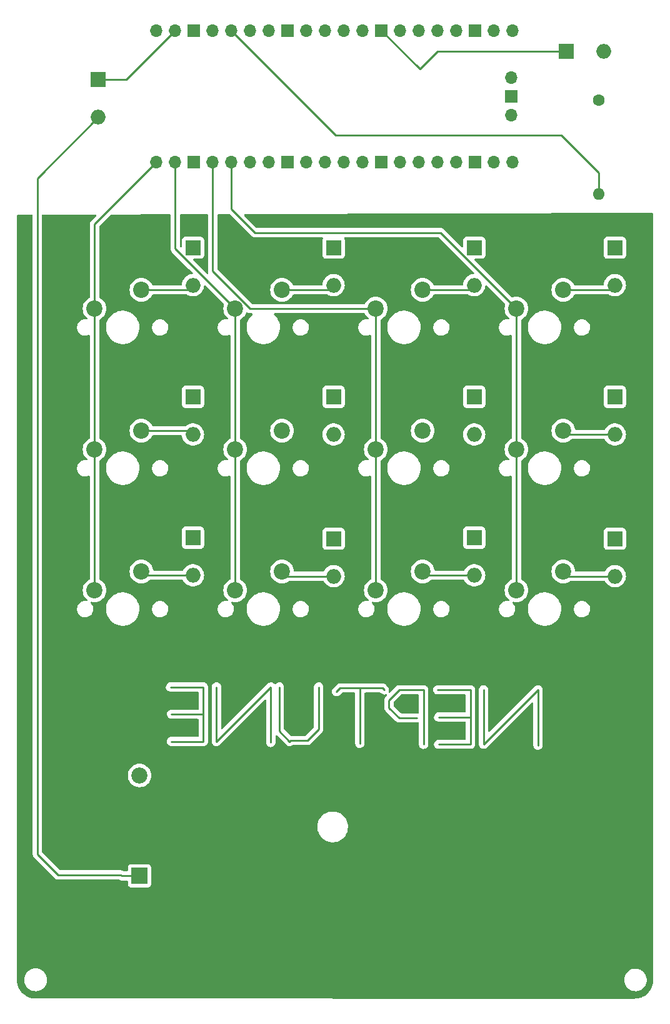
<source format=gbl>
%TF.GenerationSoftware,KiCad,Pcbnew,7.0.9*%
%TF.CreationDate,2023-11-20T17:00:56-07:00*%
%TF.ProjectId,blindscontrol,626c696e-6473-4636-9f6e-74726f6c2e6b,rev?*%
%TF.SameCoordinates,Original*%
%TF.FileFunction,Copper,L2,Bot*%
%TF.FilePolarity,Positive*%
%FSLAX46Y46*%
G04 Gerber Fmt 4.6, Leading zero omitted, Abs format (unit mm)*
G04 Created by KiCad (PCBNEW 7.0.9) date 2023-11-20 17:00:56*
%MOMM*%
%LPD*%
G01*
G04 APERTURE LIST*
%TA.AperFunction,ComponentPad*%
%ADD10C,2.200000*%
%TD*%
%TA.AperFunction,ComponentPad*%
%ADD11R,2.000000X2.000000*%
%TD*%
%TA.AperFunction,ComponentPad*%
%ADD12O,2.000000X2.000000*%
%TD*%
%TA.AperFunction,ComponentPad*%
%ADD13O,1.700000X1.700000*%
%TD*%
%TA.AperFunction,ComponentPad*%
%ADD14R,1.700000X1.700000*%
%TD*%
%TA.AperFunction,ComponentPad*%
%ADD15C,1.600000*%
%TD*%
%TA.AperFunction,ComponentPad*%
%ADD16O,1.600000X1.600000*%
%TD*%
%TA.AperFunction,ComponentPad*%
%ADD17R,2.170000X2.170000*%
%TD*%
%TA.AperFunction,ComponentPad*%
%ADD18C,2.170000*%
%TD*%
%TA.AperFunction,Conductor*%
%ADD19C,0.250000*%
%TD*%
G04 APERTURE END LIST*
D10*
%TO.P,MX6,1,COL*%
%TO.N,Net-(D6-A)*%
X225171000Y-151765000D03*
%TO.P,MX6,2,ROW*%
%TO.N,ROW2*%
X218821000Y-154305000D03*
%TD*%
D11*
%TO.P,D11,1,K*%
%TO.N,COL3*%
X251206000Y-166243000D03*
D12*
%TO.P,D11,2,A*%
%TO.N,Net-(D11-A)*%
X251206000Y-171323000D03*
%TD*%
D11*
%TO.P,D8,1,K*%
%TO.N,COL2*%
X270256000Y-147193000D03*
D12*
%TO.P,D8,2,A*%
%TO.N,Net-(D8-A)*%
X270256000Y-152273000D03*
%TD*%
D10*
%TO.P,MX12,1,COL*%
%TO.N,Net-(D12-A)*%
X263271000Y-170815000D03*
%TO.P,MX12,2,ROW*%
%TO.N,ROW4*%
X256921000Y-173355000D03*
%TD*%
%TO.P,MX8,1,COL*%
%TO.N,Net-(D8-A)*%
X263271000Y-151765000D03*
%TO.P,MX8,2,ROW*%
%TO.N,ROW4*%
X256921000Y-154305000D03*
%TD*%
%TO.P,MX11,1,COL*%
%TO.N,Net-(D11-A)*%
X244221000Y-170815000D03*
%TO.P,MX11,2,ROW*%
%TO.N,ROW3*%
X237871000Y-173355000D03*
%TD*%
D11*
%TO.P,D12,1,K*%
%TO.N,COL3*%
X270256000Y-166370000D03*
D12*
%TO.P,D12,2,A*%
%TO.N,Net-(D12-A)*%
X270256000Y-171450000D03*
%TD*%
D10*
%TO.P,MX5,1,COL*%
%TO.N,Net-(D5-A)*%
X206121000Y-151765000D03*
%TO.P,MX5,2,ROW*%
%TO.N,ROW1*%
X199771000Y-154305000D03*
%TD*%
D11*
%TO.P,D1,1,K*%
%TO.N,COL1*%
X213106000Y-127000000D03*
D12*
%TO.P,D1,2,A*%
%TO.N,Net-(D1-A)*%
X213106000Y-132080000D03*
%TD*%
D11*
%TO.P,SW1,1,A*%
%TO.N,Net-(SW1-A)*%
X200279000Y-104267000D03*
D12*
%TO.P,SW1,2,B*%
%TO.N,Net-(BT1-+)*%
X200279000Y-109347000D03*
%TD*%
D11*
%TO.P,D2,1,K*%
%TO.N,COL1*%
X232156000Y-127000000D03*
D12*
%TO.P,D2,2,A*%
%TO.N,Net-(D2-A)*%
X232156000Y-132080000D03*
%TD*%
D11*
%TO.P,D3,1,K*%
%TO.N,COL1*%
X251206000Y-127000000D03*
D12*
%TO.P,D3,2,A*%
%TO.N,Net-(D3-A)*%
X251206000Y-132080000D03*
%TD*%
D11*
%TO.P,D6,1,K*%
%TO.N,COL2*%
X232156000Y-147193000D03*
D12*
%TO.P,D6,2,A*%
%TO.N,Net-(D6-A)*%
X232156000Y-152273000D03*
%TD*%
D13*
%TO.P,U1,1,GPIO0*%
%TO.N,ROW1*%
X208162000Y-115443000D03*
%TO.P,U1,2,GPIO1*%
%TO.N,ROW2*%
X210702000Y-115443000D03*
D14*
%TO.P,U1,3,GND*%
%TO.N,unconnected-(U1-GND-Pad3)*%
X213242000Y-115443000D03*
D13*
%TO.P,U1,4,GPIO2*%
%TO.N,ROW3*%
X215782000Y-115443000D03*
%TO.P,U1,5,GPIO3*%
%TO.N,ROW4*%
X218322000Y-115443000D03*
%TO.P,U1,6,GPIO4*%
%TO.N,unconnected-(U1-GPIO4-Pad6)*%
X220862000Y-115443000D03*
%TO.P,U1,7,GPIO5*%
%TO.N,unconnected-(U1-GPIO5-Pad7)*%
X223402000Y-115443000D03*
D14*
%TO.P,U1,8,GND*%
%TO.N,unconnected-(U1-GND-Pad8)*%
X225942000Y-115443000D03*
D13*
%TO.P,U1,9,GPIO6*%
%TO.N,COL3*%
X228482000Y-115443000D03*
%TO.P,U1,10,GPIO7*%
%TO.N,COL2*%
X231022000Y-115443000D03*
%TO.P,U1,11,GPIO8*%
%TO.N,COL1*%
X233562000Y-115443000D03*
%TO.P,U1,12,GPIO9*%
%TO.N,unconnected-(U1-GPIO9-Pad12)*%
X236102000Y-115443000D03*
D14*
%TO.P,U1,13,GND*%
%TO.N,GND*%
X238642000Y-115443000D03*
D13*
%TO.P,U1,14,GPIO10*%
%TO.N,unconnected-(U1-GPIO10-Pad14)*%
X241182000Y-115443000D03*
%TO.P,U1,15,GPIO11*%
%TO.N,unconnected-(U1-GPIO11-Pad15)*%
X243722000Y-115443000D03*
%TO.P,U1,16,GPIO12*%
%TO.N,unconnected-(U1-GPIO12-Pad16)*%
X246262000Y-115443000D03*
%TO.P,U1,17,GPIO13*%
%TO.N,unconnected-(U1-GPIO13-Pad17)*%
X248802000Y-115443000D03*
D14*
%TO.P,U1,18,GND*%
%TO.N,unconnected-(U1-GND-Pad18)*%
X251342000Y-115443000D03*
D13*
%TO.P,U1,19,GPIO14*%
%TO.N,unconnected-(U1-GPIO14-Pad19)*%
X253882000Y-115443000D03*
%TO.P,U1,20,GPIO15*%
%TO.N,unconnected-(U1-GPIO15-Pad20)*%
X256422000Y-115443000D03*
%TO.P,U1,21,GPIO16*%
%TO.N,unconnected-(U1-GPIO16-Pad21)*%
X256422000Y-97663000D03*
%TO.P,U1,22,GPIO17*%
%TO.N,unconnected-(U1-GPIO17-Pad22)*%
X253882000Y-97663000D03*
D14*
%TO.P,U1,23,GND*%
%TO.N,unconnected-(U1-GND-Pad23)*%
X251342000Y-97663000D03*
D13*
%TO.P,U1,24,GPIO18*%
%TO.N,unconnected-(U1-GPIO18-Pad24)*%
X248802000Y-97663000D03*
%TO.P,U1,25,GPIO19*%
%TO.N,unconnected-(U1-GPIO19-Pad25)*%
X246262000Y-97663000D03*
%TO.P,U1,26,GPIO20*%
%TO.N,unconnected-(U1-GPIO20-Pad26)*%
X243722000Y-97663000D03*
%TO.P,U1,27,GPIO21*%
%TO.N,unconnected-(U1-GPIO21-Pad27)*%
X241182000Y-97663000D03*
D14*
%TO.P,U1,28,GND*%
%TO.N,Net-(D13-K)*%
X238642000Y-97663000D03*
D13*
%TO.P,U1,29,GPIO22*%
%TO.N,unconnected-(U1-GPIO22-Pad29)*%
X236102000Y-97663000D03*
%TO.P,U1,30,RUN*%
%TO.N,unconnected-(U1-RUN-Pad30)*%
X233562000Y-97663000D03*
%TO.P,U1,31,GPIO26_ADC0*%
%TO.N,unconnected-(U1-GPIO26_ADC0-Pad31)*%
X231022000Y-97663000D03*
%TO.P,U1,32,GPIO27_ADC1*%
%TO.N,unconnected-(U1-GPIO27_ADC1-Pad32)*%
X228482000Y-97663000D03*
D14*
%TO.P,U1,33,AGND*%
%TO.N,unconnected-(U1-AGND-Pad33)*%
X225942000Y-97663000D03*
D13*
%TO.P,U1,34,GPIO28_ADC2*%
%TO.N,unconnected-(U1-GPIO28_ADC2-Pad34)*%
X223402000Y-97663000D03*
%TO.P,U1,35,ADC_VREF*%
%TO.N,unconnected-(U1-ADC_VREF-Pad35)*%
X220862000Y-97663000D03*
%TO.P,U1,36,3V3*%
%TO.N,Net-(U1-3V3)*%
X218322000Y-97663000D03*
%TO.P,U1,37,3V3_EN*%
%TO.N,unconnected-(U1-3V3_EN-Pad37)*%
X215782000Y-97663000D03*
D14*
%TO.P,U1,38,GND*%
%TO.N,Net-(BT1--)*%
X213242000Y-97663000D03*
D13*
%TO.P,U1,39,VSYS*%
%TO.N,Net-(SW1-A)*%
X210702000Y-97663000D03*
%TO.P,U1,40,VBUS*%
%TO.N,unconnected-(U1-VBUS-Pad40)*%
X208162000Y-97663000D03*
%TO.P,U1,41,SWCLK*%
%TO.N,unconnected-(U1-SWCLK-Pad41)*%
X256192000Y-109093000D03*
D14*
%TO.P,U1,42,GND*%
%TO.N,unconnected-(U1-GND-Pad42)*%
X256192000Y-106553000D03*
D13*
%TO.P,U1,43,SWDIO*%
%TO.N,unconnected-(U1-SWDIO-Pad43)*%
X256192000Y-104013000D03*
%TD*%
D11*
%TO.P,D13,1,K*%
%TO.N,Net-(D13-K)*%
X263652000Y-100457000D03*
D12*
%TO.P,D13,2,A*%
%TO.N,Net-(D13-A)*%
X268732000Y-100457000D03*
%TD*%
D10*
%TO.P,MX2,1,COL*%
%TO.N,Net-(D2-A)*%
X225171000Y-132715000D03*
%TO.P,MX2,2,ROW*%
%TO.N,ROW2*%
X218821000Y-135255000D03*
%TD*%
D15*
%TO.P,R1,1*%
%TO.N,Net-(D13-A)*%
X268097000Y-107061000D03*
D16*
%TO.P,R1,2*%
%TO.N,Net-(U1-3V3)*%
X268097000Y-119761000D03*
%TD*%
D10*
%TO.P,MX1,1,COL*%
%TO.N,Net-(D1-A)*%
X206121000Y-132715000D03*
%TO.P,MX1,2,ROW*%
%TO.N,ROW1*%
X199771000Y-135255000D03*
%TD*%
%TO.P,MX3,1,COL*%
%TO.N,Net-(D3-A)*%
X244221000Y-132715000D03*
%TO.P,MX3,2,ROW*%
%TO.N,ROW3*%
X237871000Y-135255000D03*
%TD*%
D11*
%TO.P,D4,1,K*%
%TO.N,COL1*%
X270256000Y-127000000D03*
D12*
%TO.P,D4,2,A*%
%TO.N,Net-(D4-A)*%
X270256000Y-132080000D03*
%TD*%
D10*
%TO.P,MX4,1,COL*%
%TO.N,Net-(D4-A)*%
X263271000Y-132715000D03*
%TO.P,MX4,2,ROW*%
%TO.N,ROW4*%
X256921000Y-135255000D03*
%TD*%
%TO.P,MX10,1,COL*%
%TO.N,Net-(D10-A)*%
X225171000Y-170815000D03*
%TO.P,MX10,2,ROW*%
%TO.N,ROW2*%
X218821000Y-173355000D03*
%TD*%
%TO.P,MX9,1,COL*%
%TO.N,Net-(D9-A)*%
X206121000Y-170815000D03*
%TO.P,MX9,2,ROW*%
%TO.N,ROW1*%
X199771000Y-173355000D03*
%TD*%
D11*
%TO.P,D10,1,K*%
%TO.N,COL3*%
X232156000Y-166370000D03*
D12*
%TO.P,D10,2,A*%
%TO.N,Net-(D10-A)*%
X232156000Y-171450000D03*
%TD*%
D11*
%TO.P,D7,1,K*%
%TO.N,COL2*%
X251206000Y-147193000D03*
D12*
%TO.P,D7,2,A*%
%TO.N,Net-(D7-A)*%
X251206000Y-152273000D03*
%TD*%
D11*
%TO.P,D5,1,K*%
%TO.N,COL2*%
X213106000Y-147193000D03*
D12*
%TO.P,D5,2,A*%
%TO.N,Net-(D5-A)*%
X213106000Y-152273000D03*
%TD*%
D11*
%TO.P,D9,1,K*%
%TO.N,COL3*%
X213106000Y-166243000D03*
D12*
%TO.P,D9,2,A*%
%TO.N,Net-(D9-A)*%
X213106000Y-171323000D03*
%TD*%
D10*
%TO.P,MX7,1,COL*%
%TO.N,Net-(D7-A)*%
X244221000Y-151765000D03*
%TO.P,MX7,2,ROW*%
%TO.N,ROW3*%
X237871000Y-154305000D03*
%TD*%
D17*
%TO.P,BT1,1,+*%
%TO.N,Net-(BT1-+)*%
X205869000Y-211989000D03*
D18*
%TO.P,BT1,2,-*%
%TO.N,Net-(BT1--)*%
X205869000Y-198399000D03*
%TD*%
D19*
%TO.N,*%
X241046000Y-186817000D02*
X239649000Y-188214000D01*
X214503000Y-190119000D02*
X214503000Y-186436000D01*
X259842000Y-186817000D02*
X252476000Y-194183000D01*
X235712000Y-194056000D02*
X235712000Y-186563000D01*
X250698000Y-194183000D02*
X250698000Y-190500000D01*
X214503000Y-193802000D02*
X210185000Y-193802000D01*
X244348000Y-194183000D02*
X244348000Y-186817000D01*
X239649000Y-189230000D02*
X241046000Y-190627000D01*
X259842000Y-194310000D02*
X259842000Y-186817000D01*
X239649000Y-188214000D02*
X239649000Y-189230000D01*
X214503000Y-190119000D02*
X210185000Y-190119000D01*
X230124000Y-186436000D02*
X230124000Y-192151000D01*
X226314000Y-193675000D02*
X226187000Y-193802000D01*
X223647000Y-186436000D02*
X216281000Y-193802000D01*
X228600000Y-193675000D02*
X226314000Y-193675000D01*
X238760000Y-186563000D02*
X239014000Y-186817000D01*
X226187000Y-193802000D02*
X224790000Y-192405000D01*
X233045000Y-186563000D02*
X232537000Y-187071000D01*
X252476000Y-194183000D02*
X252476000Y-186817000D01*
X224790000Y-192405000D02*
X224790000Y-186436000D01*
X250698000Y-186817000D02*
X246253000Y-186817000D01*
X216281000Y-193802000D02*
X216281000Y-186436000D01*
X223647000Y-193929000D02*
X223647000Y-186436000D01*
X250698000Y-190500000D02*
X246380000Y-190500000D01*
X230124000Y-192151000D02*
X228600000Y-193675000D01*
X214503000Y-193802000D02*
X214503000Y-190119000D01*
X250698000Y-194183000D02*
X246380000Y-194183000D01*
X214503000Y-186436000D02*
X210058000Y-186436000D01*
X244348000Y-186817000D02*
X241046000Y-186817000D01*
X235712000Y-186563000D02*
X233045000Y-186563000D01*
X250698000Y-190500000D02*
X250698000Y-186817000D01*
X235712000Y-186563000D02*
X238760000Y-186563000D01*
X241046000Y-190627000D02*
X243459000Y-190627000D01*
%TO.N,Net-(BT1-+)*%
X192024000Y-209042000D02*
X194844000Y-211862000D01*
X194844000Y-211862000D02*
X203329000Y-211862000D01*
X205869000Y-211989000D02*
X203456000Y-211989000D01*
X200279000Y-109347000D02*
X192024000Y-117602000D01*
X192024000Y-117602000D02*
X192024000Y-209042000D01*
X203456000Y-211989000D02*
X203329000Y-211862000D01*
%TO.N,Net-(D1-A)*%
X212471000Y-132715000D02*
X213106000Y-132080000D01*
X206121000Y-132715000D02*
X212471000Y-132715000D01*
%TO.N,Net-(D2-A)*%
X231521000Y-132715000D02*
X232156000Y-132080000D01*
X225171000Y-132715000D02*
X231521000Y-132715000D01*
%TO.N,Net-(D3-A)*%
X250571000Y-132715000D02*
X251206000Y-132080000D01*
X244221000Y-132715000D02*
X250571000Y-132715000D01*
%TO.N,Net-(D4-A)*%
X263271000Y-132715000D02*
X269621000Y-132715000D01*
X269621000Y-132715000D02*
X270256000Y-132080000D01*
%TO.N,Net-(D5-A)*%
X206121000Y-151765000D02*
X212598000Y-151765000D01*
X212598000Y-151765000D02*
X213106000Y-152273000D01*
%TO.N,Net-(D8-A)*%
X263779000Y-152273000D02*
X263271000Y-151765000D01*
X270256000Y-152273000D02*
X263779000Y-152273000D01*
%TO.N,Net-(D9-A)*%
X213106000Y-171323000D02*
X206629000Y-171323000D01*
X206629000Y-171323000D02*
X206121000Y-170815000D01*
%TO.N,Net-(D10-A)*%
X232156000Y-171450000D02*
X225806000Y-171450000D01*
X225806000Y-171450000D02*
X225171000Y-170815000D01*
%TO.N,Net-(D11-A)*%
X244729000Y-171323000D02*
X244221000Y-170815000D01*
X251206000Y-171323000D02*
X244729000Y-171323000D01*
%TO.N,Net-(D12-A)*%
X270256000Y-171450000D02*
X263906000Y-171450000D01*
X263906000Y-171450000D02*
X263271000Y-170815000D01*
%TO.N,ROW1*%
X199771000Y-173355000D02*
X199771000Y-135255000D01*
X199771000Y-135255000D02*
X199771000Y-123834000D01*
X199771000Y-123834000D02*
X208162000Y-115443000D01*
%TO.N,ROW2*%
X218821000Y-135255000D02*
X210702000Y-127136000D01*
X218821000Y-173355000D02*
X218821000Y-135255000D01*
X210702000Y-127136000D02*
X210702000Y-115443000D01*
%TO.N,ROW3*%
X237871000Y-135255000D02*
X220836255Y-135255000D01*
X220836255Y-135255000D02*
X215782000Y-130200745D01*
X215782000Y-130200745D02*
X215782000Y-115443000D01*
X237871000Y-173355000D02*
X237871000Y-135255000D01*
%TO.N,ROW4*%
X221488000Y-124968000D02*
X218322000Y-121802000D01*
X256921000Y-135255000D02*
X246634000Y-124968000D01*
X218322000Y-121802000D02*
X218322000Y-115443000D01*
X246634000Y-124968000D02*
X221488000Y-124968000D01*
X256921000Y-173355000D02*
X256921000Y-135255000D01*
%TO.N,Net-(SW1-A)*%
X200279000Y-104267000D02*
X204098000Y-104267000D01*
X204098000Y-104267000D02*
X210702000Y-97663000D01*
%TO.N,Net-(D13-K)*%
X263652000Y-100457000D02*
X246198000Y-100457000D01*
X246198000Y-100457000D02*
X243817000Y-102838000D01*
X243817000Y-102838000D02*
X238642000Y-97663000D01*
%TO.N,Net-(U1-3V3)*%
X268097000Y-116840000D02*
X263017000Y-111760000D01*
X268097000Y-119761000D02*
X268097000Y-116840000D01*
X263017000Y-111760000D02*
X232419000Y-111760000D01*
X232419000Y-111760000D02*
X218322000Y-97663000D01*
%TD*%
%TA.AperFunction,Conductor*%
%TO.N,GND*%
G36*
X243665539Y-187462185D02*
G01*
X243711294Y-187514989D01*
X243722500Y-187566500D01*
X243722500Y-189889007D01*
X243702815Y-189956046D01*
X243650011Y-190001801D01*
X243580853Y-190011745D01*
X243567663Y-190009111D01*
X243538023Y-190001500D01*
X243538019Y-190001500D01*
X241356453Y-190001500D01*
X241289414Y-189981815D01*
X241268772Y-189965181D01*
X240310819Y-189007228D01*
X240277334Y-188945905D01*
X240274500Y-188919547D01*
X240274500Y-188524452D01*
X240294185Y-188457413D01*
X240310819Y-188436771D01*
X241268772Y-187478819D01*
X241330095Y-187445334D01*
X241356453Y-187442500D01*
X243598500Y-187442500D01*
X243665539Y-187462185D01*
G37*
%TD.AperFunction*%
%TA.AperFunction,Conductor*%
G36*
X275391399Y-122349118D02*
G01*
X275437285Y-122401809D01*
X275448618Y-122453582D01*
X275462499Y-226058253D01*
X275462402Y-226061738D01*
X275456012Y-226175524D01*
X275445599Y-226347668D01*
X275444835Y-226354315D01*
X275421722Y-226490343D01*
X275394440Y-226639217D01*
X275393032Y-226645208D01*
X275353625Y-226782001D01*
X275309744Y-226922815D01*
X275307831Y-226928099D01*
X275252609Y-227061418D01*
X275192668Y-227194600D01*
X275190394Y-227199147D01*
X275120043Y-227326439D01*
X275044781Y-227450936D01*
X275042287Y-227454739D01*
X274958571Y-227572726D01*
X274956811Y-227575086D01*
X274868088Y-227688332D01*
X274865512Y-227691409D01*
X274768980Y-227799430D01*
X274766590Y-227801957D01*
X274664957Y-227903590D01*
X274662430Y-227905980D01*
X274554409Y-228002512D01*
X274551332Y-228005088D01*
X274438086Y-228093811D01*
X274435726Y-228095571D01*
X274317739Y-228179287D01*
X274313936Y-228181781D01*
X274189439Y-228257043D01*
X274062147Y-228327394D01*
X274057600Y-228329668D01*
X273924418Y-228389609D01*
X273791099Y-228444831D01*
X273785815Y-228446744D01*
X273668231Y-228483385D01*
X273644990Y-228490627D01*
X273508208Y-228530032D01*
X273502217Y-228531440D01*
X273353343Y-228558722D01*
X273217315Y-228581835D01*
X273210668Y-228582599D01*
X273038661Y-228593003D01*
X272924742Y-228599401D01*
X272921251Y-228599498D01*
X191789786Y-228581449D01*
X191786322Y-228581351D01*
X191672580Y-228574962D01*
X191500380Y-228564542D01*
X191493734Y-228563778D01*
X191357725Y-228540668D01*
X191208843Y-228513382D01*
X191202852Y-228511974D01*
X191066032Y-228472556D01*
X190925236Y-228428680D01*
X190919962Y-228426770D01*
X190837832Y-228392750D01*
X190786625Y-228371538D01*
X190653452Y-228311601D01*
X190648905Y-228309326D01*
X190608526Y-228287009D01*
X190521616Y-228238974D01*
X190397120Y-228163713D01*
X190393327Y-228161225D01*
X190275295Y-228077476D01*
X190273015Y-228075776D01*
X190179501Y-228002512D01*
X190159724Y-227987017D01*
X190156659Y-227984452D01*
X190048620Y-227887902D01*
X190046112Y-227885530D01*
X189944468Y-227783886D01*
X189942099Y-227781381D01*
X189845542Y-227673335D01*
X189842981Y-227670274D01*
X189835533Y-227660768D01*
X189754212Y-227556970D01*
X189752533Y-227554718D01*
X189668751Y-227436641D01*
X189666294Y-227432893D01*
X189591024Y-227308382D01*
X189520661Y-227181072D01*
X189518407Y-227176567D01*
X189458461Y-227043374D01*
X189423447Y-226958846D01*
X189403227Y-226910032D01*
X189401324Y-226904779D01*
X189357451Y-226763995D01*
X189323862Y-226647406D01*
X189318025Y-226627146D01*
X189316621Y-226621176D01*
X189289334Y-226472288D01*
X189266218Y-226336255D01*
X189265458Y-226329638D01*
X189255047Y-226157598D01*
X189249467Y-226058253D01*
X189248649Y-226043683D01*
X189248600Y-226041948D01*
X190240624Y-226041948D01*
X190259674Y-226284013D01*
X190259674Y-226284016D01*
X190259675Y-226284019D01*
X190304861Y-226472228D01*
X190316362Y-226520134D01*
X190409280Y-226744459D01*
X190409283Y-226744464D01*
X190409284Y-226744466D01*
X190536156Y-226951503D01*
X190693855Y-227136145D01*
X190878497Y-227293844D01*
X191085534Y-227420716D01*
X191123504Y-227436444D01*
X191125636Y-227437391D01*
X191127466Y-227438085D01*
X191309869Y-227513639D01*
X191349605Y-227523179D01*
X191352385Y-227523914D01*
X191358284Y-227525622D01*
X191358299Y-227525628D01*
X191368361Y-227527681D01*
X191545981Y-227570325D01*
X191593062Y-227574030D01*
X191600584Y-227575090D01*
X191601863Y-227575352D01*
X191618232Y-227576011D01*
X191788052Y-227589376D01*
X191839171Y-227585352D01*
X191846531Y-227585212D01*
X191850249Y-227585362D01*
X191870855Y-227582859D01*
X192030123Y-227570325D01*
X192084006Y-227557388D01*
X192090991Y-227556130D01*
X192097025Y-227555398D01*
X192118589Y-227549151D01*
X192121251Y-227548446D01*
X192266234Y-227513639D01*
X192321321Y-227490820D01*
X192327751Y-227488566D01*
X192335798Y-227486236D01*
X192357833Y-227475779D01*
X192360580Y-227474559D01*
X192490570Y-227420716D01*
X192545029Y-227387343D01*
X192550817Y-227384208D01*
X192560385Y-227379668D01*
X192581423Y-227365146D01*
X192584184Y-227363349D01*
X192697607Y-227293844D01*
X192749499Y-227249524D01*
X192754493Y-227245684D01*
X192764969Y-227238454D01*
X192783822Y-227220344D01*
X192786427Y-227217984D01*
X192882249Y-227136145D01*
X192929437Y-227080894D01*
X192933608Y-227076472D01*
X192944251Y-227066251D01*
X192960004Y-227045286D01*
X192962375Y-227042329D01*
X193039948Y-226951503D01*
X193080279Y-226885688D01*
X193083551Y-226880876D01*
X193093589Y-226867519D01*
X193105635Y-226844567D01*
X193107618Y-226841074D01*
X193166820Y-226744466D01*
X193198127Y-226668884D01*
X193200499Y-226663817D01*
X193209113Y-226647406D01*
X193217111Y-226623446D01*
X193218613Y-226619425D01*
X193259743Y-226520130D01*
X193279961Y-226435916D01*
X193281428Y-226430795D01*
X193287833Y-226411611D01*
X193291730Y-226387631D01*
X193292638Y-226383114D01*
X193301948Y-226344334D01*
X193316429Y-226284019D01*
X193323610Y-226192768D01*
X193324216Y-226187737D01*
X193327710Y-226166242D01*
X193328365Y-226133676D01*
X193328540Y-226130119D01*
X193334059Y-226060000D01*
X271520786Y-226060000D01*
X271539612Y-226299219D01*
X271595630Y-226532553D01*
X271595630Y-226532554D01*
X271687457Y-226754245D01*
X271687459Y-226754248D01*
X271812837Y-226958846D01*
X271812841Y-226958851D01*
X271861379Y-227015681D01*
X271968682Y-227141318D01*
X272082415Y-227238454D01*
X272151148Y-227297158D01*
X272151153Y-227297162D01*
X272352776Y-227420717D01*
X272355751Y-227422540D01*
X272393380Y-227438126D01*
X272395319Y-227438988D01*
X272396975Y-227439616D01*
X272481264Y-227474529D01*
X272577447Y-227514369D01*
X272616846Y-227523827D01*
X272619599Y-227524557D01*
X272625293Y-227526205D01*
X272625307Y-227526211D01*
X272635085Y-227528206D01*
X272810778Y-227570387D01*
X272857303Y-227574048D01*
X272864833Y-227575110D01*
X272866003Y-227575349D01*
X272882026Y-227575994D01*
X273050000Y-227589214D01*
X273100535Y-227585236D01*
X273107880Y-227585096D01*
X273111465Y-227585241D01*
X273131684Y-227582785D01*
X273289222Y-227570387D01*
X273342495Y-227557597D01*
X273349453Y-227556344D01*
X273355335Y-227555630D01*
X273376545Y-227549486D01*
X273379166Y-227548793D01*
X273522553Y-227514369D01*
X273577005Y-227491814D01*
X273583416Y-227489565D01*
X273591297Y-227487283D01*
X273612963Y-227477001D01*
X273615723Y-227475776D01*
X273744249Y-227422540D01*
X273798082Y-227389550D01*
X273803867Y-227386417D01*
X273813240Y-227381970D01*
X273833950Y-227367674D01*
X273836691Y-227365890D01*
X273948849Y-227297160D01*
X274000117Y-227253373D01*
X274005146Y-227249506D01*
X274015415Y-227242418D01*
X274033983Y-227224582D01*
X274036567Y-227222242D01*
X274131318Y-227141318D01*
X274177957Y-227086709D01*
X274182119Y-227082296D01*
X274192586Y-227072243D01*
X274208094Y-227051605D01*
X274210447Y-227048668D01*
X274287160Y-226958849D01*
X274327024Y-226893797D01*
X274330297Y-226888982D01*
X274340165Y-226875851D01*
X274352007Y-226853287D01*
X274354011Y-226849758D01*
X274412540Y-226754249D01*
X274443500Y-226679502D01*
X274445857Y-226674469D01*
X274454329Y-226658329D01*
X274462194Y-226634768D01*
X274463697Y-226630743D01*
X274504369Y-226532553D01*
X274524361Y-226449280D01*
X274525818Y-226444192D01*
X274532122Y-226425310D01*
X274535957Y-226401710D01*
X274536860Y-226397217D01*
X274560387Y-226299222D01*
X274567485Y-226209022D01*
X274568098Y-226203943D01*
X274571528Y-226182840D01*
X274571528Y-226182837D01*
X274571529Y-226182831D01*
X274572173Y-226150780D01*
X274572350Y-226147214D01*
X274579214Y-226060000D01*
X274572350Y-225972788D01*
X274572173Y-225969216D01*
X274571529Y-225937169D01*
X274568094Y-225916034D01*
X274567485Y-225910971D01*
X274560387Y-225820781D01*
X274560387Y-225820780D01*
X274560387Y-225820778D01*
X274536863Y-225722793D01*
X274535954Y-225718273D01*
X274532122Y-225694690D01*
X274525831Y-225675846D01*
X274524352Y-225670682D01*
X274504371Y-225587456D01*
X274504369Y-225587447D01*
X274463699Y-225489262D01*
X274462192Y-225485225D01*
X274454329Y-225461671D01*
X274445870Y-225445554D01*
X274443489Y-225440470D01*
X274441840Y-225436490D01*
X274412540Y-225365751D01*
X274354027Y-225270267D01*
X274351998Y-225266693D01*
X274340165Y-225244149D01*
X274336501Y-225239273D01*
X274330307Y-225231031D01*
X274327016Y-225226190D01*
X274287160Y-225161151D01*
X274210476Y-225071365D01*
X274208082Y-225068379D01*
X274192586Y-225047757D01*
X274182137Y-225037721D01*
X274177957Y-225033290D01*
X274131318Y-224978682D01*
X274094671Y-224947382D01*
X274036617Y-224897799D01*
X274033933Y-224895368D01*
X274015417Y-224877583D01*
X274015411Y-224877579D01*
X274005158Y-224870501D01*
X274000111Y-224866620D01*
X273948851Y-224822841D01*
X273948850Y-224822840D01*
X273910325Y-224799232D01*
X273836712Y-224754121D01*
X273833916Y-224752302D01*
X273813244Y-224738032D01*
X273803873Y-224733585D01*
X273798058Y-224730434D01*
X273744248Y-224697459D01*
X273744249Y-224697459D01*
X273615772Y-224644242D01*
X273612921Y-224642976D01*
X273591298Y-224632717D01*
X273591299Y-224632717D01*
X273583453Y-224630445D01*
X273576973Y-224628172D01*
X273522553Y-224605630D01*
X273417234Y-224580346D01*
X273379209Y-224571217D01*
X273376447Y-224570485D01*
X273355335Y-224564370D01*
X273355329Y-224564369D01*
X273349457Y-224563655D01*
X273342466Y-224562395D01*
X273289222Y-224549613D01*
X273131697Y-224537215D01*
X273111465Y-224534758D01*
X273107879Y-224534903D01*
X273100525Y-224534761D01*
X273050000Y-224530786D01*
X272882037Y-224544004D01*
X272866002Y-224544650D01*
X272865992Y-224544652D01*
X272864816Y-224544892D01*
X272857285Y-224545952D01*
X272831470Y-224547984D01*
X272810778Y-224549613D01*
X272701935Y-224575744D01*
X272635107Y-224591788D01*
X272628908Y-224593053D01*
X272625296Y-224593791D01*
X272619571Y-224595449D01*
X272616807Y-224596180D01*
X272577443Y-224605631D01*
X272396977Y-224680383D01*
X272395315Y-224681014D01*
X272393375Y-224681875D01*
X272355749Y-224697460D01*
X272355744Y-224697463D01*
X272151153Y-224822837D01*
X272151148Y-224822841D01*
X271968682Y-224978682D01*
X271812841Y-225161148D01*
X271812837Y-225161153D01*
X271687459Y-225365751D01*
X271687457Y-225365754D01*
X271595630Y-225587445D01*
X271595630Y-225587446D01*
X271539612Y-225820780D01*
X271520786Y-226060000D01*
X193334059Y-226060000D01*
X193335480Y-226041948D01*
X193328541Y-225953779D01*
X193328364Y-225950216D01*
X193327710Y-225917654D01*
X193324216Y-225896155D01*
X193323610Y-225891130D01*
X193316429Y-225799877D01*
X193292638Y-225700781D01*
X193291730Y-225696264D01*
X193287833Y-225672285D01*
X193281433Y-225653114D01*
X193279955Y-225647953D01*
X193265852Y-225589213D01*
X193259743Y-225563766D01*
X193218622Y-225464492D01*
X193217107Y-225460436D01*
X193209113Y-225436490D01*
X193200505Y-225420089D01*
X193198123Y-225415003D01*
X193177722Y-225365751D01*
X193166820Y-225339430D01*
X193166819Y-225339428D01*
X193107641Y-225242856D01*
X193105614Y-225239289D01*
X193093589Y-225216377D01*
X193083558Y-225203029D01*
X193080263Y-225198181D01*
X193039947Y-225132391D01*
X193039946Y-225132390D01*
X192985275Y-225068379D01*
X192962394Y-225041589D01*
X192959987Y-225038585D01*
X192944250Y-225017644D01*
X192933617Y-225007431D01*
X192929419Y-225002980D01*
X192908670Y-224978686D01*
X192882249Y-224947751D01*
X192786447Y-224865928D01*
X192783807Y-224863536D01*
X192764969Y-224845442D01*
X192762427Y-224843687D01*
X192754514Y-224838225D01*
X192749466Y-224834344D01*
X192697607Y-224790052D01*
X192584200Y-224720556D01*
X192581393Y-224718729D01*
X192560387Y-224704229D01*
X192550831Y-224699694D01*
X192545016Y-224696543D01*
X192513731Y-224677373D01*
X192490570Y-224663180D01*
X192490564Y-224663177D01*
X192490562Y-224663176D01*
X192360642Y-224609362D01*
X192357790Y-224608095D01*
X192335803Y-224597662D01*
X192335791Y-224597657D01*
X192327765Y-224595332D01*
X192321290Y-224593061D01*
X192266239Y-224570259D01*
X192266240Y-224570259D01*
X192266237Y-224570258D01*
X192266234Y-224570257D01*
X192207725Y-224556210D01*
X192121312Y-224535463D01*
X192118538Y-224534729D01*
X192104924Y-224530786D01*
X192097025Y-224528498D01*
X192097022Y-224528497D01*
X192097020Y-224528497D01*
X192090994Y-224527765D01*
X192083992Y-224526504D01*
X192030129Y-224513572D01*
X192030123Y-224513571D01*
X191870869Y-224501037D01*
X191850245Y-224498533D01*
X191846521Y-224498683D01*
X191839163Y-224498542D01*
X191788052Y-224494520D01*
X191618246Y-224507883D01*
X191601867Y-224508543D01*
X191601850Y-224508545D01*
X191600568Y-224508807D01*
X191593048Y-224509865D01*
X191545990Y-224513570D01*
X191545985Y-224513570D01*
X191545981Y-224513571D01*
X191545978Y-224513571D01*
X191545976Y-224513572D01*
X191368375Y-224556210D01*
X191358292Y-224558269D01*
X191352350Y-224559990D01*
X191349585Y-224560721D01*
X191309873Y-224570256D01*
X191309867Y-224570258D01*
X191127481Y-224645803D01*
X191125659Y-224646495D01*
X191123489Y-224647458D01*
X191085536Y-224663178D01*
X190878496Y-224790052D01*
X190693855Y-224947751D01*
X190536156Y-225132392D01*
X190409280Y-225339436D01*
X190316362Y-225563761D01*
X190296149Y-225647953D01*
X190278182Y-225722793D01*
X190259674Y-225799882D01*
X190240624Y-226041948D01*
X189248600Y-226041948D01*
X189248551Y-226040206D01*
X189248551Y-122666088D01*
X189268236Y-122599049D01*
X189321040Y-122553294D01*
X189372239Y-122542088D01*
X191274196Y-122537386D01*
X191341281Y-122556905D01*
X191387167Y-122609596D01*
X191398500Y-122661386D01*
X191398500Y-208959255D01*
X191396775Y-208974872D01*
X191397061Y-208974899D01*
X191396326Y-208982665D01*
X191398500Y-209051814D01*
X191398500Y-209081343D01*
X191398501Y-209081360D01*
X191399368Y-209088231D01*
X191399826Y-209094050D01*
X191401290Y-209140624D01*
X191401291Y-209140627D01*
X191406880Y-209159867D01*
X191410824Y-209178911D01*
X191413336Y-209198791D01*
X191430490Y-209242119D01*
X191432382Y-209247647D01*
X191445381Y-209292388D01*
X191455580Y-209309634D01*
X191464138Y-209327103D01*
X191471514Y-209345732D01*
X191498898Y-209383423D01*
X191502106Y-209388307D01*
X191525827Y-209428416D01*
X191525833Y-209428424D01*
X191539990Y-209442580D01*
X191552628Y-209457376D01*
X191564405Y-209473586D01*
X191564406Y-209473587D01*
X191600309Y-209503288D01*
X191604620Y-209507210D01*
X194333598Y-212236189D01*
X194343197Y-212245788D01*
X194353022Y-212258051D01*
X194353243Y-212257869D01*
X194358214Y-212263878D01*
X194384217Y-212288295D01*
X194408635Y-212311226D01*
X194429529Y-212332120D01*
X194435011Y-212336373D01*
X194439443Y-212340157D01*
X194473418Y-212372062D01*
X194490976Y-212381714D01*
X194507235Y-212392395D01*
X194523064Y-212404673D01*
X194565838Y-212423182D01*
X194571056Y-212425738D01*
X194611908Y-212448197D01*
X194631316Y-212453180D01*
X194649717Y-212459480D01*
X194668104Y-212467437D01*
X194711488Y-212474308D01*
X194714119Y-212474725D01*
X194719839Y-212475909D01*
X194764981Y-212487500D01*
X194785016Y-212487500D01*
X194804414Y-212489026D01*
X194824194Y-212492159D01*
X194824195Y-212492160D01*
X194824195Y-212492159D01*
X194824196Y-212492160D01*
X194870584Y-212487775D01*
X194876422Y-212487500D01*
X203032549Y-212487500D01*
X203092281Y-212502835D01*
X203102970Y-212508711D01*
X203119235Y-212519395D01*
X203135064Y-212531673D01*
X203177838Y-212550182D01*
X203183056Y-212552738D01*
X203223908Y-212575197D01*
X203243316Y-212580180D01*
X203261717Y-212586480D01*
X203280104Y-212594437D01*
X203323488Y-212601308D01*
X203326119Y-212601725D01*
X203331839Y-212602909D01*
X203376981Y-212614500D01*
X203397016Y-212614500D01*
X203416414Y-212616026D01*
X203436194Y-212619159D01*
X203436195Y-212619160D01*
X203436195Y-212619159D01*
X203436196Y-212619160D01*
X203482584Y-212614775D01*
X203488422Y-212614500D01*
X204159501Y-212614500D01*
X204226540Y-212634185D01*
X204272295Y-212686989D01*
X204283501Y-212738500D01*
X204283501Y-213121876D01*
X204289908Y-213181483D01*
X204340202Y-213316328D01*
X204340206Y-213316335D01*
X204426452Y-213431544D01*
X204426455Y-213431547D01*
X204541664Y-213517793D01*
X204541671Y-213517797D01*
X204676517Y-213568091D01*
X204676516Y-213568091D01*
X204683444Y-213568835D01*
X204736127Y-213574500D01*
X207001872Y-213574499D01*
X207061483Y-213568091D01*
X207196331Y-213517796D01*
X207311546Y-213431546D01*
X207397796Y-213316331D01*
X207448091Y-213181483D01*
X207454500Y-213121873D01*
X207454499Y-210856128D01*
X207448091Y-210796517D01*
X207397796Y-210661669D01*
X207397795Y-210661668D01*
X207397793Y-210661664D01*
X207311547Y-210546455D01*
X207311544Y-210546452D01*
X207196335Y-210460206D01*
X207196328Y-210460202D01*
X207061482Y-210409908D01*
X207061483Y-210409908D01*
X207001883Y-210403501D01*
X207001881Y-210403500D01*
X207001873Y-210403500D01*
X207001864Y-210403500D01*
X204736129Y-210403500D01*
X204736123Y-210403501D01*
X204676516Y-210409908D01*
X204541671Y-210460202D01*
X204541664Y-210460206D01*
X204426455Y-210546452D01*
X204426452Y-210546455D01*
X204340206Y-210661664D01*
X204340202Y-210661671D01*
X204289908Y-210796517D01*
X204283501Y-210856116D01*
X204283501Y-210856123D01*
X204283500Y-210856135D01*
X204283500Y-211239500D01*
X204263815Y-211306539D01*
X204211011Y-211352294D01*
X204159500Y-211363500D01*
X203752450Y-211363500D01*
X203692706Y-211348158D01*
X203682021Y-211342283D01*
X203665767Y-211331606D01*
X203649935Y-211319326D01*
X203649933Y-211319325D01*
X203607168Y-211300818D01*
X203601922Y-211298248D01*
X203561093Y-211275803D01*
X203561092Y-211275802D01*
X203541693Y-211270822D01*
X203523281Y-211264518D01*
X203504898Y-211256562D01*
X203504892Y-211256560D01*
X203458874Y-211249272D01*
X203453152Y-211248087D01*
X203408021Y-211236500D01*
X203408019Y-211236500D01*
X203387984Y-211236500D01*
X203368586Y-211234973D01*
X203361162Y-211233797D01*
X203348805Y-211231840D01*
X203348804Y-211231840D01*
X203302416Y-211236225D01*
X203296578Y-211236500D01*
X195154453Y-211236500D01*
X195087414Y-211216815D01*
X195066772Y-211200181D01*
X192685819Y-208819228D01*
X192652334Y-208757905D01*
X192649500Y-208731547D01*
X192649500Y-205286399D01*
X229949698Y-205286399D01*
X229959829Y-205576475D01*
X229959830Y-205576482D01*
X230010233Y-205862332D01*
X230010234Y-205862336D01*
X230099932Y-206138398D01*
X230227171Y-206399276D01*
X230227175Y-206399284D01*
X230389490Y-206639926D01*
X230389493Y-206639929D01*
X230583717Y-206855636D01*
X230583720Y-206855639D01*
X230806064Y-207042208D01*
X230806066Y-207042209D01*
X230806073Y-207042215D01*
X231052232Y-207196033D01*
X231317404Y-207314094D01*
X231317408Y-207314095D01*
X231317410Y-207314096D01*
X231596422Y-207394102D01*
X231596423Y-207394102D01*
X231596426Y-207394103D01*
X231596429Y-207394103D01*
X231596432Y-207394104D01*
X231672209Y-207404753D01*
X231883864Y-207434499D01*
X231883865Y-207434500D01*
X231883867Y-207434500D01*
X232101478Y-207434500D01*
X232134120Y-207432217D01*
X232318559Y-207419320D01*
X232318564Y-207419319D01*
X232318566Y-207419319D01*
X232441633Y-207393159D01*
X232602482Y-207358970D01*
X232875243Y-207259693D01*
X233131533Y-207123422D01*
X233366363Y-206952808D01*
X233575163Y-206751172D01*
X233753869Y-206522439D01*
X233899002Y-206271061D01*
X234007738Y-206001931D01*
X234077959Y-205720287D01*
X234108301Y-205431611D01*
X234098170Y-205141521D01*
X234047766Y-204855665D01*
X233958069Y-204579606D01*
X233830825Y-204318716D01*
X233668510Y-204078074D01*
X233474284Y-203862365D01*
X233474282Y-203862363D01*
X233474279Y-203862360D01*
X233251935Y-203675791D01*
X233251931Y-203675788D01*
X233251927Y-203675785D01*
X233005768Y-203521967D01*
X233005765Y-203521965D01*
X232740589Y-203403903D01*
X232461577Y-203323897D01*
X232461567Y-203323895D01*
X232174136Y-203283500D01*
X232174133Y-203283500D01*
X231956524Y-203283500D01*
X231956522Y-203283500D01*
X231739437Y-203298680D01*
X231739433Y-203298680D01*
X231455520Y-203359029D01*
X231182761Y-203458305D01*
X231182756Y-203458307D01*
X230926472Y-203594575D01*
X230926465Y-203594579D01*
X230691644Y-203765185D01*
X230691637Y-203765191D01*
X230482838Y-203966826D01*
X230304131Y-204195560D01*
X230159000Y-204446934D01*
X230158994Y-204446946D01*
X230050262Y-204716067D01*
X229980041Y-204997713D01*
X229949698Y-205286399D01*
X192649500Y-205286399D01*
X192649500Y-198399000D01*
X204278597Y-198399000D01*
X204298178Y-198647797D01*
X204356434Y-198890452D01*
X204356438Y-198890464D01*
X204451940Y-199121028D01*
X204582335Y-199333812D01*
X204582338Y-199333817D01*
X204655806Y-199419837D01*
X204744415Y-199523585D01*
X204865887Y-199627331D01*
X204934182Y-199685661D01*
X204934187Y-199685664D01*
X205146971Y-199816059D01*
X205228488Y-199849824D01*
X205377538Y-199911563D01*
X205620206Y-199969822D01*
X205869000Y-199989403D01*
X206117794Y-199969822D01*
X206360462Y-199911563D01*
X206591028Y-199816059D01*
X206803815Y-199685663D01*
X206993585Y-199523585D01*
X207155663Y-199333815D01*
X207286059Y-199121028D01*
X207381563Y-198890462D01*
X207439822Y-198647794D01*
X207459403Y-198399000D01*
X207439822Y-198150206D01*
X207381563Y-197907538D01*
X207286059Y-197676972D01*
X207286059Y-197676971D01*
X207155664Y-197464187D01*
X207155661Y-197464182D01*
X207097331Y-197395887D01*
X206993585Y-197274415D01*
X206889837Y-197185806D01*
X206803817Y-197112338D01*
X206803812Y-197112335D01*
X206591028Y-196981940D01*
X206360464Y-196886438D01*
X206360466Y-196886438D01*
X206360462Y-196886437D01*
X206360458Y-196886436D01*
X206360452Y-196886434D01*
X206117797Y-196828178D01*
X205869000Y-196808597D01*
X205620202Y-196828178D01*
X205377547Y-196886434D01*
X205377535Y-196886438D01*
X205146971Y-196981940D01*
X204934187Y-197112335D01*
X204934182Y-197112338D01*
X204744415Y-197274415D01*
X204582338Y-197464182D01*
X204582335Y-197464187D01*
X204451940Y-197676971D01*
X204356438Y-197907535D01*
X204356434Y-197907547D01*
X204298178Y-198150202D01*
X204278597Y-198399000D01*
X192649500Y-198399000D01*
X192649500Y-186396415D01*
X209428773Y-186396415D01*
X209438696Y-186554137D01*
X209438696Y-186554140D01*
X209476946Y-186671858D01*
X209487533Y-186704441D01*
X209572214Y-186837877D01*
X209687418Y-186946062D01*
X209687420Y-186946063D01*
X209687422Y-186946065D01*
X209825904Y-187022195D01*
X209825908Y-187022197D01*
X209978981Y-187061500D01*
X213753500Y-187061500D01*
X213820539Y-187081185D01*
X213866294Y-187133989D01*
X213877500Y-187185500D01*
X213877500Y-189369500D01*
X213857815Y-189436539D01*
X213805011Y-189482294D01*
X213753500Y-189493500D01*
X210145640Y-189493500D01*
X210028208Y-189508336D01*
X210028206Y-189508336D01*
X209881269Y-189566513D01*
X209881260Y-189566518D01*
X209753416Y-189659402D01*
X209753415Y-189659403D01*
X209652674Y-189781178D01*
X209585387Y-189924171D01*
X209585385Y-189924174D01*
X209568681Y-190011745D01*
X209555773Y-190079412D01*
X209555773Y-190079414D01*
X209555773Y-190079415D01*
X209565696Y-190237137D01*
X209565696Y-190237140D01*
X209614533Y-190387441D01*
X209699214Y-190520877D01*
X209814418Y-190629062D01*
X209814420Y-190629063D01*
X209814422Y-190629065D01*
X209952904Y-190705195D01*
X209952908Y-190705197D01*
X210105981Y-190744500D01*
X213753500Y-190744500D01*
X213820539Y-190764185D01*
X213866294Y-190816989D01*
X213877500Y-190868500D01*
X213877500Y-193052500D01*
X213857815Y-193119539D01*
X213805011Y-193165294D01*
X213753500Y-193176500D01*
X210145640Y-193176500D01*
X210028208Y-193191336D01*
X210028206Y-193191336D01*
X209881269Y-193249513D01*
X209881260Y-193249518D01*
X209753416Y-193342402D01*
X209753415Y-193342403D01*
X209652674Y-193464178D01*
X209585387Y-193607171D01*
X209585385Y-193607174D01*
X209566551Y-193705910D01*
X209555773Y-193762412D01*
X209555773Y-193762414D01*
X209555773Y-193762415D01*
X209565696Y-193920137D01*
X209565696Y-193920140D01*
X209600155Y-194026192D01*
X209614533Y-194070441D01*
X209699214Y-194203877D01*
X209814418Y-194312062D01*
X209814420Y-194312063D01*
X209814422Y-194312065D01*
X209947480Y-194385213D01*
X209952908Y-194388197D01*
X210105981Y-194427500D01*
X214432153Y-194427500D01*
X214455385Y-194429696D01*
X214456989Y-194430001D01*
X214463412Y-194431227D01*
X214520724Y-194427621D01*
X214524597Y-194427500D01*
X214542342Y-194427500D01*
X214542350Y-194427500D01*
X214559990Y-194425271D01*
X214563807Y-194424910D01*
X214621138Y-194421304D01*
X214628905Y-194418780D01*
X214651680Y-194413688D01*
X214659792Y-194412664D01*
X214713195Y-194391519D01*
X214716835Y-194390209D01*
X214771441Y-194372467D01*
X214778337Y-194368090D01*
X214799133Y-194357494D01*
X214806732Y-194354486D01*
X214853191Y-194320730D01*
X214856390Y-194318555D01*
X214904877Y-194287786D01*
X214910466Y-194281833D01*
X214927979Y-194266394D01*
X214934587Y-194261594D01*
X214971190Y-194217347D01*
X214973736Y-194214457D01*
X215013062Y-194172582D01*
X215016998Y-194165421D01*
X215030119Y-194146114D01*
X215035324Y-194139823D01*
X215055725Y-194096468D01*
X215059769Y-194087874D01*
X215061528Y-194084419D01*
X215089197Y-194034092D01*
X215091227Y-194026181D01*
X215099135Y-194004218D01*
X215102614Y-193996826D01*
X215113377Y-193940401D01*
X215114210Y-193936670D01*
X215128500Y-193881019D01*
X215128500Y-193872844D01*
X215130697Y-193849606D01*
X215132227Y-193841588D01*
X215128621Y-193784275D01*
X215128556Y-193782195D01*
X215650840Y-193782195D01*
X215655225Y-193828583D01*
X215655500Y-193834421D01*
X215655500Y-193841355D01*
X215659202Y-193870655D01*
X215665713Y-193939535D01*
X215667414Y-193947146D01*
X215667136Y-193947207D01*
X215668120Y-193951305D01*
X215668395Y-193951235D01*
X215670335Y-193958792D01*
X215695810Y-194023133D01*
X215719246Y-194088229D01*
X215722791Y-194095186D01*
X215722537Y-194095315D01*
X215724503Y-194099029D01*
X215724753Y-194098892D01*
X215728512Y-194105729D01*
X215728513Y-194105731D01*
X215728514Y-194105732D01*
X215749484Y-194134595D01*
X215769180Y-194161704D01*
X215808077Y-194218940D01*
X215813237Y-194224793D01*
X215813023Y-194224981D01*
X215815860Y-194228099D01*
X215816069Y-194227904D01*
X215821404Y-194233586D01*
X215874710Y-194277683D01*
X215926622Y-194323450D01*
X215933073Y-194327834D01*
X215932911Y-194328071D01*
X215936434Y-194330385D01*
X215936588Y-194330143D01*
X215943175Y-194334322D01*
X215943177Y-194334324D01*
X216005778Y-194363782D01*
X216067435Y-194395198D01*
X216067441Y-194395199D01*
X216074777Y-194397841D01*
X216074679Y-194398111D01*
X216078666Y-194399475D01*
X216078755Y-194399203D01*
X216086174Y-194401614D01*
X216154145Y-194414580D01*
X216165399Y-194417095D01*
X216221667Y-194429673D01*
X216221671Y-194429672D01*
X216221672Y-194429673D01*
X216229439Y-194430408D01*
X216229411Y-194430694D01*
X216233609Y-194431024D01*
X216233628Y-194430737D01*
X216241411Y-194431226D01*
X216241412Y-194431227D01*
X216241413Y-194431226D01*
X216241414Y-194431227D01*
X216310472Y-194426882D01*
X216345049Y-194425795D01*
X216379627Y-194424709D01*
X216379628Y-194424708D01*
X216387335Y-194423488D01*
X216387380Y-194423773D01*
X216391528Y-194423048D01*
X216391474Y-194422765D01*
X216399131Y-194421304D01*
X216399138Y-194421304D01*
X216411500Y-194417287D01*
X216464939Y-194399923D01*
X216505308Y-194388195D01*
X216531390Y-194380618D01*
X216531392Y-194380616D01*
X216538548Y-194377520D01*
X216538662Y-194377785D01*
X216542506Y-194376049D01*
X216542383Y-194375788D01*
X216549437Y-194372468D01*
X216549441Y-194372467D01*
X216607847Y-194335400D01*
X216667420Y-194300170D01*
X216673582Y-194295390D01*
X216673759Y-194295619D01*
X216677050Y-194292982D01*
X216676865Y-194292759D01*
X216682879Y-194287784D01*
X216730241Y-194237348D01*
X222809819Y-188157771D01*
X222871142Y-188124286D01*
X222940834Y-188129270D01*
X222996767Y-188171142D01*
X223021184Y-188236606D01*
X223021500Y-188245452D01*
X223021500Y-193968359D01*
X223036336Y-194085791D01*
X223036336Y-194085793D01*
X223094513Y-194232730D01*
X223094518Y-194232739D01*
X223187402Y-194360583D01*
X223187403Y-194360584D01*
X223187405Y-194360585D01*
X223187406Y-194360587D01*
X223268289Y-194427499D01*
X223309178Y-194461325D01*
X223364982Y-194487584D01*
X223452174Y-194528614D01*
X223607412Y-194558227D01*
X223765138Y-194548304D01*
X223915441Y-194499467D01*
X224048877Y-194414786D01*
X224157062Y-194299582D01*
X224157288Y-194299172D01*
X224198177Y-194224793D01*
X224233197Y-194161092D01*
X224272500Y-194008019D01*
X224272500Y-193071452D01*
X224292185Y-193004413D01*
X224344989Y-192958658D01*
X224414147Y-192948714D01*
X224477703Y-192977739D01*
X224484179Y-192983769D01*
X225107580Y-193607171D01*
X225694606Y-194194197D01*
X225709480Y-194212175D01*
X225714076Y-194218938D01*
X225714077Y-194218939D01*
X225714078Y-194218940D01*
X225757138Y-194256902D01*
X225759962Y-194259553D01*
X225766799Y-194266390D01*
X225772530Y-194272121D01*
X225786556Y-194283001D01*
X225789547Y-194285475D01*
X225809054Y-194302672D01*
X225832622Y-194323450D01*
X225839898Y-194327157D01*
X225859606Y-194339664D01*
X225866064Y-194344673D01*
X225900859Y-194359730D01*
X225918752Y-194367473D01*
X225922277Y-194369132D01*
X225973435Y-194395198D01*
X225973438Y-194395199D01*
X225977800Y-194396173D01*
X225981398Y-194396977D01*
X226003608Y-194404193D01*
X226011104Y-194407437D01*
X226011106Y-194407437D01*
X226011108Y-194407438D01*
X226044102Y-194412663D01*
X226067824Y-194416420D01*
X226071637Y-194417148D01*
X226127667Y-194429673D01*
X226135835Y-194429416D01*
X226159124Y-194430881D01*
X226167196Y-194432160D01*
X226167197Y-194432159D01*
X226167199Y-194432160D01*
X226215196Y-194427622D01*
X226224358Y-194426755D01*
X226228224Y-194426512D01*
X226285627Y-194424709D01*
X226293467Y-194422430D01*
X226316400Y-194418055D01*
X226324533Y-194417287D01*
X226378554Y-194397837D01*
X226382248Y-194396638D01*
X226408466Y-194389021D01*
X226437390Y-194380618D01*
X226444427Y-194376455D01*
X226465532Y-194366524D01*
X226473228Y-194363754D01*
X226520733Y-194331468D01*
X226523983Y-194329405D01*
X226540585Y-194319588D01*
X226543668Y-194317765D01*
X226606784Y-194300500D01*
X228517257Y-194300500D01*
X228532877Y-194302224D01*
X228532904Y-194301939D01*
X228540660Y-194302671D01*
X228540667Y-194302673D01*
X228609814Y-194300500D01*
X228639350Y-194300500D01*
X228646228Y-194299630D01*
X228652041Y-194299172D01*
X228698627Y-194297709D01*
X228717869Y-194292117D01*
X228736912Y-194288174D01*
X228756792Y-194285664D01*
X228800122Y-194268507D01*
X228805646Y-194266617D01*
X228809396Y-194265527D01*
X228850390Y-194253618D01*
X228867629Y-194243422D01*
X228885103Y-194234862D01*
X228903727Y-194227488D01*
X228903727Y-194227487D01*
X228903732Y-194227486D01*
X228941449Y-194200082D01*
X228946305Y-194196892D01*
X228986420Y-194173170D01*
X229000589Y-194158999D01*
X229015379Y-194146368D01*
X229031587Y-194134594D01*
X229061299Y-194098676D01*
X229065212Y-194094376D01*
X230507787Y-192651802D01*
X230520042Y-192641986D01*
X230519859Y-192641764D01*
X230525866Y-192636792D01*
X230525877Y-192636786D01*
X230556775Y-192603882D01*
X230573227Y-192586364D01*
X230583671Y-192575918D01*
X230594120Y-192565471D01*
X230598379Y-192559978D01*
X230602152Y-192555561D01*
X230634062Y-192521582D01*
X230643713Y-192504024D01*
X230654396Y-192487761D01*
X230666673Y-192471936D01*
X230685185Y-192429153D01*
X230687738Y-192423941D01*
X230710197Y-192383092D01*
X230715180Y-192363680D01*
X230721481Y-192345280D01*
X230729437Y-192326896D01*
X230736729Y-192280852D01*
X230737906Y-192275171D01*
X230749500Y-192230019D01*
X230749500Y-192209983D01*
X230751027Y-192190582D01*
X230754160Y-192170804D01*
X230749775Y-192124415D01*
X230749500Y-192118577D01*
X230749500Y-187051196D01*
X231906840Y-187051196D01*
X231921713Y-187208533D01*
X231921714Y-187208535D01*
X231921715Y-187208540D01*
X231975243Y-187357222D01*
X231975247Y-187357230D01*
X232064073Y-187487934D01*
X232064076Y-187487938D01*
X232064078Y-187487940D01*
X232064081Y-187487943D01*
X232182618Y-187592447D01*
X232182619Y-187592447D01*
X232182622Y-187592450D01*
X232323435Y-187664198D01*
X232477667Y-187698673D01*
X232635627Y-187693709D01*
X232787390Y-187649618D01*
X232923420Y-187569170D01*
X233094367Y-187398223D01*
X233267772Y-187224819D01*
X233329095Y-187191334D01*
X233355453Y-187188500D01*
X234962500Y-187188500D01*
X235029539Y-187208185D01*
X235075294Y-187260989D01*
X235086500Y-187312500D01*
X235086500Y-194095359D01*
X235101336Y-194212791D01*
X235101336Y-194212793D01*
X235159513Y-194359730D01*
X235159518Y-194359739D01*
X235252402Y-194487583D01*
X235252403Y-194487584D01*
X235252405Y-194487585D01*
X235252406Y-194487587D01*
X235323531Y-194546426D01*
X235374178Y-194588325D01*
X235429982Y-194614584D01*
X235517174Y-194655614D01*
X235672412Y-194685227D01*
X235830138Y-194675304D01*
X235980441Y-194626467D01*
X236113877Y-194541786D01*
X236222062Y-194426582D01*
X236224161Y-194422765D01*
X236264520Y-194349350D01*
X236298197Y-194288092D01*
X236337500Y-194135019D01*
X236337500Y-187312500D01*
X236357185Y-187245461D01*
X236409989Y-187199706D01*
X236461500Y-187188500D01*
X238449547Y-187188500D01*
X238516586Y-187208185D01*
X238537223Y-187224814D01*
X238573398Y-187260989D01*
X238599533Y-187287124D01*
X238693058Y-187359669D01*
X238693061Y-187359671D01*
X238693064Y-187359673D01*
X238838104Y-187422437D01*
X238994196Y-187447160D01*
X239151533Y-187432287D01*
X239246150Y-187398222D01*
X239315893Y-187394035D01*
X239376830Y-187428218D01*
X239409612Y-187489920D01*
X239403832Y-187559550D01*
X239375834Y-187602573D01*
X239265208Y-187713199D01*
X239252951Y-187723020D01*
X239253134Y-187723241D01*
X239247123Y-187728213D01*
X239199772Y-187778636D01*
X239178889Y-187799519D01*
X239178877Y-187799532D01*
X239174621Y-187805017D01*
X239170837Y-187809447D01*
X239138937Y-187843418D01*
X239138936Y-187843420D01*
X239129284Y-187860976D01*
X239118610Y-187877226D01*
X239106329Y-187893061D01*
X239106324Y-187893068D01*
X239087815Y-187935838D01*
X239085245Y-187941084D01*
X239062803Y-187981906D01*
X239057822Y-188001307D01*
X239051521Y-188019710D01*
X239043562Y-188038102D01*
X239043561Y-188038105D01*
X239036271Y-188084127D01*
X239035087Y-188089846D01*
X239023501Y-188134972D01*
X239023500Y-188134982D01*
X239023500Y-188155016D01*
X239021973Y-188174415D01*
X239018840Y-188194194D01*
X239018840Y-188194195D01*
X239023225Y-188240583D01*
X239023500Y-188246421D01*
X239023500Y-189147255D01*
X239021775Y-189162872D01*
X239022061Y-189162899D01*
X239021326Y-189170665D01*
X239023500Y-189239814D01*
X239023500Y-189269343D01*
X239023501Y-189269360D01*
X239024368Y-189276231D01*
X239024826Y-189282050D01*
X239026290Y-189328624D01*
X239026291Y-189328627D01*
X239031880Y-189347867D01*
X239035824Y-189366911D01*
X239036152Y-189369500D01*
X239038336Y-189386791D01*
X239055490Y-189430119D01*
X239057382Y-189435647D01*
X239070381Y-189480388D01*
X239080580Y-189497634D01*
X239089138Y-189515103D01*
X239096514Y-189533732D01*
X239123898Y-189571423D01*
X239127106Y-189576307D01*
X239150827Y-189616416D01*
X239150833Y-189616424D01*
X239164990Y-189630580D01*
X239177628Y-189645376D01*
X239189405Y-189661586D01*
X239189406Y-189661587D01*
X239225309Y-189691288D01*
X239229620Y-189695210D01*
X240239604Y-190705195D01*
X240545197Y-191010788D01*
X240555022Y-191023051D01*
X240555243Y-191022869D01*
X240560214Y-191028878D01*
X240586217Y-191053295D01*
X240610635Y-191076226D01*
X240631529Y-191097120D01*
X240637011Y-191101373D01*
X240641443Y-191105157D01*
X240675418Y-191137062D01*
X240692976Y-191146714D01*
X240709235Y-191157395D01*
X240725064Y-191169673D01*
X240767838Y-191188182D01*
X240773056Y-191190738D01*
X240813908Y-191213197D01*
X240833316Y-191218180D01*
X240851717Y-191224480D01*
X240870104Y-191232437D01*
X240913488Y-191239308D01*
X240916119Y-191239725D01*
X240921839Y-191240909D01*
X240966981Y-191252500D01*
X240987016Y-191252500D01*
X241006414Y-191254026D01*
X241026194Y-191257159D01*
X241026195Y-191257160D01*
X241026195Y-191257159D01*
X241026196Y-191257160D01*
X241072584Y-191252775D01*
X241078422Y-191252500D01*
X243498348Y-191252500D01*
X243498350Y-191252500D01*
X243582960Y-191241811D01*
X243651935Y-191252937D01*
X243703948Y-191299590D01*
X243722500Y-191364833D01*
X243722500Y-194222359D01*
X243737336Y-194339791D01*
X243737336Y-194339793D01*
X243795513Y-194486730D01*
X243795518Y-194486739D01*
X243888402Y-194614583D01*
X243888403Y-194614584D01*
X243888405Y-194614585D01*
X243888406Y-194614587D01*
X243953921Y-194668785D01*
X244010178Y-194715325D01*
X244065982Y-194741584D01*
X244153174Y-194782614D01*
X244308412Y-194812227D01*
X244466138Y-194802304D01*
X244616441Y-194753467D01*
X244749877Y-194668786D01*
X244858062Y-194553582D01*
X244864382Y-194542087D01*
X244900540Y-194476315D01*
X244934197Y-194415092D01*
X244973500Y-194262019D01*
X244973500Y-186887844D01*
X244975697Y-186864606D01*
X244977227Y-186856586D01*
X244977227Y-186856582D01*
X244975939Y-186836121D01*
X244973621Y-186799275D01*
X244973500Y-186795403D01*
X244973500Y-186777650D01*
X244973470Y-186777415D01*
X245623773Y-186777415D01*
X245633696Y-186935137D01*
X245633696Y-186935140D01*
X245661984Y-187022198D01*
X245682533Y-187085441D01*
X245767214Y-187218877D01*
X245882418Y-187327062D01*
X245882420Y-187327063D01*
X245882422Y-187327065D01*
X246004242Y-187394035D01*
X246020908Y-187403197D01*
X246173981Y-187442500D01*
X249948500Y-187442500D01*
X250015539Y-187462185D01*
X250061294Y-187514989D01*
X250072500Y-187566500D01*
X250072500Y-189750500D01*
X250052815Y-189817539D01*
X250000011Y-189863294D01*
X249948500Y-189874500D01*
X246340640Y-189874500D01*
X246223208Y-189889336D01*
X246223206Y-189889336D01*
X246076269Y-189947513D01*
X246076260Y-189947518D01*
X245948416Y-190040402D01*
X245948415Y-190040403D01*
X245847674Y-190162178D01*
X245780387Y-190305171D01*
X245780385Y-190305174D01*
X245764693Y-190387441D01*
X245750773Y-190460412D01*
X245750773Y-190460414D01*
X245750773Y-190460415D01*
X245760696Y-190618137D01*
X245760696Y-190618140D01*
X245788984Y-190705198D01*
X245809533Y-190768441D01*
X245894214Y-190901877D01*
X246009418Y-191010062D01*
X246009420Y-191010063D01*
X246009422Y-191010065D01*
X246147904Y-191086195D01*
X246147908Y-191086197D01*
X246300981Y-191125500D01*
X249948500Y-191125500D01*
X250015539Y-191145185D01*
X250061294Y-191197989D01*
X250072500Y-191249500D01*
X250072500Y-193433500D01*
X250052815Y-193500539D01*
X250000011Y-193546294D01*
X249948500Y-193557500D01*
X246340640Y-193557500D01*
X246223208Y-193572336D01*
X246223206Y-193572336D01*
X246076269Y-193630513D01*
X246076260Y-193630518D01*
X245948416Y-193723402D01*
X245948415Y-193723403D01*
X245847674Y-193845178D01*
X245780387Y-193988171D01*
X245780385Y-193988174D01*
X245771626Y-194034094D01*
X245750773Y-194143412D01*
X245750773Y-194143414D01*
X245750773Y-194143415D01*
X245755740Y-194222359D01*
X245759722Y-194285664D01*
X245760696Y-194301137D01*
X245760696Y-194301140D01*
X245802699Y-194430408D01*
X245809533Y-194451441D01*
X245894214Y-194584877D01*
X246009418Y-194693062D01*
X246009420Y-194693063D01*
X246009422Y-194693065D01*
X246147904Y-194769195D01*
X246147908Y-194769197D01*
X246300981Y-194808500D01*
X250627153Y-194808500D01*
X250650385Y-194810696D01*
X250651989Y-194811001D01*
X250658412Y-194812227D01*
X250715724Y-194808621D01*
X250719597Y-194808500D01*
X250737342Y-194808500D01*
X250737350Y-194808500D01*
X250754990Y-194806271D01*
X250758807Y-194805910D01*
X250816138Y-194802304D01*
X250823905Y-194799780D01*
X250846680Y-194794688D01*
X250854792Y-194793664D01*
X250908195Y-194772519D01*
X250911835Y-194771209D01*
X250966441Y-194753467D01*
X250973337Y-194749090D01*
X250994133Y-194738494D01*
X251001732Y-194735486D01*
X251048191Y-194701730D01*
X251051390Y-194699555D01*
X251099877Y-194668786D01*
X251105466Y-194662833D01*
X251122979Y-194647394D01*
X251129587Y-194642594D01*
X251166190Y-194598347D01*
X251168736Y-194595457D01*
X251208062Y-194553582D01*
X251211998Y-194546421D01*
X251225119Y-194527114D01*
X251230324Y-194520823D01*
X251245965Y-194487583D01*
X251254769Y-194468874D01*
X251256528Y-194465419D01*
X251284197Y-194415092D01*
X251286227Y-194407181D01*
X251294135Y-194385218D01*
X251297614Y-194377826D01*
X251297673Y-194377520D01*
X251303938Y-194344672D01*
X251308377Y-194321401D01*
X251309210Y-194317670D01*
X251323500Y-194262019D01*
X251323500Y-194253844D01*
X251325697Y-194230606D01*
X251327227Y-194222588D01*
X251323621Y-194165275D01*
X251323556Y-194163195D01*
X251845840Y-194163195D01*
X251850225Y-194209583D01*
X251850500Y-194215421D01*
X251850500Y-194222355D01*
X251854202Y-194251655D01*
X251860713Y-194320535D01*
X251862414Y-194328146D01*
X251862136Y-194328207D01*
X251863120Y-194332305D01*
X251863395Y-194332235D01*
X251865335Y-194339792D01*
X251890810Y-194404133D01*
X251914246Y-194469229D01*
X251917791Y-194476186D01*
X251917537Y-194476315D01*
X251919503Y-194480029D01*
X251919753Y-194479892D01*
X251923512Y-194486729D01*
X251964180Y-194542704D01*
X252003077Y-194599940D01*
X252008237Y-194605793D01*
X252008023Y-194605981D01*
X252010860Y-194609099D01*
X252011069Y-194608904D01*
X252016404Y-194614586D01*
X252069710Y-194658683D01*
X252121622Y-194704450D01*
X252128073Y-194708834D01*
X252127911Y-194709071D01*
X252131434Y-194711385D01*
X252131588Y-194711143D01*
X252138175Y-194715322D01*
X252138177Y-194715324D01*
X252200778Y-194744782D01*
X252262435Y-194776198D01*
X252262441Y-194776199D01*
X252269777Y-194778841D01*
X252269679Y-194779111D01*
X252273666Y-194780475D01*
X252273755Y-194780203D01*
X252281174Y-194782614D01*
X252349145Y-194795580D01*
X252351727Y-194796157D01*
X252416667Y-194810673D01*
X252416671Y-194810672D01*
X252416672Y-194810673D01*
X252424439Y-194811408D01*
X252424411Y-194811694D01*
X252428609Y-194812024D01*
X252428628Y-194811737D01*
X252436411Y-194812226D01*
X252436412Y-194812227D01*
X252436413Y-194812226D01*
X252436414Y-194812227D01*
X252505472Y-194807882D01*
X252540049Y-194806795D01*
X252574627Y-194805709D01*
X252574628Y-194805708D01*
X252582335Y-194804488D01*
X252582380Y-194804773D01*
X252586528Y-194804048D01*
X252586474Y-194803765D01*
X252594131Y-194802304D01*
X252594138Y-194802304D01*
X252602973Y-194799432D01*
X252659939Y-194780923D01*
X252700308Y-194769195D01*
X252726390Y-194761618D01*
X252726392Y-194761616D01*
X252733548Y-194758520D01*
X252733662Y-194758785D01*
X252737506Y-194757049D01*
X252737383Y-194756788D01*
X252744437Y-194753468D01*
X252744441Y-194753467D01*
X252802847Y-194716400D01*
X252862420Y-194681170D01*
X252868582Y-194676390D01*
X252868759Y-194676619D01*
X252872050Y-194673982D01*
X252871865Y-194673759D01*
X252877879Y-194668784D01*
X252925241Y-194618348D01*
X259004819Y-188538771D01*
X259066142Y-188505286D01*
X259135834Y-188510270D01*
X259191767Y-188552142D01*
X259216184Y-188617606D01*
X259216500Y-188626452D01*
X259216500Y-194349359D01*
X259231336Y-194466791D01*
X259231336Y-194466793D01*
X259289513Y-194613730D01*
X259289518Y-194613739D01*
X259382402Y-194741583D01*
X259382403Y-194741584D01*
X259382405Y-194741585D01*
X259382406Y-194741587D01*
X259463289Y-194808499D01*
X259504178Y-194842325D01*
X259571909Y-194874196D01*
X259647174Y-194909614D01*
X259802412Y-194939227D01*
X259960138Y-194929304D01*
X260110441Y-194880467D01*
X260243877Y-194795786D01*
X260352062Y-194680582D01*
X260355691Y-194673982D01*
X260404676Y-194584876D01*
X260428197Y-194542092D01*
X260467500Y-194389019D01*
X260467500Y-186875983D01*
X260469027Y-186856582D01*
X260472160Y-186836804D01*
X260467775Y-186790415D01*
X260467500Y-186784577D01*
X260467500Y-186777656D01*
X260467500Y-186777650D01*
X260464212Y-186751630D01*
X260463797Y-186748343D01*
X260457287Y-186679468D01*
X260455586Y-186671858D01*
X260455866Y-186671795D01*
X260454881Y-186667690D01*
X260454603Y-186667762D01*
X260452663Y-186660205D01*
X260427189Y-186595866D01*
X260403754Y-186530772D01*
X260400208Y-186523812D01*
X260400464Y-186523681D01*
X260398497Y-186519966D01*
X260398244Y-186520106D01*
X260394489Y-186513276D01*
X260394486Y-186513268D01*
X260353819Y-186457295D01*
X260314924Y-186400062D01*
X260314923Y-186400061D01*
X260309763Y-186394208D01*
X260309977Y-186394018D01*
X260307140Y-186390900D01*
X260306932Y-186391097D01*
X260301596Y-186385414D01*
X260248289Y-186341316D01*
X260196383Y-186295553D01*
X260189928Y-186291167D01*
X260190088Y-186290931D01*
X260186565Y-186288617D01*
X260186413Y-186288858D01*
X260179825Y-186284677D01*
X260117207Y-186255211D01*
X260055562Y-186223801D01*
X260048230Y-186221162D01*
X260048326Y-186220893D01*
X260044333Y-186219526D01*
X260044246Y-186219796D01*
X260036827Y-186217385D01*
X259968824Y-186204413D01*
X259901339Y-186189329D01*
X259901336Y-186189328D01*
X259901333Y-186189328D01*
X259901329Y-186189328D01*
X259893572Y-186188595D01*
X259893598Y-186188311D01*
X259889388Y-186187980D01*
X259889371Y-186188263D01*
X259881591Y-186187773D01*
X259881588Y-186187773D01*
X259881584Y-186187773D01*
X259881580Y-186187773D01*
X259812514Y-186192118D01*
X259743373Y-186194290D01*
X259735669Y-186195511D01*
X259735624Y-186195230D01*
X259731473Y-186195955D01*
X259731527Y-186196233D01*
X259723864Y-186197695D01*
X259658060Y-186219076D01*
X259591609Y-186238381D01*
X259584453Y-186241478D01*
X259584341Y-186241219D01*
X259580498Y-186242954D01*
X259580619Y-186243210D01*
X259573562Y-186246531D01*
X259573559Y-186246533D01*
X259515152Y-186283599D01*
X259489967Y-186298493D01*
X259455576Y-186318831D01*
X259449415Y-186323611D01*
X259449241Y-186323387D01*
X259445952Y-186326021D01*
X259446134Y-186326241D01*
X259440123Y-186331214D01*
X259392758Y-186381651D01*
X253313181Y-192461227D01*
X253251858Y-192494712D01*
X253182166Y-192489728D01*
X253126233Y-192447856D01*
X253101816Y-192382392D01*
X253101500Y-192373546D01*
X253101500Y-186777651D01*
X253101499Y-186777640D01*
X253096488Y-186737978D01*
X253086664Y-186660208D01*
X253028486Y-186513268D01*
X253028483Y-186513264D01*
X253028481Y-186513260D01*
X252935597Y-186385416D01*
X252935596Y-186385415D01*
X252927891Y-186379041D01*
X252855110Y-186318831D01*
X252813821Y-186284674D01*
X252670828Y-186217387D01*
X252670825Y-186217385D01*
X252579050Y-186199879D01*
X252515588Y-186187773D01*
X252515584Y-186187773D01*
X252357862Y-186197696D01*
X252357859Y-186197696D01*
X252207558Y-186246533D01*
X252074123Y-186331214D01*
X251965937Y-186446419D01*
X251965934Y-186446422D01*
X251889804Y-186584904D01*
X251889801Y-186584912D01*
X251850500Y-186737978D01*
X251850500Y-194124016D01*
X251848973Y-194143415D01*
X251845840Y-194163194D01*
X251845840Y-194163195D01*
X251323556Y-194163195D01*
X251323500Y-194161403D01*
X251323500Y-190570844D01*
X251325697Y-190547606D01*
X251327227Y-190539588D01*
X251323621Y-190482275D01*
X251323500Y-190478403D01*
X251323500Y-186887844D01*
X251325697Y-186864606D01*
X251327227Y-186856586D01*
X251327227Y-186856582D01*
X251325939Y-186836121D01*
X251323621Y-186799275D01*
X251323500Y-186795403D01*
X251323500Y-186777650D01*
X251321270Y-186760002D01*
X251320910Y-186756191D01*
X251317304Y-186698862D01*
X251314779Y-186691092D01*
X251309687Y-186668314D01*
X251308664Y-186660208D01*
X251287520Y-186606806D01*
X251286211Y-186603170D01*
X251268467Y-186548559D01*
X251264089Y-186541661D01*
X251253495Y-186520868D01*
X251250486Y-186513268D01*
X251216736Y-186466815D01*
X251214545Y-186463592D01*
X251193596Y-186430581D01*
X251183786Y-186415123D01*
X251177833Y-186409533D01*
X251162398Y-186392025D01*
X251157594Y-186385413D01*
X251157591Y-186385411D01*
X251157591Y-186385410D01*
X251113361Y-186348820D01*
X251110438Y-186346243D01*
X251068585Y-186306940D01*
X251068577Y-186306934D01*
X251061415Y-186302997D01*
X251042114Y-186289880D01*
X251035824Y-186284676D01*
X250983878Y-186260232D01*
X250980417Y-186258469D01*
X250930092Y-186230803D01*
X250930089Y-186230802D01*
X250930085Y-186230800D01*
X250922174Y-186228769D01*
X250900222Y-186220866D01*
X250892825Y-186217385D01*
X250892821Y-186217384D01*
X250836444Y-186206630D01*
X250832644Y-186205780D01*
X250777023Y-186191500D01*
X250777019Y-186191500D01*
X250768847Y-186191500D01*
X250745615Y-186189304D01*
X250737588Y-186187773D01*
X250737586Y-186187773D01*
X250729799Y-186188263D01*
X250680275Y-186191378D01*
X250676403Y-186191500D01*
X246213640Y-186191500D01*
X246096208Y-186206336D01*
X246096206Y-186206336D01*
X245949269Y-186264513D01*
X245949260Y-186264518D01*
X245821416Y-186357402D01*
X245821415Y-186357403D01*
X245720674Y-186479178D01*
X245653387Y-186622171D01*
X245653385Y-186622174D01*
X245638757Y-186698861D01*
X245623773Y-186777412D01*
X245623773Y-186777414D01*
X245623773Y-186777415D01*
X244973470Y-186777415D01*
X244971270Y-186760002D01*
X244970910Y-186756191D01*
X244967304Y-186698862D01*
X244964779Y-186691092D01*
X244959687Y-186668314D01*
X244958664Y-186660208D01*
X244937520Y-186606806D01*
X244936211Y-186603170D01*
X244918467Y-186548559D01*
X244914089Y-186541661D01*
X244903495Y-186520868D01*
X244900486Y-186513268D01*
X244866736Y-186466815D01*
X244864545Y-186463592D01*
X244843596Y-186430581D01*
X244833786Y-186415123D01*
X244827833Y-186409533D01*
X244812398Y-186392025D01*
X244807594Y-186385413D01*
X244807591Y-186385411D01*
X244807591Y-186385410D01*
X244763361Y-186348820D01*
X244760438Y-186346243D01*
X244718585Y-186306940D01*
X244718577Y-186306934D01*
X244711415Y-186302997D01*
X244692114Y-186289880D01*
X244685824Y-186284676D01*
X244633878Y-186260232D01*
X244630417Y-186258469D01*
X244580092Y-186230803D01*
X244580089Y-186230802D01*
X244580085Y-186230800D01*
X244572174Y-186228769D01*
X244550222Y-186220866D01*
X244542825Y-186217385D01*
X244542821Y-186217384D01*
X244486444Y-186206630D01*
X244482644Y-186205780D01*
X244427023Y-186191500D01*
X244427019Y-186191500D01*
X244418847Y-186191500D01*
X244395615Y-186189304D01*
X244387588Y-186187773D01*
X244387586Y-186187773D01*
X244379799Y-186188263D01*
X244330275Y-186191378D01*
X244326403Y-186191500D01*
X241128737Y-186191500D01*
X241113120Y-186189776D01*
X241113093Y-186190062D01*
X241105331Y-186189327D01*
X241036203Y-186191500D01*
X241006650Y-186191500D01*
X241005929Y-186191590D01*
X240999757Y-186192369D01*
X240993945Y-186192826D01*
X240947378Y-186194290D01*
X240947367Y-186194292D01*
X240928134Y-186199879D01*
X240909094Y-186203822D01*
X240889217Y-186206334D01*
X240889210Y-186206335D01*
X240889208Y-186206336D01*
X240889206Y-186206336D01*
X240889205Y-186206337D01*
X240845868Y-186223494D01*
X240840342Y-186225386D01*
X240795611Y-186238382D01*
X240795608Y-186238383D01*
X240778363Y-186248581D01*
X240760901Y-186257135D01*
X240742272Y-186264511D01*
X240742267Y-186264513D01*
X240704564Y-186291906D01*
X240699682Y-186295112D01*
X240659580Y-186318828D01*
X240645408Y-186333000D01*
X240630623Y-186345628D01*
X240626230Y-186348820D01*
X240614418Y-186357403D01*
X240614412Y-186357407D01*
X240584709Y-186393310D01*
X240580777Y-186397631D01*
X239806915Y-187171492D01*
X239745592Y-187204977D01*
X239675900Y-187199993D01*
X239619967Y-187158121D01*
X239595550Y-187092657D01*
X239606506Y-187038606D01*
X239604554Y-187037904D01*
X239607193Y-187030571D01*
X239607197Y-187030564D01*
X239641672Y-186876332D01*
X239636709Y-186718373D01*
X239592618Y-186566610D01*
X239581940Y-186548555D01*
X239512171Y-186430581D01*
X239512170Y-186430579D01*
X239512168Y-186430577D01*
X239512165Y-186430573D01*
X239260803Y-186179212D01*
X239250980Y-186166950D01*
X239250759Y-186167134D01*
X239245786Y-186161123D01*
X239234757Y-186150766D01*
X239195364Y-186113773D01*
X239179768Y-186098177D01*
X239174475Y-186092883D01*
X239168986Y-186088625D01*
X239164561Y-186084847D01*
X239130582Y-186052938D01*
X239130580Y-186052936D01*
X239130577Y-186052935D01*
X239113029Y-186043288D01*
X239096763Y-186032604D01*
X239080933Y-186020325D01*
X239038168Y-186001818D01*
X239032922Y-185999248D01*
X238992093Y-185976803D01*
X238992092Y-185976802D01*
X238972693Y-185971822D01*
X238954281Y-185965518D01*
X238935898Y-185957562D01*
X238935892Y-185957560D01*
X238889874Y-185950272D01*
X238884152Y-185949087D01*
X238839021Y-185937500D01*
X238839019Y-185937500D01*
X238818984Y-185937500D01*
X238799586Y-185935973D01*
X238785695Y-185933773D01*
X238779805Y-185932840D01*
X238779804Y-185932840D01*
X238733416Y-185937225D01*
X238727578Y-185937500D01*
X235782847Y-185937500D01*
X235759615Y-185935304D01*
X235751588Y-185933773D01*
X235751586Y-185933773D01*
X235742633Y-185934336D01*
X235694275Y-185937378D01*
X235690403Y-185937500D01*
X233127737Y-185937500D01*
X233112120Y-185935776D01*
X233112093Y-185936062D01*
X233104331Y-185935327D01*
X233035203Y-185937500D01*
X233005650Y-185937500D01*
X233004929Y-185937590D01*
X232998757Y-185938369D01*
X232992945Y-185938826D01*
X232946372Y-185940290D01*
X232946369Y-185940291D01*
X232927126Y-185945881D01*
X232908083Y-185949825D01*
X232888204Y-185952336D01*
X232888203Y-185952337D01*
X232844878Y-185969490D01*
X232839352Y-185971382D01*
X232794608Y-185984383D01*
X232794604Y-185984385D01*
X232777365Y-185994580D01*
X232759898Y-186003137D01*
X232741269Y-186010512D01*
X232741267Y-186010513D01*
X232703564Y-186037906D01*
X232698682Y-186041112D01*
X232658580Y-186064828D01*
X232644408Y-186079000D01*
X232629623Y-186091628D01*
X232613412Y-186103407D01*
X232583709Y-186139310D01*
X232579777Y-186143631D01*
X232066885Y-186656522D01*
X231994327Y-186750063D01*
X231994326Y-186750065D01*
X231931562Y-186895100D01*
X231931561Y-186895105D01*
X231906840Y-187051192D01*
X231906840Y-187051193D01*
X231906840Y-187051196D01*
X230749500Y-187051196D01*
X230749500Y-186396651D01*
X230749499Y-186396640D01*
X230746407Y-186372167D01*
X230734664Y-186279208D01*
X230676486Y-186132268D01*
X230676483Y-186132264D01*
X230676481Y-186132260D01*
X230583597Y-186004416D01*
X230583596Y-186004415D01*
X230582051Y-186003137D01*
X230516130Y-185948602D01*
X230461821Y-185903674D01*
X230318828Y-185836387D01*
X230318825Y-185836385D01*
X230238923Y-185821143D01*
X230163588Y-185806773D01*
X230163584Y-185806773D01*
X230005862Y-185816696D01*
X230005859Y-185816696D01*
X229855558Y-185865533D01*
X229722123Y-185950214D01*
X229613937Y-186065419D01*
X229613934Y-186065422D01*
X229537804Y-186203904D01*
X229537801Y-186203912D01*
X229498500Y-186356978D01*
X229498500Y-191840547D01*
X229478815Y-191907586D01*
X229462181Y-191928228D01*
X228377228Y-193013181D01*
X228315905Y-193046666D01*
X228289547Y-193049500D01*
X226396739Y-193049500D01*
X226381122Y-193047776D01*
X226381095Y-193048062D01*
X226373329Y-193047327D01*
X226372263Y-193047361D01*
X226371450Y-193047149D01*
X226365562Y-193046593D01*
X226365651Y-193045643D01*
X226304639Y-193029788D01*
X226280694Y-193011103D01*
X225451819Y-192182228D01*
X225418334Y-192120905D01*
X225415500Y-192094547D01*
X225415500Y-186396651D01*
X225415499Y-186396640D01*
X225412407Y-186372167D01*
X225400664Y-186279208D01*
X225342486Y-186132268D01*
X225342483Y-186132264D01*
X225342481Y-186132260D01*
X225249597Y-186004416D01*
X225249596Y-186004415D01*
X225248051Y-186003137D01*
X225182130Y-185948602D01*
X225127821Y-185903674D01*
X224984828Y-185836387D01*
X224984825Y-185836385D01*
X224904923Y-185821143D01*
X224829588Y-185806773D01*
X224829584Y-185806773D01*
X224671862Y-185816696D01*
X224671859Y-185816696D01*
X224521558Y-185865533D01*
X224388123Y-185950214D01*
X224388122Y-185950214D01*
X224311334Y-186031985D01*
X224251093Y-186067379D01*
X224181279Y-186064585D01*
X224124058Y-186024491D01*
X224120721Y-186019966D01*
X224114763Y-186013208D01*
X224114977Y-186013018D01*
X224112140Y-186009900D01*
X224111932Y-186010097D01*
X224106596Y-186004414D01*
X224053289Y-185960316D01*
X224001383Y-185914553D01*
X223994928Y-185910167D01*
X223995088Y-185909931D01*
X223991565Y-185907617D01*
X223991413Y-185907858D01*
X223984825Y-185903677D01*
X223922207Y-185874211D01*
X223860562Y-185842801D01*
X223853230Y-185840162D01*
X223853326Y-185839893D01*
X223849333Y-185838526D01*
X223849246Y-185838796D01*
X223841827Y-185836385D01*
X223773824Y-185823413D01*
X223706339Y-185808329D01*
X223706336Y-185808328D01*
X223706333Y-185808328D01*
X223706329Y-185808328D01*
X223698572Y-185807595D01*
X223698598Y-185807311D01*
X223694388Y-185806980D01*
X223694371Y-185807263D01*
X223686591Y-185806773D01*
X223686588Y-185806773D01*
X223686584Y-185806773D01*
X223686580Y-185806773D01*
X223617514Y-185811118D01*
X223548373Y-185813290D01*
X223540669Y-185814511D01*
X223540624Y-185814230D01*
X223536473Y-185814955D01*
X223536527Y-185815233D01*
X223528864Y-185816695D01*
X223463060Y-185838076D01*
X223396609Y-185857381D01*
X223389453Y-185860478D01*
X223389341Y-185860219D01*
X223385498Y-185861954D01*
X223385619Y-185862210D01*
X223378562Y-185865531D01*
X223378559Y-185865533D01*
X223320152Y-185902599D01*
X223294967Y-185917493D01*
X223260576Y-185937831D01*
X223254415Y-185942611D01*
X223254241Y-185942387D01*
X223250952Y-185945021D01*
X223251134Y-185945241D01*
X223245123Y-185950214D01*
X223197758Y-186000651D01*
X217118181Y-192080227D01*
X217056858Y-192113712D01*
X216987166Y-192108728D01*
X216931233Y-192066856D01*
X216906816Y-192001392D01*
X216906500Y-191992546D01*
X216906500Y-186396651D01*
X216906499Y-186396640D01*
X216903407Y-186372167D01*
X216891664Y-186279208D01*
X216833486Y-186132268D01*
X216833483Y-186132264D01*
X216833481Y-186132260D01*
X216740597Y-186004416D01*
X216740596Y-186004415D01*
X216739051Y-186003137D01*
X216673130Y-185948602D01*
X216618821Y-185903674D01*
X216475828Y-185836387D01*
X216475825Y-185836385D01*
X216395923Y-185821143D01*
X216320588Y-185806773D01*
X216320584Y-185806773D01*
X216162862Y-185816696D01*
X216162859Y-185816696D01*
X216012558Y-185865533D01*
X215879123Y-185950214D01*
X215770937Y-186065419D01*
X215770934Y-186065422D01*
X215694804Y-186203904D01*
X215694801Y-186203912D01*
X215655500Y-186356978D01*
X215655500Y-193743016D01*
X215653973Y-193762415D01*
X215650840Y-193782194D01*
X215650840Y-193782195D01*
X215128556Y-193782195D01*
X215128500Y-193780403D01*
X215128500Y-190189844D01*
X215130697Y-190166606D01*
X215132227Y-190158588D01*
X215128621Y-190101275D01*
X215128500Y-190097403D01*
X215128500Y-186506844D01*
X215130697Y-186483606D01*
X215132227Y-186475588D01*
X215128621Y-186418275D01*
X215128500Y-186414403D01*
X215128500Y-186396650D01*
X215126270Y-186379002D01*
X215125910Y-186375191D01*
X215122304Y-186317862D01*
X215119779Y-186310092D01*
X215114687Y-186287314D01*
X215113664Y-186279208D01*
X215092520Y-186225806D01*
X215091211Y-186222170D01*
X215073467Y-186167559D01*
X215069089Y-186160661D01*
X215058495Y-186139868D01*
X215055486Y-186132268D01*
X215021736Y-186085815D01*
X215019545Y-186082592D01*
X214988786Y-186034123D01*
X214982833Y-186028533D01*
X214967398Y-186011025D01*
X214962594Y-186004413D01*
X214962591Y-186004411D01*
X214962591Y-186004410D01*
X214918361Y-185967820D01*
X214915438Y-185965243D01*
X214873585Y-185925940D01*
X214873577Y-185925934D01*
X214866415Y-185921997D01*
X214847114Y-185908880D01*
X214840824Y-185903676D01*
X214788878Y-185879232D01*
X214785417Y-185877469D01*
X214735092Y-185849803D01*
X214735089Y-185849802D01*
X214735085Y-185849800D01*
X214727174Y-185847769D01*
X214705222Y-185839866D01*
X214697825Y-185836385D01*
X214697821Y-185836384D01*
X214641444Y-185825630D01*
X214637644Y-185824780D01*
X214582023Y-185810500D01*
X214582019Y-185810500D01*
X214573847Y-185810500D01*
X214550615Y-185808304D01*
X214542588Y-185806773D01*
X214542586Y-185806773D01*
X214534799Y-185807263D01*
X214485275Y-185810378D01*
X214481403Y-185810500D01*
X210018640Y-185810500D01*
X209901208Y-185825336D01*
X209901206Y-185825336D01*
X209754269Y-185883513D01*
X209754260Y-185883518D01*
X209626416Y-185976402D01*
X209626415Y-185976403D01*
X209525674Y-186098178D01*
X209458387Y-186241171D01*
X209458385Y-186241174D01*
X209443757Y-186317861D01*
X209428773Y-186396412D01*
X209428773Y-186396414D01*
X209428773Y-186396415D01*
X192649500Y-186396415D01*
X192649500Y-122657680D01*
X192669185Y-122590641D01*
X192721989Y-122544886D01*
X192773187Y-122533681D01*
X199904690Y-122516050D01*
X199971776Y-122535569D01*
X200017662Y-122588260D01*
X200027776Y-122657394D01*
X199998908Y-122721021D01*
X199992676Y-122727731D01*
X199387208Y-123333199D01*
X199374951Y-123343020D01*
X199375134Y-123343241D01*
X199369123Y-123348213D01*
X199321772Y-123398636D01*
X199300889Y-123419519D01*
X199300877Y-123419532D01*
X199296621Y-123425017D01*
X199292837Y-123429447D01*
X199260937Y-123463418D01*
X199260936Y-123463420D01*
X199251284Y-123480976D01*
X199240610Y-123497226D01*
X199228329Y-123513061D01*
X199228324Y-123513068D01*
X199209815Y-123555838D01*
X199207245Y-123561084D01*
X199184803Y-123601906D01*
X199179822Y-123621307D01*
X199173521Y-123639710D01*
X199165562Y-123658102D01*
X199165561Y-123658105D01*
X199158271Y-123704127D01*
X199157087Y-123709846D01*
X199145501Y-123754972D01*
X199145500Y-123754982D01*
X199145500Y-123775016D01*
X199143973Y-123794415D01*
X199140840Y-123814194D01*
X199140840Y-123814195D01*
X199145225Y-123860583D01*
X199145500Y-123866421D01*
X199145500Y-133698866D01*
X199125815Y-133765905D01*
X199073011Y-133811660D01*
X199068955Y-133813426D01*
X199042142Y-133824532D01*
X199042141Y-133824533D01*
X198827346Y-133956160D01*
X198827343Y-133956161D01*
X198635776Y-134119776D01*
X198472161Y-134311343D01*
X198472160Y-134311346D01*
X198340533Y-134526140D01*
X198244126Y-134758889D01*
X198185317Y-135003848D01*
X198165551Y-135255000D01*
X198185317Y-135506151D01*
X198244126Y-135751110D01*
X198340533Y-135983859D01*
X198472160Y-136198653D01*
X198472161Y-136198656D01*
X198472164Y-136198659D01*
X198635776Y-136390224D01*
X198747526Y-136485668D01*
X198785719Y-136544174D01*
X198786218Y-136614041D01*
X198748864Y-136673088D01*
X198685517Y-136702566D01*
X198643527Y-136701716D01*
X198606086Y-136694500D01*
X198606085Y-136694500D01*
X198448575Y-136694500D01*
X198291782Y-136709472D01*
X198291778Y-136709473D01*
X198090127Y-136768683D01*
X197903313Y-136864991D01*
X197738116Y-136994905D01*
X197738112Y-136994909D01*
X197600478Y-137153746D01*
X197495398Y-137335750D01*
X197426656Y-137534365D01*
X197426656Y-137534367D01*
X197400020Y-137719631D01*
X197396746Y-137742401D01*
X197406745Y-137952327D01*
X197456296Y-138156578D01*
X197456298Y-138156582D01*
X197543598Y-138347743D01*
X197543601Y-138347748D01*
X197543602Y-138347750D01*
X197543604Y-138347753D01*
X197665514Y-138518952D01*
X197665515Y-138518953D01*
X197665520Y-138518959D01*
X197817620Y-138663985D01*
X197912578Y-138725011D01*
X197994428Y-138777613D01*
X198189543Y-138855725D01*
X198231186Y-138863751D01*
X198395914Y-138895500D01*
X198395915Y-138895500D01*
X198553419Y-138895500D01*
X198553425Y-138895500D01*
X198710218Y-138880528D01*
X198911875Y-138821316D01*
X198964681Y-138794092D01*
X199033286Y-138780869D01*
X199098151Y-138806837D01*
X199138680Y-138863751D01*
X199145500Y-138904308D01*
X199145500Y-152748866D01*
X199125815Y-152815905D01*
X199073011Y-152861660D01*
X199068955Y-152863426D01*
X199042142Y-152874532D01*
X199042141Y-152874533D01*
X198827346Y-153006160D01*
X198827343Y-153006161D01*
X198635776Y-153169776D01*
X198472161Y-153361343D01*
X198472160Y-153361346D01*
X198340533Y-153576140D01*
X198244126Y-153808889D01*
X198185317Y-154053848D01*
X198165551Y-154305000D01*
X198185317Y-154556151D01*
X198244126Y-154801110D01*
X198340533Y-155033859D01*
X198472160Y-155248653D01*
X198472161Y-155248656D01*
X198472164Y-155248659D01*
X198635776Y-155440224D01*
X198747526Y-155535668D01*
X198785719Y-155594174D01*
X198786218Y-155664041D01*
X198748864Y-155723088D01*
X198685517Y-155752566D01*
X198643527Y-155751716D01*
X198606086Y-155744500D01*
X198606085Y-155744500D01*
X198448575Y-155744500D01*
X198291782Y-155759472D01*
X198291778Y-155759473D01*
X198090127Y-155818683D01*
X197903313Y-155914991D01*
X197738116Y-156044905D01*
X197738112Y-156044909D01*
X197600478Y-156203746D01*
X197495398Y-156385750D01*
X197426656Y-156584365D01*
X197426656Y-156584367D01*
X197400020Y-156769631D01*
X197396746Y-156792401D01*
X197406745Y-157002327D01*
X197456296Y-157206578D01*
X197456298Y-157206582D01*
X197543598Y-157397743D01*
X197543601Y-157397748D01*
X197543602Y-157397750D01*
X197543604Y-157397753D01*
X197665514Y-157568952D01*
X197665515Y-157568953D01*
X197665520Y-157568959D01*
X197817620Y-157713985D01*
X197912578Y-157775011D01*
X197994428Y-157827613D01*
X198189543Y-157905725D01*
X198231186Y-157913751D01*
X198395914Y-157945500D01*
X198395915Y-157945500D01*
X198553419Y-157945500D01*
X198553425Y-157945500D01*
X198710218Y-157930528D01*
X198911875Y-157871316D01*
X198964681Y-157844092D01*
X199033286Y-157830869D01*
X199098151Y-157856837D01*
X199138680Y-157913751D01*
X199145500Y-157954308D01*
X199145500Y-171798866D01*
X199125815Y-171865905D01*
X199073011Y-171911660D01*
X199068955Y-171913426D01*
X199042142Y-171924532D01*
X199042141Y-171924533D01*
X198827346Y-172056160D01*
X198827343Y-172056161D01*
X198635776Y-172219776D01*
X198472161Y-172411343D01*
X198472160Y-172411346D01*
X198340533Y-172626140D01*
X198244126Y-172858889D01*
X198185317Y-173103848D01*
X198165551Y-173355000D01*
X198185317Y-173606151D01*
X198244126Y-173851110D01*
X198340533Y-174083859D01*
X198472160Y-174298653D01*
X198472161Y-174298656D01*
X198472164Y-174298659D01*
X198635776Y-174490224D01*
X198747526Y-174585668D01*
X198785719Y-174644174D01*
X198786218Y-174714041D01*
X198748864Y-174773088D01*
X198685517Y-174802566D01*
X198643527Y-174801716D01*
X198606086Y-174794500D01*
X198606085Y-174794500D01*
X198448575Y-174794500D01*
X198291782Y-174809472D01*
X198291778Y-174809473D01*
X198090127Y-174868683D01*
X197903313Y-174964991D01*
X197738116Y-175094905D01*
X197738112Y-175094909D01*
X197600478Y-175253746D01*
X197495398Y-175435750D01*
X197426656Y-175634365D01*
X197426656Y-175634367D01*
X197400020Y-175819631D01*
X197396746Y-175842401D01*
X197406745Y-176052327D01*
X197456296Y-176256578D01*
X197456298Y-176256582D01*
X197543598Y-176447743D01*
X197543601Y-176447748D01*
X197543602Y-176447750D01*
X197543604Y-176447753D01*
X197665514Y-176618952D01*
X197665515Y-176618953D01*
X197665520Y-176618959D01*
X197817620Y-176763985D01*
X197912578Y-176825011D01*
X197994428Y-176877613D01*
X198189543Y-176955725D01*
X198292729Y-176975612D01*
X198395914Y-176995500D01*
X198395915Y-176995500D01*
X198553419Y-176995500D01*
X198553425Y-176995500D01*
X198710218Y-176980528D01*
X198911875Y-176921316D01*
X199098682Y-176825011D01*
X199263886Y-176695092D01*
X199401519Y-176536256D01*
X199506604Y-176354244D01*
X199575344Y-176155633D01*
X199601980Y-175970373D01*
X201326723Y-175970373D01*
X201356881Y-176270160D01*
X201356882Y-176270162D01*
X201426728Y-176563252D01*
X201426733Y-176563266D01*
X201535020Y-176844427D01*
X201535024Y-176844436D01*
X201679825Y-177108665D01*
X201679829Y-177108671D01*
X201858551Y-177351234D01*
X201858554Y-177351238D01*
X201858561Y-177351245D01*
X202068019Y-177567823D01*
X202304478Y-177754553D01*
X202304480Y-177754554D01*
X202304485Y-177754558D01*
X202563730Y-177908109D01*
X202841128Y-178025736D01*
X203131729Y-178105340D01*
X203430347Y-178145500D01*
X203430351Y-178145500D01*
X203656252Y-178145500D01*
X203820164Y-178134526D01*
X203881634Y-178130412D01*
X204176903Y-178070396D01*
X204461537Y-177971560D01*
X204730459Y-177835668D01*
X204978869Y-177665144D01*
X205202333Y-177463032D01*
X205396865Y-177232939D01*
X205558993Y-176978970D01*
X205685823Y-176705658D01*
X205775093Y-176417879D01*
X205825209Y-176120770D01*
X205834516Y-175842401D01*
X207556746Y-175842401D01*
X207566745Y-176052327D01*
X207616296Y-176256578D01*
X207616298Y-176256582D01*
X207703598Y-176447743D01*
X207703601Y-176447748D01*
X207703602Y-176447750D01*
X207703604Y-176447753D01*
X207825514Y-176618952D01*
X207825515Y-176618953D01*
X207825520Y-176618959D01*
X207977620Y-176763985D01*
X208072578Y-176825011D01*
X208154428Y-176877613D01*
X208349543Y-176955725D01*
X208452729Y-176975612D01*
X208555914Y-176995500D01*
X208555915Y-176995500D01*
X208713419Y-176995500D01*
X208713425Y-176995500D01*
X208870218Y-176980528D01*
X209071875Y-176921316D01*
X209258682Y-176825011D01*
X209423886Y-176695092D01*
X209561519Y-176536256D01*
X209666604Y-176354244D01*
X209735344Y-176155633D01*
X209765254Y-175947602D01*
X209755254Y-175737670D01*
X209705704Y-175533424D01*
X209699500Y-175519839D01*
X209618401Y-175342256D01*
X209618398Y-175342251D01*
X209618397Y-175342250D01*
X209618396Y-175342247D01*
X209496486Y-175171048D01*
X209496484Y-175171046D01*
X209496479Y-175171040D01*
X209344379Y-175026014D01*
X209167574Y-174912388D01*
X208972455Y-174834274D01*
X208766086Y-174794500D01*
X208766085Y-174794500D01*
X208608575Y-174794500D01*
X208451782Y-174809472D01*
X208451778Y-174809473D01*
X208250127Y-174868683D01*
X208063313Y-174964991D01*
X207898116Y-175094905D01*
X207898112Y-175094909D01*
X207760478Y-175253746D01*
X207655398Y-175435750D01*
X207586656Y-175634365D01*
X207586656Y-175634367D01*
X207560020Y-175819631D01*
X207556746Y-175842401D01*
X205834516Y-175842401D01*
X205835277Y-175819631D01*
X205805118Y-175519838D01*
X205735269Y-175226739D01*
X205626977Y-174945566D01*
X205482175Y-174681335D01*
X205303446Y-174438762D01*
X205093980Y-174222176D01*
X204970742Y-174124856D01*
X204857521Y-174035446D01*
X204857517Y-174035443D01*
X204857515Y-174035442D01*
X204598270Y-173881891D01*
X204320872Y-173764264D01*
X204320863Y-173764261D01*
X204030272Y-173684660D01*
X203955616Y-173674620D01*
X203731653Y-173644500D01*
X203505756Y-173644500D01*
X203505748Y-173644500D01*
X203280368Y-173659587D01*
X203280359Y-173659589D01*
X202985094Y-173719604D01*
X202700464Y-173818439D01*
X202700459Y-173818441D01*
X202431546Y-173954328D01*
X202183125Y-174124860D01*
X201959665Y-174326969D01*
X201765132Y-174557064D01*
X201603006Y-174811030D01*
X201603005Y-174811032D01*
X201519091Y-174991864D01*
X201476177Y-175084342D01*
X201472899Y-175094909D01*
X201386907Y-175372118D01*
X201342672Y-175634365D01*
X201336791Y-175669230D01*
X201331002Y-175842398D01*
X201326723Y-175970373D01*
X199601980Y-175970373D01*
X199605254Y-175947602D01*
X199595254Y-175737670D01*
X199545704Y-175533424D01*
X199539500Y-175519839D01*
X199458401Y-175342256D01*
X199458398Y-175342251D01*
X199458397Y-175342250D01*
X199458396Y-175342247D01*
X199336486Y-175171048D01*
X199285215Y-175122161D01*
X199250281Y-175061654D01*
X199253605Y-174991864D01*
X199294132Y-174934949D01*
X199358997Y-174908981D01*
X199399732Y-174911845D01*
X199519852Y-174940683D01*
X199771000Y-174960449D01*
X200022148Y-174940683D01*
X200267111Y-174881873D01*
X200499859Y-174785466D01*
X200714659Y-174653836D01*
X200906224Y-174490224D01*
X201069836Y-174298659D01*
X201201466Y-174083859D01*
X201297873Y-173851111D01*
X201356683Y-173606148D01*
X201376449Y-173355000D01*
X201356683Y-173103852D01*
X201297873Y-172858889D01*
X201285421Y-172828827D01*
X201201466Y-172626140D01*
X201069839Y-172411346D01*
X201069838Y-172411343D01*
X201010505Y-172341873D01*
X200906224Y-172219776D01*
X200760347Y-172095185D01*
X200714656Y-172056161D01*
X200714653Y-172056160D01*
X200499858Y-171924533D01*
X200499857Y-171924532D01*
X200473045Y-171913426D01*
X200418642Y-171869584D01*
X200396579Y-171803289D01*
X200396500Y-171798866D01*
X200396500Y-170815000D01*
X204515551Y-170815000D01*
X204535317Y-171066151D01*
X204594126Y-171311110D01*
X204690533Y-171543859D01*
X204822160Y-171758653D01*
X204822161Y-171758656D01*
X204867620Y-171811881D01*
X204985776Y-171950224D01*
X205090429Y-172039606D01*
X205177343Y-172113838D01*
X205177346Y-172113839D01*
X205392140Y-172245466D01*
X205624889Y-172341873D01*
X205869852Y-172400683D01*
X206121000Y-172420449D01*
X206372148Y-172400683D01*
X206617111Y-172341873D01*
X206849859Y-172245466D01*
X207064659Y-172113836D01*
X207223457Y-171978209D01*
X207287218Y-171949639D01*
X207303988Y-171948500D01*
X211660850Y-171948500D01*
X211727889Y-171968185D01*
X211773644Y-172020989D01*
X211774405Y-172022689D01*
X211781824Y-172039603D01*
X211917833Y-172247782D01*
X211917836Y-172247785D01*
X212086256Y-172430738D01*
X212282491Y-172583474D01*
X212501190Y-172701828D01*
X212736386Y-172782571D01*
X212981665Y-172823500D01*
X213230335Y-172823500D01*
X213475614Y-172782571D01*
X213710810Y-172701828D01*
X213929509Y-172583474D01*
X214125744Y-172430738D01*
X214294164Y-172247785D01*
X214430173Y-172039607D01*
X214530063Y-171811881D01*
X214591108Y-171570821D01*
X214601119Y-171450005D01*
X214611643Y-171323005D01*
X214611643Y-171322994D01*
X214591109Y-171075187D01*
X214591107Y-171075175D01*
X214530063Y-170834118D01*
X214430173Y-170606393D01*
X214294166Y-170398217D01*
X214272557Y-170374744D01*
X214125744Y-170215262D01*
X213929509Y-170062526D01*
X213929507Y-170062525D01*
X213929506Y-170062524D01*
X213710811Y-169944172D01*
X213710802Y-169944169D01*
X213475616Y-169863429D01*
X213230335Y-169822500D01*
X212981665Y-169822500D01*
X212736383Y-169863429D01*
X212501197Y-169944169D01*
X212501188Y-169944172D01*
X212282493Y-170062524D01*
X212086257Y-170215261D01*
X211917833Y-170398217D01*
X211781824Y-170606396D01*
X211774405Y-170623311D01*
X211729449Y-170676797D01*
X211662713Y-170697486D01*
X211660850Y-170697500D01*
X207831826Y-170697500D01*
X207764787Y-170677815D01*
X207719032Y-170625011D01*
X207708208Y-170583228D01*
X207706683Y-170563855D01*
X207706683Y-170563852D01*
X207647873Y-170318889D01*
X207551466Y-170086140D01*
X207419839Y-169871346D01*
X207419838Y-169871343D01*
X207378122Y-169822500D01*
X207256224Y-169679776D01*
X207129571Y-169571604D01*
X207064656Y-169516161D01*
X207064653Y-169516160D01*
X206849859Y-169384533D01*
X206617110Y-169288126D01*
X206372151Y-169229317D01*
X206121000Y-169209551D01*
X205869848Y-169229317D01*
X205624889Y-169288126D01*
X205392140Y-169384533D01*
X205177346Y-169516160D01*
X205177343Y-169516161D01*
X204985776Y-169679776D01*
X204822161Y-169871343D01*
X204822160Y-169871346D01*
X204690533Y-170086140D01*
X204594126Y-170318889D01*
X204535317Y-170563848D01*
X204515551Y-170815000D01*
X200396500Y-170815000D01*
X200396500Y-167290870D01*
X211605500Y-167290870D01*
X211605501Y-167290876D01*
X211611908Y-167350483D01*
X211662202Y-167485328D01*
X211662206Y-167485335D01*
X211748452Y-167600544D01*
X211748455Y-167600547D01*
X211863664Y-167686793D01*
X211863671Y-167686797D01*
X211998517Y-167737091D01*
X211998516Y-167737091D01*
X212005444Y-167737835D01*
X212058127Y-167743500D01*
X214153872Y-167743499D01*
X214213483Y-167737091D01*
X214348331Y-167686796D01*
X214463546Y-167600546D01*
X214549796Y-167485331D01*
X214600091Y-167350483D01*
X214606500Y-167290873D01*
X214606499Y-165195128D01*
X214600091Y-165135517D01*
X214549796Y-165000669D01*
X214549795Y-165000668D01*
X214549793Y-165000664D01*
X214463547Y-164885455D01*
X214463544Y-164885452D01*
X214348335Y-164799206D01*
X214348328Y-164799202D01*
X214213482Y-164748908D01*
X214213483Y-164748908D01*
X214153883Y-164742501D01*
X214153881Y-164742500D01*
X214153873Y-164742500D01*
X214153864Y-164742500D01*
X212058129Y-164742500D01*
X212058123Y-164742501D01*
X211998516Y-164748908D01*
X211863671Y-164799202D01*
X211863664Y-164799206D01*
X211748455Y-164885452D01*
X211748452Y-164885455D01*
X211662206Y-165000664D01*
X211662202Y-165000671D01*
X211611908Y-165135517D01*
X211605501Y-165195116D01*
X211605501Y-165195123D01*
X211605500Y-165195135D01*
X211605500Y-167290870D01*
X200396500Y-167290870D01*
X200396500Y-156920373D01*
X201326723Y-156920373D01*
X201356881Y-157220160D01*
X201356882Y-157220162D01*
X201426728Y-157513252D01*
X201426733Y-157513266D01*
X201535020Y-157794427D01*
X201535024Y-157794436D01*
X201679825Y-158058665D01*
X201679829Y-158058671D01*
X201858551Y-158301234D01*
X201858554Y-158301238D01*
X201858561Y-158301245D01*
X202068019Y-158517823D01*
X202304478Y-158704553D01*
X202304480Y-158704554D01*
X202304485Y-158704558D01*
X202563730Y-158858109D01*
X202841128Y-158975736D01*
X203131729Y-159055340D01*
X203430347Y-159095500D01*
X203430351Y-159095500D01*
X203656252Y-159095500D01*
X203820164Y-159084526D01*
X203881634Y-159080412D01*
X204176903Y-159020396D01*
X204461537Y-158921560D01*
X204730459Y-158785668D01*
X204978869Y-158615144D01*
X205202333Y-158413032D01*
X205396865Y-158182939D01*
X205558993Y-157928970D01*
X205685823Y-157655658D01*
X205775093Y-157367879D01*
X205825209Y-157070770D01*
X205834516Y-156792401D01*
X207556746Y-156792401D01*
X207566745Y-157002327D01*
X207616296Y-157206578D01*
X207616298Y-157206582D01*
X207703598Y-157397743D01*
X207703601Y-157397748D01*
X207703602Y-157397750D01*
X207703604Y-157397753D01*
X207825514Y-157568952D01*
X207825515Y-157568953D01*
X207825520Y-157568959D01*
X207977620Y-157713985D01*
X208072578Y-157775011D01*
X208154428Y-157827613D01*
X208349543Y-157905725D01*
X208391186Y-157913751D01*
X208555914Y-157945500D01*
X208555915Y-157945500D01*
X208713419Y-157945500D01*
X208713425Y-157945500D01*
X208870218Y-157930528D01*
X209071875Y-157871316D01*
X209258682Y-157775011D01*
X209423886Y-157645092D01*
X209561519Y-157486256D01*
X209666604Y-157304244D01*
X209735344Y-157105633D01*
X209765254Y-156897602D01*
X209755254Y-156687670D01*
X209705704Y-156483424D01*
X209699500Y-156469839D01*
X209618401Y-156292256D01*
X209618398Y-156292251D01*
X209618397Y-156292250D01*
X209618396Y-156292247D01*
X209496486Y-156121048D01*
X209496484Y-156121046D01*
X209496479Y-156121040D01*
X209344379Y-155976014D01*
X209167574Y-155862388D01*
X208972455Y-155784274D01*
X208766086Y-155744500D01*
X208766085Y-155744500D01*
X208608575Y-155744500D01*
X208451782Y-155759472D01*
X208451778Y-155759473D01*
X208250127Y-155818683D01*
X208063313Y-155914991D01*
X207898116Y-156044905D01*
X207898112Y-156044909D01*
X207760478Y-156203746D01*
X207655398Y-156385750D01*
X207586656Y-156584365D01*
X207586656Y-156584367D01*
X207560020Y-156769631D01*
X207556746Y-156792401D01*
X205834516Y-156792401D01*
X205835277Y-156769631D01*
X205805118Y-156469838D01*
X205735269Y-156176739D01*
X205626977Y-155895566D01*
X205482175Y-155631335D01*
X205303446Y-155388762D01*
X205093980Y-155172176D01*
X204970742Y-155074856D01*
X204857521Y-154985446D01*
X204857517Y-154985443D01*
X204857515Y-154985442D01*
X204598270Y-154831891D01*
X204320872Y-154714264D01*
X204320863Y-154714261D01*
X204030272Y-154634660D01*
X203955616Y-154624620D01*
X203731653Y-154594500D01*
X203505756Y-154594500D01*
X203505748Y-154594500D01*
X203280368Y-154609587D01*
X203280359Y-154609589D01*
X202985094Y-154669604D01*
X202700464Y-154768439D01*
X202700459Y-154768441D01*
X202431546Y-154904328D01*
X202183125Y-155074860D01*
X201959665Y-155276969D01*
X201765132Y-155507064D01*
X201603006Y-155761030D01*
X201603005Y-155761032D01*
X201503244Y-155976014D01*
X201476177Y-156034342D01*
X201472899Y-156044909D01*
X201386907Y-156322118D01*
X201342672Y-156584365D01*
X201336791Y-156619230D01*
X201331002Y-156792398D01*
X201326723Y-156920373D01*
X200396500Y-156920373D01*
X200396500Y-155861132D01*
X200416185Y-155794093D01*
X200468989Y-155748338D01*
X200473027Y-155746579D01*
X200499859Y-155735466D01*
X200714659Y-155603836D01*
X200906224Y-155440224D01*
X201069836Y-155248659D01*
X201201466Y-155033859D01*
X201297873Y-154801111D01*
X201356683Y-154556148D01*
X201376449Y-154305000D01*
X201356683Y-154053852D01*
X201297873Y-153808889D01*
X201201466Y-153576140D01*
X201069839Y-153361346D01*
X201069838Y-153361343D01*
X201010505Y-153291873D01*
X200906224Y-153169776D01*
X200779571Y-153061604D01*
X200714656Y-153006161D01*
X200714653Y-153006160D01*
X200499858Y-152874533D01*
X200499857Y-152874532D01*
X200473045Y-152863426D01*
X200418642Y-152819584D01*
X200396579Y-152753289D01*
X200396500Y-152748866D01*
X200396500Y-151765000D01*
X204515551Y-151765000D01*
X204535317Y-152016151D01*
X204594126Y-152261110D01*
X204690533Y-152493859D01*
X204822160Y-152708653D01*
X204822161Y-152708656D01*
X204867620Y-152761881D01*
X204985776Y-152900224D01*
X205090429Y-152989606D01*
X205177343Y-153063838D01*
X205177346Y-153063839D01*
X205392140Y-153195466D01*
X205624889Y-153291873D01*
X205869852Y-153350683D01*
X206121000Y-153370449D01*
X206372148Y-153350683D01*
X206617111Y-153291873D01*
X206849859Y-153195466D01*
X207064659Y-153063836D01*
X207256224Y-152900224D01*
X207419836Y-152708659D01*
X207551466Y-152493859D01*
X207562572Y-152467048D01*
X207606412Y-152412644D01*
X207672706Y-152390579D01*
X207677133Y-152390500D01*
X211495943Y-152390500D01*
X211562982Y-152410185D01*
X211608737Y-152462989D01*
X211619519Y-152504259D01*
X211620890Y-152520813D01*
X211620892Y-152520824D01*
X211681936Y-152761881D01*
X211781826Y-152989606D01*
X211917833Y-153197782D01*
X211917836Y-153197785D01*
X212086256Y-153380738D01*
X212282491Y-153533474D01*
X212501190Y-153651828D01*
X212736386Y-153732571D01*
X212981665Y-153773500D01*
X213230335Y-153773500D01*
X213475614Y-153732571D01*
X213710810Y-153651828D01*
X213929509Y-153533474D01*
X214125744Y-153380738D01*
X214294164Y-153197785D01*
X214430173Y-152989607D01*
X214530063Y-152761881D01*
X214591108Y-152520821D01*
X214591109Y-152520812D01*
X214611643Y-152273005D01*
X214611643Y-152272994D01*
X214591109Y-152025187D01*
X214591107Y-152025175D01*
X214530063Y-151784118D01*
X214430173Y-151556393D01*
X214294166Y-151348217D01*
X214221139Y-151268889D01*
X214125744Y-151165262D01*
X213929509Y-151012526D01*
X213929507Y-151012525D01*
X213929506Y-151012524D01*
X213710811Y-150894172D01*
X213710802Y-150894169D01*
X213475616Y-150813429D01*
X213230335Y-150772500D01*
X212981665Y-150772500D01*
X212736383Y-150813429D01*
X212501197Y-150894169D01*
X212501188Y-150894172D01*
X212282492Y-151012525D01*
X212282491Y-151012526D01*
X212152947Y-151113354D01*
X212087956Y-151138996D01*
X212076787Y-151139500D01*
X207677133Y-151139500D01*
X207610094Y-151119815D01*
X207564339Y-151067011D01*
X207562572Y-151062952D01*
X207551467Y-151036143D01*
X207551466Y-151036141D01*
X207419839Y-150821346D01*
X207419838Y-150821343D01*
X207378122Y-150772500D01*
X207256224Y-150629776D01*
X207129571Y-150521604D01*
X207064656Y-150466161D01*
X207064653Y-150466160D01*
X206849859Y-150334533D01*
X206617110Y-150238126D01*
X206372151Y-150179317D01*
X206121000Y-150159551D01*
X205869848Y-150179317D01*
X205624889Y-150238126D01*
X205392140Y-150334533D01*
X205177346Y-150466160D01*
X205177343Y-150466161D01*
X204985776Y-150629776D01*
X204822161Y-150821343D01*
X204822160Y-150821346D01*
X204690533Y-151036140D01*
X204594126Y-151268889D01*
X204535317Y-151513848D01*
X204515551Y-151765000D01*
X200396500Y-151765000D01*
X200396500Y-148240870D01*
X211605500Y-148240870D01*
X211605501Y-148240876D01*
X211611908Y-148300483D01*
X211662202Y-148435328D01*
X211662206Y-148435335D01*
X211748452Y-148550544D01*
X211748455Y-148550547D01*
X211863664Y-148636793D01*
X211863671Y-148636797D01*
X211998517Y-148687091D01*
X211998516Y-148687091D01*
X212005444Y-148687835D01*
X212058127Y-148693500D01*
X214153872Y-148693499D01*
X214213483Y-148687091D01*
X214348331Y-148636796D01*
X214463546Y-148550546D01*
X214549796Y-148435331D01*
X214600091Y-148300483D01*
X214606500Y-148240873D01*
X214606499Y-146145128D01*
X214600091Y-146085517D01*
X214549796Y-145950669D01*
X214549795Y-145950668D01*
X214549793Y-145950664D01*
X214463547Y-145835455D01*
X214463544Y-145835452D01*
X214348335Y-145749206D01*
X214348328Y-145749202D01*
X214213482Y-145698908D01*
X214213483Y-145698908D01*
X214153883Y-145692501D01*
X214153881Y-145692500D01*
X214153873Y-145692500D01*
X214153864Y-145692500D01*
X212058129Y-145692500D01*
X212058123Y-145692501D01*
X211998516Y-145698908D01*
X211863671Y-145749202D01*
X211863664Y-145749206D01*
X211748455Y-145835452D01*
X211748452Y-145835455D01*
X211662206Y-145950664D01*
X211662202Y-145950671D01*
X211611908Y-146085517D01*
X211605501Y-146145116D01*
X211605501Y-146145123D01*
X211605500Y-146145135D01*
X211605500Y-148240870D01*
X200396500Y-148240870D01*
X200396500Y-137870373D01*
X201326723Y-137870373D01*
X201356881Y-138170160D01*
X201356882Y-138170162D01*
X201426728Y-138463252D01*
X201426733Y-138463266D01*
X201535020Y-138744427D01*
X201535024Y-138744436D01*
X201679825Y-139008665D01*
X201679829Y-139008671D01*
X201858551Y-139251234D01*
X201858554Y-139251238D01*
X201858561Y-139251245D01*
X202068019Y-139467823D01*
X202304478Y-139654553D01*
X202304480Y-139654554D01*
X202304485Y-139654558D01*
X202563730Y-139808109D01*
X202841128Y-139925736D01*
X203131729Y-140005340D01*
X203430347Y-140045500D01*
X203430351Y-140045500D01*
X203656252Y-140045500D01*
X203820164Y-140034526D01*
X203881634Y-140030412D01*
X204176903Y-139970396D01*
X204461537Y-139871560D01*
X204730459Y-139735668D01*
X204978869Y-139565144D01*
X205202333Y-139363032D01*
X205396865Y-139132939D01*
X205558993Y-138878970D01*
X205685823Y-138605658D01*
X205775093Y-138317879D01*
X205825209Y-138020770D01*
X205834516Y-137742401D01*
X207556746Y-137742401D01*
X207566745Y-137952327D01*
X207616296Y-138156578D01*
X207616298Y-138156582D01*
X207703598Y-138347743D01*
X207703601Y-138347748D01*
X207703602Y-138347750D01*
X207703604Y-138347753D01*
X207825514Y-138518952D01*
X207825515Y-138518953D01*
X207825520Y-138518959D01*
X207977620Y-138663985D01*
X208072578Y-138725011D01*
X208154428Y-138777613D01*
X208349543Y-138855725D01*
X208391186Y-138863751D01*
X208555914Y-138895500D01*
X208555915Y-138895500D01*
X208713419Y-138895500D01*
X208713425Y-138895500D01*
X208870218Y-138880528D01*
X209071875Y-138821316D01*
X209258682Y-138725011D01*
X209423886Y-138595092D01*
X209561519Y-138436256D01*
X209666604Y-138254244D01*
X209735344Y-138055633D01*
X209765254Y-137847602D01*
X209755254Y-137637670D01*
X209705704Y-137433424D01*
X209699500Y-137419839D01*
X209618401Y-137242256D01*
X209618398Y-137242251D01*
X209618397Y-137242250D01*
X209618396Y-137242247D01*
X209496486Y-137071048D01*
X209496484Y-137071046D01*
X209496479Y-137071040D01*
X209344379Y-136926014D01*
X209167574Y-136812388D01*
X208972455Y-136734274D01*
X208766086Y-136694500D01*
X208766085Y-136694500D01*
X208608575Y-136694500D01*
X208451782Y-136709472D01*
X208451778Y-136709473D01*
X208250127Y-136768683D01*
X208063313Y-136864991D01*
X207898116Y-136994905D01*
X207898112Y-136994909D01*
X207760478Y-137153746D01*
X207655398Y-137335750D01*
X207586656Y-137534365D01*
X207586656Y-137534367D01*
X207560020Y-137719631D01*
X207556746Y-137742401D01*
X205834516Y-137742401D01*
X205835277Y-137719631D01*
X205805118Y-137419838D01*
X205735269Y-137126739D01*
X205626977Y-136845566D01*
X205482175Y-136581335D01*
X205303446Y-136338762D01*
X205093980Y-136122176D01*
X204970742Y-136024856D01*
X204857521Y-135935446D01*
X204857517Y-135935443D01*
X204857515Y-135935442D01*
X204598270Y-135781891D01*
X204320872Y-135664264D01*
X204320863Y-135664261D01*
X204030272Y-135584660D01*
X203955616Y-135574620D01*
X203731653Y-135544500D01*
X203505756Y-135544500D01*
X203505748Y-135544500D01*
X203280368Y-135559587D01*
X203280359Y-135559589D01*
X202985094Y-135619604D01*
X202700464Y-135718439D01*
X202700459Y-135718441D01*
X202431546Y-135854328D01*
X202183125Y-136024860D01*
X201959665Y-136226969D01*
X201765132Y-136457064D01*
X201603006Y-136711030D01*
X201603005Y-136711032D01*
X201503244Y-136926014D01*
X201476177Y-136984342D01*
X201472899Y-136994909D01*
X201386907Y-137272118D01*
X201342672Y-137534365D01*
X201336791Y-137569230D01*
X201331002Y-137742398D01*
X201326723Y-137870373D01*
X200396500Y-137870373D01*
X200396500Y-136811132D01*
X200416185Y-136744093D01*
X200468989Y-136698338D01*
X200473027Y-136696579D01*
X200499859Y-136685466D01*
X200714659Y-136553836D01*
X200906224Y-136390224D01*
X201069836Y-136198659D01*
X201201466Y-135983859D01*
X201297873Y-135751111D01*
X201356683Y-135506148D01*
X201376449Y-135255000D01*
X201356683Y-135003852D01*
X201297873Y-134758889D01*
X201256194Y-134658266D01*
X201201466Y-134526140D01*
X201069839Y-134311346D01*
X201069838Y-134311343D01*
X200928165Y-134145466D01*
X200906224Y-134119776D01*
X200779571Y-134011604D01*
X200714656Y-133956161D01*
X200714653Y-133956160D01*
X200499858Y-133824533D01*
X200499857Y-133824532D01*
X200473045Y-133813426D01*
X200418642Y-133769584D01*
X200396579Y-133703289D01*
X200396500Y-133698866D01*
X200396500Y-124144451D01*
X200416185Y-124077412D01*
X200432814Y-124056775D01*
X201942477Y-122547112D01*
X202003796Y-122513630D01*
X202029837Y-122510797D01*
X209952194Y-122491211D01*
X210019281Y-122510730D01*
X210065167Y-122563421D01*
X210076500Y-122615211D01*
X210076500Y-127053255D01*
X210074775Y-127068872D01*
X210075061Y-127068899D01*
X210074326Y-127076665D01*
X210076500Y-127145814D01*
X210076500Y-127175343D01*
X210076501Y-127175360D01*
X210077368Y-127182231D01*
X210077826Y-127188050D01*
X210079290Y-127234624D01*
X210079291Y-127234627D01*
X210084880Y-127253867D01*
X210088824Y-127272911D01*
X210091336Y-127292791D01*
X210108490Y-127336119D01*
X210110382Y-127341647D01*
X210123381Y-127386388D01*
X210133580Y-127403634D01*
X210142138Y-127421103D01*
X210149514Y-127439732D01*
X210176898Y-127477423D01*
X210180106Y-127482307D01*
X210203827Y-127522416D01*
X210203833Y-127522424D01*
X210217990Y-127536580D01*
X210230628Y-127551376D01*
X210242405Y-127567586D01*
X210242406Y-127567587D01*
X210278309Y-127597288D01*
X210282620Y-127601210D01*
X212571702Y-129890292D01*
X213050636Y-130369226D01*
X213084121Y-130430549D01*
X213079137Y-130500241D01*
X213037265Y-130556174D01*
X212983364Y-130579216D01*
X212736383Y-130620429D01*
X212501197Y-130701169D01*
X212501188Y-130701172D01*
X212282493Y-130819524D01*
X212086257Y-130972261D01*
X211917833Y-131155217D01*
X211781826Y-131363393D01*
X211681936Y-131591118D01*
X211620892Y-131832175D01*
X211620890Y-131832186D01*
X211608996Y-131975740D01*
X211583843Y-132040925D01*
X211527441Y-132082163D01*
X211485420Y-132089500D01*
X207677133Y-132089500D01*
X207610094Y-132069815D01*
X207564339Y-132017011D01*
X207562572Y-132012952D01*
X207551467Y-131986143D01*
X207551466Y-131986141D01*
X207419839Y-131771346D01*
X207419838Y-131771343D01*
X207382875Y-131728066D01*
X207256224Y-131579776D01*
X207129571Y-131471604D01*
X207064656Y-131416161D01*
X207064653Y-131416160D01*
X206849859Y-131284533D01*
X206617110Y-131188126D01*
X206372151Y-131129317D01*
X206121000Y-131109551D01*
X205869848Y-131129317D01*
X205624889Y-131188126D01*
X205392140Y-131284533D01*
X205177346Y-131416160D01*
X205177343Y-131416161D01*
X204985776Y-131579776D01*
X204822161Y-131771343D01*
X204822160Y-131771346D01*
X204690533Y-131986140D01*
X204594126Y-132218889D01*
X204535317Y-132463848D01*
X204515551Y-132715000D01*
X204535317Y-132966151D01*
X204594126Y-133211110D01*
X204690533Y-133443859D01*
X204822160Y-133658653D01*
X204822161Y-133658656D01*
X204868022Y-133712352D01*
X204985776Y-133850224D01*
X205109811Y-133956160D01*
X205177343Y-134013838D01*
X205177346Y-134013839D01*
X205392140Y-134145466D01*
X205624889Y-134241873D01*
X205869852Y-134300683D01*
X206121000Y-134320449D01*
X206372148Y-134300683D01*
X206617111Y-134241873D01*
X206849859Y-134145466D01*
X207064659Y-134013836D01*
X207256224Y-133850224D01*
X207419836Y-133658659D01*
X207551466Y-133443859D01*
X207562572Y-133417048D01*
X207606412Y-133362644D01*
X207672706Y-133340579D01*
X207677133Y-133340500D01*
X212251138Y-133340500D01*
X212310154Y-133355444D01*
X212501190Y-133458828D01*
X212736386Y-133539571D01*
X212981665Y-133580500D01*
X213230335Y-133580500D01*
X213475614Y-133539571D01*
X213710810Y-133458828D01*
X213929509Y-133340474D01*
X214125744Y-133187738D01*
X214294164Y-133004785D01*
X214430173Y-132796607D01*
X214530063Y-132568881D01*
X214591108Y-132327821D01*
X214600135Y-132218889D01*
X214601012Y-132208301D01*
X214626165Y-132143116D01*
X214682567Y-132101878D01*
X214752310Y-132097680D01*
X214812269Y-132130860D01*
X217278352Y-134596943D01*
X217311837Y-134658266D01*
X217306853Y-134727958D01*
X217305233Y-134732075D01*
X217294126Y-134758889D01*
X217235317Y-135003848D01*
X217215551Y-135255000D01*
X217235317Y-135506151D01*
X217294126Y-135751110D01*
X217390533Y-135983859D01*
X217522160Y-136198653D01*
X217522161Y-136198656D01*
X217522164Y-136198659D01*
X217685776Y-136390224D01*
X217797526Y-136485668D01*
X217835719Y-136544174D01*
X217836218Y-136614041D01*
X217798864Y-136673088D01*
X217735517Y-136702566D01*
X217693527Y-136701716D01*
X217656086Y-136694500D01*
X217656085Y-136694500D01*
X217498575Y-136694500D01*
X217341782Y-136709472D01*
X217341778Y-136709473D01*
X217140127Y-136768683D01*
X216953313Y-136864991D01*
X216788116Y-136994905D01*
X216788112Y-136994909D01*
X216650478Y-137153746D01*
X216545398Y-137335750D01*
X216476656Y-137534365D01*
X216476656Y-137534367D01*
X216450020Y-137719631D01*
X216446746Y-137742401D01*
X216456745Y-137952327D01*
X216506296Y-138156578D01*
X216506298Y-138156582D01*
X216593598Y-138347743D01*
X216593601Y-138347748D01*
X216593602Y-138347750D01*
X216593604Y-138347753D01*
X216715514Y-138518952D01*
X216715515Y-138518953D01*
X216715520Y-138518959D01*
X216867620Y-138663985D01*
X216962578Y-138725011D01*
X217044428Y-138777613D01*
X217239543Y-138855725D01*
X217281186Y-138863751D01*
X217445914Y-138895500D01*
X217445915Y-138895500D01*
X217603419Y-138895500D01*
X217603425Y-138895500D01*
X217760218Y-138880528D01*
X217961875Y-138821316D01*
X218014681Y-138794092D01*
X218083286Y-138780869D01*
X218148151Y-138806837D01*
X218188680Y-138863751D01*
X218195500Y-138904308D01*
X218195500Y-152748866D01*
X218175815Y-152815905D01*
X218123011Y-152861660D01*
X218118955Y-152863426D01*
X218092142Y-152874532D01*
X218092141Y-152874533D01*
X217877346Y-153006160D01*
X217877343Y-153006161D01*
X217685776Y-153169776D01*
X217522161Y-153361343D01*
X217522160Y-153361346D01*
X217390533Y-153576140D01*
X217294126Y-153808889D01*
X217235317Y-154053848D01*
X217215551Y-154305000D01*
X217235317Y-154556151D01*
X217294126Y-154801110D01*
X217390533Y-155033859D01*
X217522160Y-155248653D01*
X217522161Y-155248656D01*
X217522164Y-155248659D01*
X217685776Y-155440224D01*
X217797526Y-155535668D01*
X217835719Y-155594174D01*
X217836218Y-155664041D01*
X217798864Y-155723088D01*
X217735517Y-155752566D01*
X217693527Y-155751716D01*
X217656086Y-155744500D01*
X217656085Y-155744500D01*
X217498575Y-155744500D01*
X217341782Y-155759472D01*
X217341778Y-155759473D01*
X217140127Y-155818683D01*
X216953313Y-155914991D01*
X216788116Y-156044905D01*
X216788112Y-156044909D01*
X216650478Y-156203746D01*
X216545398Y-156385750D01*
X216476656Y-156584365D01*
X216476656Y-156584367D01*
X216450020Y-156769631D01*
X216446746Y-156792401D01*
X216456745Y-157002327D01*
X216506296Y-157206578D01*
X216506298Y-157206582D01*
X216593598Y-157397743D01*
X216593601Y-157397748D01*
X216593602Y-157397750D01*
X216593604Y-157397753D01*
X216715514Y-157568952D01*
X216715515Y-157568953D01*
X216715520Y-157568959D01*
X216867620Y-157713985D01*
X216962578Y-157775011D01*
X217044428Y-157827613D01*
X217239543Y-157905725D01*
X217281186Y-157913751D01*
X217445914Y-157945500D01*
X217445915Y-157945500D01*
X217603419Y-157945500D01*
X217603425Y-157945500D01*
X217760218Y-157930528D01*
X217961875Y-157871316D01*
X218014681Y-157844092D01*
X218083286Y-157830869D01*
X218148151Y-157856837D01*
X218188680Y-157913751D01*
X218195500Y-157954308D01*
X218195500Y-171798866D01*
X218175815Y-171865905D01*
X218123011Y-171911660D01*
X218118955Y-171913426D01*
X218092142Y-171924532D01*
X218092141Y-171924533D01*
X217877346Y-172056160D01*
X217877343Y-172056161D01*
X217685776Y-172219776D01*
X217522161Y-172411343D01*
X217522160Y-172411346D01*
X217390533Y-172626140D01*
X217294126Y-172858889D01*
X217235317Y-173103848D01*
X217215551Y-173355000D01*
X217235317Y-173606151D01*
X217294126Y-173851110D01*
X217390533Y-174083859D01*
X217522160Y-174298653D01*
X217522161Y-174298656D01*
X217522164Y-174298659D01*
X217685776Y-174490224D01*
X217797526Y-174585668D01*
X217835719Y-174644174D01*
X217836218Y-174714041D01*
X217798864Y-174773088D01*
X217735517Y-174802566D01*
X217693527Y-174801716D01*
X217656086Y-174794500D01*
X217656085Y-174794500D01*
X217498575Y-174794500D01*
X217341782Y-174809472D01*
X217341778Y-174809473D01*
X217140127Y-174868683D01*
X216953313Y-174964991D01*
X216788116Y-175094905D01*
X216788112Y-175094909D01*
X216650478Y-175253746D01*
X216545398Y-175435750D01*
X216476656Y-175634365D01*
X216476656Y-175634367D01*
X216450020Y-175819631D01*
X216446746Y-175842401D01*
X216456745Y-176052327D01*
X216506296Y-176256578D01*
X216506298Y-176256582D01*
X216593598Y-176447743D01*
X216593601Y-176447748D01*
X216593602Y-176447750D01*
X216593604Y-176447753D01*
X216715514Y-176618952D01*
X216715515Y-176618953D01*
X216715520Y-176618959D01*
X216867620Y-176763985D01*
X216962578Y-176825011D01*
X217044428Y-176877613D01*
X217239543Y-176955725D01*
X217342729Y-176975612D01*
X217445914Y-176995500D01*
X217445915Y-176995500D01*
X217603419Y-176995500D01*
X217603425Y-176995500D01*
X217760218Y-176980528D01*
X217961875Y-176921316D01*
X218148682Y-176825011D01*
X218313886Y-176695092D01*
X218451519Y-176536256D01*
X218556604Y-176354244D01*
X218625344Y-176155633D01*
X218651980Y-175970373D01*
X220376723Y-175970373D01*
X220406881Y-176270160D01*
X220406882Y-176270162D01*
X220476728Y-176563252D01*
X220476733Y-176563266D01*
X220585020Y-176844427D01*
X220585024Y-176844436D01*
X220729825Y-177108665D01*
X220729829Y-177108671D01*
X220908551Y-177351234D01*
X220908554Y-177351238D01*
X220908561Y-177351245D01*
X221118019Y-177567823D01*
X221354478Y-177754553D01*
X221354480Y-177754554D01*
X221354485Y-177754558D01*
X221613730Y-177908109D01*
X221891128Y-178025736D01*
X222181729Y-178105340D01*
X222480347Y-178145500D01*
X222480351Y-178145500D01*
X222706252Y-178145500D01*
X222870164Y-178134526D01*
X222931634Y-178130412D01*
X223226903Y-178070396D01*
X223511537Y-177971560D01*
X223780459Y-177835668D01*
X224028869Y-177665144D01*
X224252333Y-177463032D01*
X224446865Y-177232939D01*
X224608993Y-176978970D01*
X224735823Y-176705658D01*
X224825093Y-176417879D01*
X224875209Y-176120770D01*
X224884516Y-175842401D01*
X226606746Y-175842401D01*
X226616745Y-176052327D01*
X226666296Y-176256578D01*
X226666298Y-176256582D01*
X226753598Y-176447743D01*
X226753601Y-176447748D01*
X226753602Y-176447750D01*
X226753604Y-176447753D01*
X226875514Y-176618952D01*
X226875515Y-176618953D01*
X226875520Y-176618959D01*
X227027620Y-176763985D01*
X227122578Y-176825011D01*
X227204428Y-176877613D01*
X227399543Y-176955725D01*
X227502729Y-176975612D01*
X227605914Y-176995500D01*
X227605915Y-176995500D01*
X227763419Y-176995500D01*
X227763425Y-176995500D01*
X227920218Y-176980528D01*
X228121875Y-176921316D01*
X228308682Y-176825011D01*
X228473886Y-176695092D01*
X228611519Y-176536256D01*
X228716604Y-176354244D01*
X228785344Y-176155633D01*
X228815254Y-175947602D01*
X228805254Y-175737670D01*
X228755704Y-175533424D01*
X228749500Y-175519839D01*
X228668401Y-175342256D01*
X228668398Y-175342251D01*
X228668397Y-175342250D01*
X228668396Y-175342247D01*
X228546486Y-175171048D01*
X228546484Y-175171046D01*
X228546479Y-175171040D01*
X228394379Y-175026014D01*
X228217574Y-174912388D01*
X228022455Y-174834274D01*
X227816086Y-174794500D01*
X227816085Y-174794500D01*
X227658575Y-174794500D01*
X227501782Y-174809472D01*
X227501778Y-174809473D01*
X227300127Y-174868683D01*
X227113313Y-174964991D01*
X226948116Y-175094905D01*
X226948112Y-175094909D01*
X226810478Y-175253746D01*
X226705398Y-175435750D01*
X226636656Y-175634365D01*
X226636656Y-175634367D01*
X226610020Y-175819631D01*
X226606746Y-175842401D01*
X224884516Y-175842401D01*
X224885277Y-175819631D01*
X224855118Y-175519838D01*
X224785269Y-175226739D01*
X224676977Y-174945566D01*
X224532175Y-174681335D01*
X224353446Y-174438762D01*
X224143980Y-174222176D01*
X224020742Y-174124856D01*
X223907521Y-174035446D01*
X223907517Y-174035443D01*
X223907515Y-174035442D01*
X223648270Y-173881891D01*
X223370872Y-173764264D01*
X223370863Y-173764261D01*
X223080272Y-173684660D01*
X223005616Y-173674620D01*
X222781653Y-173644500D01*
X222555756Y-173644500D01*
X222555748Y-173644500D01*
X222330368Y-173659587D01*
X222330359Y-173659589D01*
X222035094Y-173719604D01*
X221750464Y-173818439D01*
X221750459Y-173818441D01*
X221481546Y-173954328D01*
X221233125Y-174124860D01*
X221009665Y-174326969D01*
X220815132Y-174557064D01*
X220653006Y-174811030D01*
X220653005Y-174811032D01*
X220569091Y-174991864D01*
X220526177Y-175084342D01*
X220522899Y-175094909D01*
X220436907Y-175372118D01*
X220392672Y-175634365D01*
X220386791Y-175669230D01*
X220381002Y-175842398D01*
X220376723Y-175970373D01*
X218651980Y-175970373D01*
X218655254Y-175947602D01*
X218645254Y-175737670D01*
X218595704Y-175533424D01*
X218589500Y-175519839D01*
X218508401Y-175342256D01*
X218508398Y-175342251D01*
X218508397Y-175342250D01*
X218508396Y-175342247D01*
X218386486Y-175171048D01*
X218335215Y-175122161D01*
X218300281Y-175061654D01*
X218303605Y-174991864D01*
X218344132Y-174934949D01*
X218408997Y-174908981D01*
X218449732Y-174911845D01*
X218569852Y-174940683D01*
X218821000Y-174960449D01*
X219072148Y-174940683D01*
X219317111Y-174881873D01*
X219549859Y-174785466D01*
X219764659Y-174653836D01*
X219956224Y-174490224D01*
X220119836Y-174298659D01*
X220251466Y-174083859D01*
X220347873Y-173851111D01*
X220406683Y-173606148D01*
X220426449Y-173355000D01*
X220406683Y-173103852D01*
X220347873Y-172858889D01*
X220335421Y-172828827D01*
X220251466Y-172626140D01*
X220119839Y-172411346D01*
X220119838Y-172411343D01*
X220060505Y-172341873D01*
X219956224Y-172219776D01*
X219810347Y-172095185D01*
X219764656Y-172056161D01*
X219764653Y-172056160D01*
X219549858Y-171924533D01*
X219549857Y-171924532D01*
X219523045Y-171913426D01*
X219468642Y-171869584D01*
X219446579Y-171803289D01*
X219446500Y-171798866D01*
X219446500Y-170815000D01*
X223565551Y-170815000D01*
X223585317Y-171066151D01*
X223644126Y-171311110D01*
X223740533Y-171543859D01*
X223872160Y-171758653D01*
X223872161Y-171758656D01*
X223917620Y-171811881D01*
X224035776Y-171950224D01*
X224140429Y-172039606D01*
X224227343Y-172113838D01*
X224227346Y-172113839D01*
X224442140Y-172245466D01*
X224674889Y-172341873D01*
X224919852Y-172400683D01*
X225171000Y-172420449D01*
X225422148Y-172400683D01*
X225667111Y-172341873D01*
X225899859Y-172245466D01*
X226114659Y-172113836D01*
X226124758Y-172105211D01*
X226188519Y-172076640D01*
X226205291Y-172075500D01*
X230710850Y-172075500D01*
X230777889Y-172095185D01*
X230823644Y-172147989D01*
X230824405Y-172149689D01*
X230831824Y-172166603D01*
X230967833Y-172374782D01*
X230967836Y-172374785D01*
X231136256Y-172557738D01*
X231332491Y-172710474D01*
X231551190Y-172828828D01*
X231786386Y-172909571D01*
X232031665Y-172950500D01*
X232280335Y-172950500D01*
X232525614Y-172909571D01*
X232760810Y-172828828D01*
X232979509Y-172710474D01*
X233175744Y-172557738D01*
X233344164Y-172374785D01*
X233480173Y-172166607D01*
X233580063Y-171938881D01*
X233641108Y-171697821D01*
X233641109Y-171697812D01*
X233661643Y-171450005D01*
X233661643Y-171449994D01*
X233641109Y-171202187D01*
X233641107Y-171202175D01*
X233580063Y-170961118D01*
X233480173Y-170733393D01*
X233344166Y-170525217D01*
X233322557Y-170501744D01*
X233175744Y-170342262D01*
X232979509Y-170189526D01*
X232979507Y-170189525D01*
X232979506Y-170189524D01*
X232760811Y-170071172D01*
X232760802Y-170071169D01*
X232525616Y-169990429D01*
X232280335Y-169949500D01*
X232031665Y-169949500D01*
X231786383Y-169990429D01*
X231551197Y-170071169D01*
X231551188Y-170071172D01*
X231332493Y-170189524D01*
X231136257Y-170342261D01*
X230967833Y-170525217D01*
X230831824Y-170733396D01*
X230824405Y-170750311D01*
X230779449Y-170803797D01*
X230712713Y-170824486D01*
X230710850Y-170824500D01*
X226891821Y-170824500D01*
X226824782Y-170804815D01*
X226779027Y-170752011D01*
X226768203Y-170710229D01*
X226761496Y-170625011D01*
X226756683Y-170563852D01*
X226697873Y-170318889D01*
X226601466Y-170086140D01*
X226469839Y-169871346D01*
X226469838Y-169871343D01*
X226428122Y-169822500D01*
X226306224Y-169679776D01*
X226179571Y-169571604D01*
X226114656Y-169516161D01*
X226114653Y-169516160D01*
X225899859Y-169384533D01*
X225667110Y-169288126D01*
X225422151Y-169229317D01*
X225171000Y-169209551D01*
X224919848Y-169229317D01*
X224674889Y-169288126D01*
X224442140Y-169384533D01*
X224227346Y-169516160D01*
X224227343Y-169516161D01*
X224035776Y-169679776D01*
X223872161Y-169871343D01*
X223872160Y-169871346D01*
X223740533Y-170086140D01*
X223644126Y-170318889D01*
X223585317Y-170563848D01*
X223565551Y-170815000D01*
X219446500Y-170815000D01*
X219446500Y-167417870D01*
X230655500Y-167417870D01*
X230655501Y-167417876D01*
X230661908Y-167477483D01*
X230712202Y-167612328D01*
X230712206Y-167612335D01*
X230798452Y-167727544D01*
X230798455Y-167727547D01*
X230913664Y-167813793D01*
X230913671Y-167813797D01*
X231048517Y-167864091D01*
X231048516Y-167864091D01*
X231055444Y-167864835D01*
X231108127Y-167870500D01*
X233203872Y-167870499D01*
X233263483Y-167864091D01*
X233398331Y-167813796D01*
X233513546Y-167727546D01*
X233599796Y-167612331D01*
X233650091Y-167477483D01*
X233656500Y-167417873D01*
X233656499Y-165322128D01*
X233650091Y-165262517D01*
X233599796Y-165127669D01*
X233599795Y-165127668D01*
X233599793Y-165127664D01*
X233513547Y-165012455D01*
X233513544Y-165012452D01*
X233398335Y-164926206D01*
X233398328Y-164926202D01*
X233263482Y-164875908D01*
X233263483Y-164875908D01*
X233203883Y-164869501D01*
X233203881Y-164869500D01*
X233203873Y-164869500D01*
X233203864Y-164869500D01*
X231108129Y-164869500D01*
X231108123Y-164869501D01*
X231048516Y-164875908D01*
X230913671Y-164926202D01*
X230913664Y-164926206D01*
X230798455Y-165012452D01*
X230798452Y-165012455D01*
X230712206Y-165127664D01*
X230712202Y-165127671D01*
X230661908Y-165262517D01*
X230655501Y-165322116D01*
X230655501Y-165322123D01*
X230655500Y-165322135D01*
X230655500Y-167417870D01*
X219446500Y-167417870D01*
X219446500Y-156920373D01*
X220376723Y-156920373D01*
X220406881Y-157220160D01*
X220406882Y-157220162D01*
X220476728Y-157513252D01*
X220476733Y-157513266D01*
X220585020Y-157794427D01*
X220585024Y-157794436D01*
X220729825Y-158058665D01*
X220729829Y-158058671D01*
X220908551Y-158301234D01*
X220908554Y-158301238D01*
X220908561Y-158301245D01*
X221118019Y-158517823D01*
X221354478Y-158704553D01*
X221354480Y-158704554D01*
X221354485Y-158704558D01*
X221613730Y-158858109D01*
X221891128Y-158975736D01*
X222181729Y-159055340D01*
X222480347Y-159095500D01*
X222480351Y-159095500D01*
X222706252Y-159095500D01*
X222870164Y-159084526D01*
X222931634Y-159080412D01*
X223226903Y-159020396D01*
X223511537Y-158921560D01*
X223780459Y-158785668D01*
X224028869Y-158615144D01*
X224252333Y-158413032D01*
X224446865Y-158182939D01*
X224608993Y-157928970D01*
X224735823Y-157655658D01*
X224825093Y-157367879D01*
X224875209Y-157070770D01*
X224884516Y-156792401D01*
X226606746Y-156792401D01*
X226616745Y-157002327D01*
X226666296Y-157206578D01*
X226666298Y-157206582D01*
X226753598Y-157397743D01*
X226753601Y-157397748D01*
X226753602Y-157397750D01*
X226753604Y-157397753D01*
X226875514Y-157568952D01*
X226875515Y-157568953D01*
X226875520Y-157568959D01*
X227027620Y-157713985D01*
X227122578Y-157775011D01*
X227204428Y-157827613D01*
X227399543Y-157905725D01*
X227441186Y-157913751D01*
X227605914Y-157945500D01*
X227605915Y-157945500D01*
X227763419Y-157945500D01*
X227763425Y-157945500D01*
X227920218Y-157930528D01*
X228121875Y-157871316D01*
X228308682Y-157775011D01*
X228473886Y-157645092D01*
X228611519Y-157486256D01*
X228716604Y-157304244D01*
X228785344Y-157105633D01*
X228815254Y-156897602D01*
X228805254Y-156687670D01*
X228755704Y-156483424D01*
X228749500Y-156469839D01*
X228668401Y-156292256D01*
X228668398Y-156292251D01*
X228668397Y-156292250D01*
X228668396Y-156292247D01*
X228546486Y-156121048D01*
X228546484Y-156121046D01*
X228546479Y-156121040D01*
X228394379Y-155976014D01*
X228217574Y-155862388D01*
X228022455Y-155784274D01*
X227816086Y-155744500D01*
X227816085Y-155744500D01*
X227658575Y-155744500D01*
X227501782Y-155759472D01*
X227501778Y-155759473D01*
X227300127Y-155818683D01*
X227113313Y-155914991D01*
X226948116Y-156044905D01*
X226948112Y-156044909D01*
X226810478Y-156203746D01*
X226705398Y-156385750D01*
X226636656Y-156584365D01*
X226636656Y-156584367D01*
X226610020Y-156769631D01*
X226606746Y-156792401D01*
X224884516Y-156792401D01*
X224885277Y-156769631D01*
X224855118Y-156469838D01*
X224785269Y-156176739D01*
X224676977Y-155895566D01*
X224532175Y-155631335D01*
X224353446Y-155388762D01*
X224143980Y-155172176D01*
X224020742Y-155074856D01*
X223907521Y-154985446D01*
X223907517Y-154985443D01*
X223907515Y-154985442D01*
X223648270Y-154831891D01*
X223370872Y-154714264D01*
X223370863Y-154714261D01*
X223080272Y-154634660D01*
X223005616Y-154624620D01*
X222781653Y-154594500D01*
X222555756Y-154594500D01*
X222555748Y-154594500D01*
X222330368Y-154609587D01*
X222330359Y-154609589D01*
X222035094Y-154669604D01*
X221750464Y-154768439D01*
X221750459Y-154768441D01*
X221481546Y-154904328D01*
X221233125Y-155074860D01*
X221009665Y-155276969D01*
X220815132Y-155507064D01*
X220653006Y-155761030D01*
X220653005Y-155761032D01*
X220553244Y-155976014D01*
X220526177Y-156034342D01*
X220522899Y-156044909D01*
X220436907Y-156322118D01*
X220392672Y-156584365D01*
X220386791Y-156619230D01*
X220381002Y-156792398D01*
X220376723Y-156920373D01*
X219446500Y-156920373D01*
X219446500Y-155861132D01*
X219466185Y-155794093D01*
X219518989Y-155748338D01*
X219523027Y-155746579D01*
X219549859Y-155735466D01*
X219764659Y-155603836D01*
X219956224Y-155440224D01*
X220119836Y-155248659D01*
X220251466Y-155033859D01*
X220347873Y-154801111D01*
X220406683Y-154556148D01*
X220426449Y-154305000D01*
X220406683Y-154053852D01*
X220347873Y-153808889D01*
X220251466Y-153576140D01*
X220119839Y-153361346D01*
X220119838Y-153361343D01*
X220060505Y-153291873D01*
X219956224Y-153169776D01*
X219829571Y-153061604D01*
X219764656Y-153006161D01*
X219764653Y-153006160D01*
X219549858Y-152874533D01*
X219549857Y-152874532D01*
X219523045Y-152863426D01*
X219468642Y-152819584D01*
X219446579Y-152753289D01*
X219446500Y-152748866D01*
X219446500Y-151765000D01*
X223565551Y-151765000D01*
X223585317Y-152016151D01*
X223644126Y-152261110D01*
X223740533Y-152493859D01*
X223872160Y-152708653D01*
X223872161Y-152708656D01*
X223917620Y-152761881D01*
X224035776Y-152900224D01*
X224140429Y-152989606D01*
X224227343Y-153063838D01*
X224227346Y-153063839D01*
X224442140Y-153195466D01*
X224674889Y-153291873D01*
X224919852Y-153350683D01*
X225171000Y-153370449D01*
X225422148Y-153350683D01*
X225667111Y-153291873D01*
X225899859Y-153195466D01*
X226114659Y-153063836D01*
X226306224Y-152900224D01*
X226469836Y-152708659D01*
X226601466Y-152493859D01*
X226692946Y-152273005D01*
X230650357Y-152273005D01*
X230670890Y-152520812D01*
X230670892Y-152520824D01*
X230731936Y-152761881D01*
X230831826Y-152989606D01*
X230967833Y-153197782D01*
X230967836Y-153197785D01*
X231136256Y-153380738D01*
X231332491Y-153533474D01*
X231551190Y-153651828D01*
X231786386Y-153732571D01*
X232031665Y-153773500D01*
X232280335Y-153773500D01*
X232525614Y-153732571D01*
X232760810Y-153651828D01*
X232979509Y-153533474D01*
X233175744Y-153380738D01*
X233344164Y-153197785D01*
X233480173Y-152989607D01*
X233580063Y-152761881D01*
X233641108Y-152520821D01*
X233641109Y-152520812D01*
X233661643Y-152273005D01*
X233661643Y-152272994D01*
X233641109Y-152025187D01*
X233641107Y-152025175D01*
X233580063Y-151784118D01*
X233480173Y-151556393D01*
X233344166Y-151348217D01*
X233271139Y-151268889D01*
X233175744Y-151165262D01*
X232979509Y-151012526D01*
X232979507Y-151012525D01*
X232979506Y-151012524D01*
X232760811Y-150894172D01*
X232760802Y-150894169D01*
X232525616Y-150813429D01*
X232280335Y-150772500D01*
X232031665Y-150772500D01*
X231786383Y-150813429D01*
X231551197Y-150894169D01*
X231551188Y-150894172D01*
X231332493Y-151012524D01*
X231136257Y-151165261D01*
X230967833Y-151348217D01*
X230831826Y-151556393D01*
X230731936Y-151784118D01*
X230670892Y-152025175D01*
X230670890Y-152025187D01*
X230650357Y-152272994D01*
X230650357Y-152273005D01*
X226692946Y-152273005D01*
X226697873Y-152261111D01*
X226756683Y-152016148D01*
X226776449Y-151765000D01*
X226756683Y-151513852D01*
X226697873Y-151268889D01*
X226601466Y-151036140D01*
X226469839Y-150821346D01*
X226469838Y-150821343D01*
X226428122Y-150772500D01*
X226306224Y-150629776D01*
X226179571Y-150521604D01*
X226114656Y-150466161D01*
X226114653Y-150466160D01*
X225899859Y-150334533D01*
X225667110Y-150238126D01*
X225422151Y-150179317D01*
X225171000Y-150159551D01*
X224919848Y-150179317D01*
X224674889Y-150238126D01*
X224442140Y-150334533D01*
X224227346Y-150466160D01*
X224227343Y-150466161D01*
X224035776Y-150629776D01*
X223872161Y-150821343D01*
X223872160Y-150821346D01*
X223740533Y-151036140D01*
X223644126Y-151268889D01*
X223585317Y-151513848D01*
X223565551Y-151765000D01*
X219446500Y-151765000D01*
X219446500Y-148240870D01*
X230655500Y-148240870D01*
X230655501Y-148240876D01*
X230661908Y-148300483D01*
X230712202Y-148435328D01*
X230712206Y-148435335D01*
X230798452Y-148550544D01*
X230798455Y-148550547D01*
X230913664Y-148636793D01*
X230913671Y-148636797D01*
X231048517Y-148687091D01*
X231048516Y-148687091D01*
X231055444Y-148687835D01*
X231108127Y-148693500D01*
X233203872Y-148693499D01*
X233263483Y-148687091D01*
X233398331Y-148636796D01*
X233513546Y-148550546D01*
X233599796Y-148435331D01*
X233650091Y-148300483D01*
X233656500Y-148240873D01*
X233656499Y-146145128D01*
X233650091Y-146085517D01*
X233599796Y-145950669D01*
X233599795Y-145950668D01*
X233599793Y-145950664D01*
X233513547Y-145835455D01*
X233513544Y-145835452D01*
X233398335Y-145749206D01*
X233398328Y-145749202D01*
X233263482Y-145698908D01*
X233263483Y-145698908D01*
X233203883Y-145692501D01*
X233203881Y-145692500D01*
X233203873Y-145692500D01*
X233203864Y-145692500D01*
X231108129Y-145692500D01*
X231108123Y-145692501D01*
X231048516Y-145698908D01*
X230913671Y-145749202D01*
X230913664Y-145749206D01*
X230798455Y-145835452D01*
X230798452Y-145835455D01*
X230712206Y-145950664D01*
X230712202Y-145950671D01*
X230661908Y-146085517D01*
X230655501Y-146145116D01*
X230655501Y-146145123D01*
X230655500Y-146145135D01*
X230655500Y-148240870D01*
X219446500Y-148240870D01*
X219446500Y-136811132D01*
X219466185Y-136744093D01*
X219518989Y-136698338D01*
X219523027Y-136696579D01*
X219549859Y-136685466D01*
X219764659Y-136553836D01*
X219956224Y-136390224D01*
X220119836Y-136198659D01*
X220251466Y-135983859D01*
X220262572Y-135957048D01*
X220311816Y-135838161D01*
X220355656Y-135783757D01*
X220421951Y-135761692D01*
X220489650Y-135778971D01*
X220502366Y-135787625D01*
X220515319Y-135797673D01*
X220533469Y-135805527D01*
X220558088Y-135816182D01*
X220563332Y-135818750D01*
X220604163Y-135841197D01*
X220616778Y-135844435D01*
X220623560Y-135846177D01*
X220641974Y-135852481D01*
X220660359Y-135860438D01*
X220706412Y-135867732D01*
X220712081Y-135868906D01*
X220757236Y-135880500D01*
X220777271Y-135880500D01*
X220796668Y-135882026D01*
X220816451Y-135885160D01*
X220862839Y-135880775D01*
X220868677Y-135880500D01*
X221070779Y-135880500D01*
X221137818Y-135900185D01*
X221183573Y-135952989D01*
X221193517Y-136022147D01*
X221164492Y-136085703D01*
X221153957Y-136096465D01*
X221009665Y-136226969D01*
X220815132Y-136457064D01*
X220653006Y-136711030D01*
X220653005Y-136711032D01*
X220553244Y-136926014D01*
X220526177Y-136984342D01*
X220522899Y-136994909D01*
X220436907Y-137272118D01*
X220392672Y-137534365D01*
X220386791Y-137569230D01*
X220381002Y-137742398D01*
X220376723Y-137870373D01*
X220406881Y-138170160D01*
X220406882Y-138170162D01*
X220476728Y-138463252D01*
X220476733Y-138463266D01*
X220585020Y-138744427D01*
X220585024Y-138744436D01*
X220729825Y-139008665D01*
X220729829Y-139008671D01*
X220908551Y-139251234D01*
X220908554Y-139251238D01*
X220908561Y-139251245D01*
X221118019Y-139467823D01*
X221354478Y-139654553D01*
X221354480Y-139654554D01*
X221354485Y-139654558D01*
X221613730Y-139808109D01*
X221891128Y-139925736D01*
X222181729Y-140005340D01*
X222480347Y-140045500D01*
X222480351Y-140045500D01*
X222706252Y-140045500D01*
X222870164Y-140034526D01*
X222931634Y-140030412D01*
X223226903Y-139970396D01*
X223511537Y-139871560D01*
X223780459Y-139735668D01*
X224028869Y-139565144D01*
X224252333Y-139363032D01*
X224446865Y-139132939D01*
X224608993Y-138878970D01*
X224735823Y-138605658D01*
X224825093Y-138317879D01*
X224875209Y-138020770D01*
X224884516Y-137742401D01*
X226606746Y-137742401D01*
X226616745Y-137952327D01*
X226666296Y-138156578D01*
X226666298Y-138156582D01*
X226753598Y-138347743D01*
X226753601Y-138347748D01*
X226753602Y-138347750D01*
X226753604Y-138347753D01*
X226875514Y-138518952D01*
X226875515Y-138518953D01*
X226875520Y-138518959D01*
X227027620Y-138663985D01*
X227122578Y-138725011D01*
X227204428Y-138777613D01*
X227399543Y-138855725D01*
X227441186Y-138863751D01*
X227605914Y-138895500D01*
X227605915Y-138895500D01*
X227763419Y-138895500D01*
X227763425Y-138895500D01*
X227920218Y-138880528D01*
X228121875Y-138821316D01*
X228308682Y-138725011D01*
X228473886Y-138595092D01*
X228611519Y-138436256D01*
X228716604Y-138254244D01*
X228785344Y-138055633D01*
X228815254Y-137847602D01*
X228805254Y-137637670D01*
X228755704Y-137433424D01*
X228749500Y-137419839D01*
X228668401Y-137242256D01*
X228668398Y-137242251D01*
X228668397Y-137242250D01*
X228668396Y-137242247D01*
X228546486Y-137071048D01*
X228546484Y-137071046D01*
X228546479Y-137071040D01*
X228394379Y-136926014D01*
X228217574Y-136812388D01*
X228022455Y-136734274D01*
X227816086Y-136694500D01*
X227816085Y-136694500D01*
X227658575Y-136694500D01*
X227501782Y-136709472D01*
X227501778Y-136709473D01*
X227300127Y-136768683D01*
X227113313Y-136864991D01*
X226948116Y-136994905D01*
X226948112Y-136994909D01*
X226810478Y-137153746D01*
X226705398Y-137335750D01*
X226636656Y-137534365D01*
X226636656Y-137534367D01*
X226610020Y-137719631D01*
X226606746Y-137742401D01*
X224884516Y-137742401D01*
X224885277Y-137719631D01*
X224855118Y-137419838D01*
X224785269Y-137126739D01*
X224676977Y-136845566D01*
X224532175Y-136581335D01*
X224353446Y-136338762D01*
X224143980Y-136122176D01*
X224118196Y-136101814D01*
X224077783Y-136044820D01*
X224074600Y-135975023D01*
X224109657Y-135914584D01*
X224171824Y-135882694D01*
X224195045Y-135880500D01*
X236314867Y-135880500D01*
X236381906Y-135900185D01*
X236427661Y-135952989D01*
X236429428Y-135957048D01*
X236440532Y-135983856D01*
X236440533Y-135983858D01*
X236572160Y-136198653D01*
X236572161Y-136198656D01*
X236572164Y-136198659D01*
X236735776Y-136390224D01*
X236847526Y-136485668D01*
X236885719Y-136544174D01*
X236886218Y-136614041D01*
X236848864Y-136673088D01*
X236785517Y-136702566D01*
X236743527Y-136701716D01*
X236706086Y-136694500D01*
X236706085Y-136694500D01*
X236548575Y-136694500D01*
X236391782Y-136709472D01*
X236391778Y-136709473D01*
X236190127Y-136768683D01*
X236003313Y-136864991D01*
X235838116Y-136994905D01*
X235838112Y-136994909D01*
X235700478Y-137153746D01*
X235595398Y-137335750D01*
X235526656Y-137534365D01*
X235526656Y-137534367D01*
X235500020Y-137719631D01*
X235496746Y-137742401D01*
X235506745Y-137952327D01*
X235556296Y-138156578D01*
X235556298Y-138156582D01*
X235643598Y-138347743D01*
X235643601Y-138347748D01*
X235643602Y-138347750D01*
X235643604Y-138347753D01*
X235765514Y-138518952D01*
X235765515Y-138518953D01*
X235765520Y-138518959D01*
X235917620Y-138663985D01*
X236012578Y-138725011D01*
X236094428Y-138777613D01*
X236289543Y-138855725D01*
X236331186Y-138863751D01*
X236495914Y-138895500D01*
X236495915Y-138895500D01*
X236653419Y-138895500D01*
X236653425Y-138895500D01*
X236810218Y-138880528D01*
X237011875Y-138821316D01*
X237064681Y-138794092D01*
X237133286Y-138780869D01*
X237198151Y-138806837D01*
X237238680Y-138863751D01*
X237245500Y-138904308D01*
X237245500Y-152748866D01*
X237225815Y-152815905D01*
X237173011Y-152861660D01*
X237168955Y-152863426D01*
X237142142Y-152874532D01*
X237142141Y-152874533D01*
X236927346Y-153006160D01*
X236927343Y-153006161D01*
X236735776Y-153169776D01*
X236572161Y-153361343D01*
X236572160Y-153361346D01*
X236440533Y-153576140D01*
X236344126Y-153808889D01*
X236285317Y-154053848D01*
X236265551Y-154305000D01*
X236285317Y-154556151D01*
X236344126Y-154801110D01*
X236440533Y-155033859D01*
X236572160Y-155248653D01*
X236572161Y-155248656D01*
X236572164Y-155248659D01*
X236735776Y-155440224D01*
X236847526Y-155535668D01*
X236885719Y-155594174D01*
X236886218Y-155664041D01*
X236848864Y-155723088D01*
X236785517Y-155752566D01*
X236743527Y-155751716D01*
X236706086Y-155744500D01*
X236706085Y-155744500D01*
X236548575Y-155744500D01*
X236391782Y-155759472D01*
X236391778Y-155759473D01*
X236190127Y-155818683D01*
X236003313Y-155914991D01*
X235838116Y-156044905D01*
X235838112Y-156044909D01*
X235700478Y-156203746D01*
X235595398Y-156385750D01*
X235526656Y-156584365D01*
X235526656Y-156584367D01*
X235500020Y-156769631D01*
X235496746Y-156792401D01*
X235506745Y-157002327D01*
X235556296Y-157206578D01*
X235556298Y-157206582D01*
X235643598Y-157397743D01*
X235643601Y-157397748D01*
X235643602Y-157397750D01*
X235643604Y-157397753D01*
X235765514Y-157568952D01*
X235765515Y-157568953D01*
X235765520Y-157568959D01*
X235917620Y-157713985D01*
X236012578Y-157775011D01*
X236094428Y-157827613D01*
X236289543Y-157905725D01*
X236331186Y-157913751D01*
X236495914Y-157945500D01*
X236495915Y-157945500D01*
X236653419Y-157945500D01*
X236653425Y-157945500D01*
X236810218Y-157930528D01*
X237011875Y-157871316D01*
X237064681Y-157844092D01*
X237133286Y-157830869D01*
X237198151Y-157856837D01*
X237238680Y-157913751D01*
X237245500Y-157954308D01*
X237245500Y-171798866D01*
X237225815Y-171865905D01*
X237173011Y-171911660D01*
X237168955Y-171913426D01*
X237142142Y-171924532D01*
X237142141Y-171924533D01*
X236927346Y-172056160D01*
X236927343Y-172056161D01*
X236735776Y-172219776D01*
X236572161Y-172411343D01*
X236572160Y-172411346D01*
X236440533Y-172626140D01*
X236344126Y-172858889D01*
X236285317Y-173103848D01*
X236265551Y-173355000D01*
X236285317Y-173606151D01*
X236344126Y-173851110D01*
X236440533Y-174083859D01*
X236572160Y-174298653D01*
X236572161Y-174298656D01*
X236572164Y-174298659D01*
X236735776Y-174490224D01*
X236847526Y-174585668D01*
X236885719Y-174644174D01*
X236886218Y-174714041D01*
X236848864Y-174773088D01*
X236785517Y-174802566D01*
X236743527Y-174801716D01*
X236706086Y-174794500D01*
X236706085Y-174794500D01*
X236548575Y-174794500D01*
X236391782Y-174809472D01*
X236391778Y-174809473D01*
X236190127Y-174868683D01*
X236003313Y-174964991D01*
X235838116Y-175094905D01*
X235838112Y-175094909D01*
X235700478Y-175253746D01*
X235595398Y-175435750D01*
X235526656Y-175634365D01*
X235526656Y-175634367D01*
X235500020Y-175819631D01*
X235496746Y-175842401D01*
X235506745Y-176052327D01*
X235556296Y-176256578D01*
X235556298Y-176256582D01*
X235643598Y-176447743D01*
X235643601Y-176447748D01*
X235643602Y-176447750D01*
X235643604Y-176447753D01*
X235765514Y-176618952D01*
X235765515Y-176618953D01*
X235765520Y-176618959D01*
X235917620Y-176763985D01*
X236012578Y-176825011D01*
X236094428Y-176877613D01*
X236289543Y-176955725D01*
X236392729Y-176975612D01*
X236495914Y-176995500D01*
X236495915Y-176995500D01*
X236653419Y-176995500D01*
X236653425Y-176995500D01*
X236810218Y-176980528D01*
X237011875Y-176921316D01*
X237198682Y-176825011D01*
X237363886Y-176695092D01*
X237501519Y-176536256D01*
X237606604Y-176354244D01*
X237675344Y-176155633D01*
X237701980Y-175970373D01*
X239426723Y-175970373D01*
X239456881Y-176270160D01*
X239456882Y-176270162D01*
X239526728Y-176563252D01*
X239526733Y-176563266D01*
X239635020Y-176844427D01*
X239635024Y-176844436D01*
X239779825Y-177108665D01*
X239779829Y-177108671D01*
X239958551Y-177351234D01*
X239958554Y-177351238D01*
X239958561Y-177351245D01*
X240168019Y-177567823D01*
X240404478Y-177754553D01*
X240404480Y-177754554D01*
X240404485Y-177754558D01*
X240663730Y-177908109D01*
X240941128Y-178025736D01*
X241231729Y-178105340D01*
X241530347Y-178145500D01*
X241530351Y-178145500D01*
X241756252Y-178145500D01*
X241920164Y-178134526D01*
X241981634Y-178130412D01*
X242276903Y-178070396D01*
X242561537Y-177971560D01*
X242830459Y-177835668D01*
X243078869Y-177665144D01*
X243302333Y-177463032D01*
X243496865Y-177232939D01*
X243658993Y-176978970D01*
X243785823Y-176705658D01*
X243875093Y-176417879D01*
X243925209Y-176120770D01*
X243934516Y-175842401D01*
X245656746Y-175842401D01*
X245666745Y-176052327D01*
X245716296Y-176256578D01*
X245716298Y-176256582D01*
X245803598Y-176447743D01*
X245803601Y-176447748D01*
X245803602Y-176447750D01*
X245803604Y-176447753D01*
X245925514Y-176618952D01*
X245925515Y-176618953D01*
X245925520Y-176618959D01*
X246077620Y-176763985D01*
X246172578Y-176825011D01*
X246254428Y-176877613D01*
X246449543Y-176955725D01*
X246552729Y-176975612D01*
X246655914Y-176995500D01*
X246655915Y-176995500D01*
X246813419Y-176995500D01*
X246813425Y-176995500D01*
X246970218Y-176980528D01*
X247171875Y-176921316D01*
X247358682Y-176825011D01*
X247523886Y-176695092D01*
X247661519Y-176536256D01*
X247766604Y-176354244D01*
X247835344Y-176155633D01*
X247865254Y-175947602D01*
X247855254Y-175737670D01*
X247805704Y-175533424D01*
X247799500Y-175519839D01*
X247718401Y-175342256D01*
X247718398Y-175342251D01*
X247718397Y-175342250D01*
X247718396Y-175342247D01*
X247596486Y-175171048D01*
X247596484Y-175171046D01*
X247596479Y-175171040D01*
X247444379Y-175026014D01*
X247267574Y-174912388D01*
X247072455Y-174834274D01*
X246866086Y-174794500D01*
X246866085Y-174794500D01*
X246708575Y-174794500D01*
X246551782Y-174809472D01*
X246551778Y-174809473D01*
X246350127Y-174868683D01*
X246163313Y-174964991D01*
X245998116Y-175094905D01*
X245998112Y-175094909D01*
X245860478Y-175253746D01*
X245755398Y-175435750D01*
X245686656Y-175634365D01*
X245686656Y-175634367D01*
X245660020Y-175819631D01*
X245656746Y-175842401D01*
X243934516Y-175842401D01*
X243935277Y-175819631D01*
X243905118Y-175519838D01*
X243835269Y-175226739D01*
X243726977Y-174945566D01*
X243582175Y-174681335D01*
X243403446Y-174438762D01*
X243193980Y-174222176D01*
X243070742Y-174124856D01*
X242957521Y-174035446D01*
X242957517Y-174035443D01*
X242957515Y-174035442D01*
X242698270Y-173881891D01*
X242420872Y-173764264D01*
X242420863Y-173764261D01*
X242130272Y-173684660D01*
X242055616Y-173674620D01*
X241831653Y-173644500D01*
X241605756Y-173644500D01*
X241605748Y-173644500D01*
X241380368Y-173659587D01*
X241380359Y-173659589D01*
X241085094Y-173719604D01*
X240800464Y-173818439D01*
X240800459Y-173818441D01*
X240531546Y-173954328D01*
X240283125Y-174124860D01*
X240059665Y-174326969D01*
X239865132Y-174557064D01*
X239703006Y-174811030D01*
X239703005Y-174811032D01*
X239619091Y-174991864D01*
X239576177Y-175084342D01*
X239572899Y-175094909D01*
X239486907Y-175372118D01*
X239442672Y-175634365D01*
X239436791Y-175669230D01*
X239431002Y-175842398D01*
X239426723Y-175970373D01*
X237701980Y-175970373D01*
X237705254Y-175947602D01*
X237695254Y-175737670D01*
X237645704Y-175533424D01*
X237639500Y-175519839D01*
X237558401Y-175342256D01*
X237558398Y-175342251D01*
X237558397Y-175342250D01*
X237558396Y-175342247D01*
X237436486Y-175171048D01*
X237385215Y-175122161D01*
X237350281Y-175061654D01*
X237353605Y-174991864D01*
X237394132Y-174934949D01*
X237458997Y-174908981D01*
X237499732Y-174911845D01*
X237619852Y-174940683D01*
X237871000Y-174960449D01*
X238122148Y-174940683D01*
X238367111Y-174881873D01*
X238599859Y-174785466D01*
X238814659Y-174653836D01*
X239006224Y-174490224D01*
X239169836Y-174298659D01*
X239301466Y-174083859D01*
X239397873Y-173851111D01*
X239456683Y-173606148D01*
X239476449Y-173355000D01*
X239456683Y-173103852D01*
X239397873Y-172858889D01*
X239385421Y-172828827D01*
X239301466Y-172626140D01*
X239169839Y-172411346D01*
X239169838Y-172411343D01*
X239110505Y-172341873D01*
X239006224Y-172219776D01*
X238860347Y-172095185D01*
X238814656Y-172056161D01*
X238814653Y-172056160D01*
X238599858Y-171924533D01*
X238599857Y-171924532D01*
X238573045Y-171913426D01*
X238518642Y-171869584D01*
X238496579Y-171803289D01*
X238496500Y-171798866D01*
X238496500Y-170815000D01*
X242615551Y-170815000D01*
X242635317Y-171066151D01*
X242694126Y-171311110D01*
X242790533Y-171543859D01*
X242922160Y-171758653D01*
X242922161Y-171758656D01*
X242967620Y-171811881D01*
X243085776Y-171950224D01*
X243190429Y-172039606D01*
X243277343Y-172113838D01*
X243277346Y-172113839D01*
X243492140Y-172245466D01*
X243724889Y-172341873D01*
X243969852Y-172400683D01*
X244221000Y-172420449D01*
X244472148Y-172400683D01*
X244717111Y-172341873D01*
X244949859Y-172245466D01*
X245164659Y-172113836D01*
X245323457Y-171978209D01*
X245387218Y-171949639D01*
X245403988Y-171948500D01*
X249760850Y-171948500D01*
X249827889Y-171968185D01*
X249873644Y-172020989D01*
X249874405Y-172022689D01*
X249881824Y-172039603D01*
X250017833Y-172247782D01*
X250017836Y-172247785D01*
X250186256Y-172430738D01*
X250382491Y-172583474D01*
X250601190Y-172701828D01*
X250836386Y-172782571D01*
X251081665Y-172823500D01*
X251330335Y-172823500D01*
X251575614Y-172782571D01*
X251810810Y-172701828D01*
X252029509Y-172583474D01*
X252225744Y-172430738D01*
X252394164Y-172247785D01*
X252530173Y-172039607D01*
X252630063Y-171811881D01*
X252691108Y-171570821D01*
X252701119Y-171450005D01*
X252711643Y-171323005D01*
X252711643Y-171322994D01*
X252691109Y-171075187D01*
X252691107Y-171075175D01*
X252630063Y-170834118D01*
X252530173Y-170606393D01*
X252394166Y-170398217D01*
X252372557Y-170374744D01*
X252225744Y-170215262D01*
X252029509Y-170062526D01*
X252029507Y-170062525D01*
X252029506Y-170062524D01*
X251810811Y-169944172D01*
X251810802Y-169944169D01*
X251575616Y-169863429D01*
X251330335Y-169822500D01*
X251081665Y-169822500D01*
X250836383Y-169863429D01*
X250601197Y-169944169D01*
X250601188Y-169944172D01*
X250382493Y-170062524D01*
X250186257Y-170215261D01*
X250017833Y-170398217D01*
X249881824Y-170606396D01*
X249874405Y-170623311D01*
X249829449Y-170676797D01*
X249762713Y-170697486D01*
X249760850Y-170697500D01*
X245931826Y-170697500D01*
X245864787Y-170677815D01*
X245819032Y-170625011D01*
X245808208Y-170583228D01*
X245806683Y-170563855D01*
X245806683Y-170563852D01*
X245747873Y-170318889D01*
X245651466Y-170086140D01*
X245519839Y-169871346D01*
X245519838Y-169871343D01*
X245478122Y-169822500D01*
X245356224Y-169679776D01*
X245229571Y-169571604D01*
X245164656Y-169516161D01*
X245164653Y-169516160D01*
X244949859Y-169384533D01*
X244717110Y-169288126D01*
X244472151Y-169229317D01*
X244221000Y-169209551D01*
X243969848Y-169229317D01*
X243724889Y-169288126D01*
X243492140Y-169384533D01*
X243277346Y-169516160D01*
X243277343Y-169516161D01*
X243085776Y-169679776D01*
X242922161Y-169871343D01*
X242922160Y-169871346D01*
X242790533Y-170086140D01*
X242694126Y-170318889D01*
X242635317Y-170563848D01*
X242615551Y-170815000D01*
X238496500Y-170815000D01*
X238496500Y-167290870D01*
X249705500Y-167290870D01*
X249705501Y-167290876D01*
X249711908Y-167350483D01*
X249762202Y-167485328D01*
X249762206Y-167485335D01*
X249848452Y-167600544D01*
X249848455Y-167600547D01*
X249963664Y-167686793D01*
X249963671Y-167686797D01*
X250098517Y-167737091D01*
X250098516Y-167737091D01*
X250105444Y-167737835D01*
X250158127Y-167743500D01*
X252253872Y-167743499D01*
X252313483Y-167737091D01*
X252448331Y-167686796D01*
X252563546Y-167600546D01*
X252649796Y-167485331D01*
X252700091Y-167350483D01*
X252706500Y-167290873D01*
X252706499Y-165195128D01*
X252700091Y-165135517D01*
X252649796Y-165000669D01*
X252649795Y-165000668D01*
X252649793Y-165000664D01*
X252563547Y-164885455D01*
X252563544Y-164885452D01*
X252448335Y-164799206D01*
X252448328Y-164799202D01*
X252313482Y-164748908D01*
X252313483Y-164748908D01*
X252253883Y-164742501D01*
X252253881Y-164742500D01*
X252253873Y-164742500D01*
X252253864Y-164742500D01*
X250158129Y-164742500D01*
X250158123Y-164742501D01*
X250098516Y-164748908D01*
X249963671Y-164799202D01*
X249963664Y-164799206D01*
X249848455Y-164885452D01*
X249848452Y-164885455D01*
X249762206Y-165000664D01*
X249762202Y-165000671D01*
X249711908Y-165135517D01*
X249705501Y-165195116D01*
X249705501Y-165195123D01*
X249705500Y-165195135D01*
X249705500Y-167290870D01*
X238496500Y-167290870D01*
X238496500Y-156920373D01*
X239426723Y-156920373D01*
X239456881Y-157220160D01*
X239456882Y-157220162D01*
X239526728Y-157513252D01*
X239526733Y-157513266D01*
X239635020Y-157794427D01*
X239635024Y-157794436D01*
X239779825Y-158058665D01*
X239779829Y-158058671D01*
X239958551Y-158301234D01*
X239958554Y-158301238D01*
X239958561Y-158301245D01*
X240168019Y-158517823D01*
X240404478Y-158704553D01*
X240404480Y-158704554D01*
X240404485Y-158704558D01*
X240663730Y-158858109D01*
X240941128Y-158975736D01*
X241231729Y-159055340D01*
X241530347Y-159095500D01*
X241530351Y-159095500D01*
X241756252Y-159095500D01*
X241920164Y-159084526D01*
X241981634Y-159080412D01*
X242276903Y-159020396D01*
X242561537Y-158921560D01*
X242830459Y-158785668D01*
X243078869Y-158615144D01*
X243302333Y-158413032D01*
X243496865Y-158182939D01*
X243658993Y-157928970D01*
X243785823Y-157655658D01*
X243875093Y-157367879D01*
X243925209Y-157070770D01*
X243934516Y-156792401D01*
X245656746Y-156792401D01*
X245666745Y-157002327D01*
X245716296Y-157206578D01*
X245716298Y-157206582D01*
X245803598Y-157397743D01*
X245803601Y-157397748D01*
X245803602Y-157397750D01*
X245803604Y-157397753D01*
X245925514Y-157568952D01*
X245925515Y-157568953D01*
X245925520Y-157568959D01*
X246077620Y-157713985D01*
X246172578Y-157775011D01*
X246254428Y-157827613D01*
X246449543Y-157905725D01*
X246491186Y-157913751D01*
X246655914Y-157945500D01*
X246655915Y-157945500D01*
X246813419Y-157945500D01*
X246813425Y-157945500D01*
X246970218Y-157930528D01*
X247171875Y-157871316D01*
X247358682Y-157775011D01*
X247523886Y-157645092D01*
X247661519Y-157486256D01*
X247766604Y-157304244D01*
X247835344Y-157105633D01*
X247865254Y-156897602D01*
X247855254Y-156687670D01*
X247805704Y-156483424D01*
X247799500Y-156469839D01*
X247718401Y-156292256D01*
X247718398Y-156292251D01*
X247718397Y-156292250D01*
X247718396Y-156292247D01*
X247596486Y-156121048D01*
X247596484Y-156121046D01*
X247596479Y-156121040D01*
X247444379Y-155976014D01*
X247267574Y-155862388D01*
X247072455Y-155784274D01*
X246866086Y-155744500D01*
X246866085Y-155744500D01*
X246708575Y-155744500D01*
X246551782Y-155759472D01*
X246551778Y-155759473D01*
X246350127Y-155818683D01*
X246163313Y-155914991D01*
X245998116Y-156044905D01*
X245998112Y-156044909D01*
X245860478Y-156203746D01*
X245755398Y-156385750D01*
X245686656Y-156584365D01*
X245686656Y-156584367D01*
X245660020Y-156769631D01*
X245656746Y-156792401D01*
X243934516Y-156792401D01*
X243935277Y-156769631D01*
X243905118Y-156469838D01*
X243835269Y-156176739D01*
X243726977Y-155895566D01*
X243582175Y-155631335D01*
X243403446Y-155388762D01*
X243193980Y-155172176D01*
X243070742Y-155074856D01*
X242957521Y-154985446D01*
X242957517Y-154985443D01*
X242957515Y-154985442D01*
X242698270Y-154831891D01*
X242420872Y-154714264D01*
X242420863Y-154714261D01*
X242130272Y-154634660D01*
X242055616Y-154624620D01*
X241831653Y-154594500D01*
X241605756Y-154594500D01*
X241605748Y-154594500D01*
X241380368Y-154609587D01*
X241380359Y-154609589D01*
X241085094Y-154669604D01*
X240800464Y-154768439D01*
X240800459Y-154768441D01*
X240531546Y-154904328D01*
X240283125Y-155074860D01*
X240059665Y-155276969D01*
X239865132Y-155507064D01*
X239703006Y-155761030D01*
X239703005Y-155761032D01*
X239603244Y-155976014D01*
X239576177Y-156034342D01*
X239572899Y-156044909D01*
X239486907Y-156322118D01*
X239442672Y-156584365D01*
X239436791Y-156619230D01*
X239431002Y-156792398D01*
X239426723Y-156920373D01*
X238496500Y-156920373D01*
X238496500Y-155861132D01*
X238516185Y-155794093D01*
X238568989Y-155748338D01*
X238573027Y-155746579D01*
X238599859Y-155735466D01*
X238814659Y-155603836D01*
X239006224Y-155440224D01*
X239169836Y-155248659D01*
X239301466Y-155033859D01*
X239397873Y-154801111D01*
X239456683Y-154556148D01*
X239476449Y-154305000D01*
X239456683Y-154053852D01*
X239397873Y-153808889D01*
X239301466Y-153576140D01*
X239169839Y-153361346D01*
X239169838Y-153361343D01*
X239110505Y-153291873D01*
X239006224Y-153169776D01*
X238879571Y-153061604D01*
X238814656Y-153006161D01*
X238814653Y-153006160D01*
X238599858Y-152874533D01*
X238599857Y-152874532D01*
X238573045Y-152863426D01*
X238518642Y-152819584D01*
X238496579Y-152753289D01*
X238496500Y-152748866D01*
X238496500Y-151765000D01*
X242615551Y-151765000D01*
X242635317Y-152016151D01*
X242694126Y-152261110D01*
X242790533Y-152493859D01*
X242922160Y-152708653D01*
X242922161Y-152708656D01*
X242967620Y-152761881D01*
X243085776Y-152900224D01*
X243190429Y-152989606D01*
X243277343Y-153063838D01*
X243277346Y-153063839D01*
X243492140Y-153195466D01*
X243724889Y-153291873D01*
X243969852Y-153350683D01*
X244221000Y-153370449D01*
X244472148Y-153350683D01*
X244717111Y-153291873D01*
X244949859Y-153195466D01*
X245164659Y-153063836D01*
X245356224Y-152900224D01*
X245519836Y-152708659D01*
X245651466Y-152493859D01*
X245742946Y-152273005D01*
X249700357Y-152273005D01*
X249720890Y-152520812D01*
X249720892Y-152520824D01*
X249781936Y-152761881D01*
X249881826Y-152989606D01*
X250017833Y-153197782D01*
X250017836Y-153197785D01*
X250186256Y-153380738D01*
X250382491Y-153533474D01*
X250601190Y-153651828D01*
X250836386Y-153732571D01*
X251081665Y-153773500D01*
X251330335Y-153773500D01*
X251575614Y-153732571D01*
X251810810Y-153651828D01*
X252029509Y-153533474D01*
X252225744Y-153380738D01*
X252394164Y-153197785D01*
X252530173Y-152989607D01*
X252630063Y-152761881D01*
X252691108Y-152520821D01*
X252691109Y-152520812D01*
X252711643Y-152273005D01*
X252711643Y-152272994D01*
X252691109Y-152025187D01*
X252691107Y-152025175D01*
X252630063Y-151784118D01*
X252530173Y-151556393D01*
X252394166Y-151348217D01*
X252321139Y-151268889D01*
X252225744Y-151165262D01*
X252029509Y-151012526D01*
X252029507Y-151012525D01*
X252029506Y-151012524D01*
X251810811Y-150894172D01*
X251810802Y-150894169D01*
X251575616Y-150813429D01*
X251330335Y-150772500D01*
X251081665Y-150772500D01*
X250836383Y-150813429D01*
X250601197Y-150894169D01*
X250601188Y-150894172D01*
X250382493Y-151012524D01*
X250186257Y-151165261D01*
X250017833Y-151348217D01*
X249881826Y-151556393D01*
X249781936Y-151784118D01*
X249720892Y-152025175D01*
X249720890Y-152025187D01*
X249700357Y-152272994D01*
X249700357Y-152273005D01*
X245742946Y-152273005D01*
X245747873Y-152261111D01*
X245806683Y-152016148D01*
X245826449Y-151765000D01*
X245806683Y-151513852D01*
X245747873Y-151268889D01*
X245651466Y-151036140D01*
X245519839Y-150821346D01*
X245519838Y-150821343D01*
X245478122Y-150772500D01*
X245356224Y-150629776D01*
X245229571Y-150521604D01*
X245164656Y-150466161D01*
X245164653Y-150466160D01*
X244949859Y-150334533D01*
X244717110Y-150238126D01*
X244472151Y-150179317D01*
X244221000Y-150159551D01*
X243969848Y-150179317D01*
X243724889Y-150238126D01*
X243492140Y-150334533D01*
X243277346Y-150466160D01*
X243277343Y-150466161D01*
X243085776Y-150629776D01*
X242922161Y-150821343D01*
X242922160Y-150821346D01*
X242790533Y-151036140D01*
X242694126Y-151268889D01*
X242635317Y-151513848D01*
X242615551Y-151765000D01*
X238496500Y-151765000D01*
X238496500Y-148240870D01*
X249705500Y-148240870D01*
X249705501Y-148240876D01*
X249711908Y-148300483D01*
X249762202Y-148435328D01*
X249762206Y-148435335D01*
X249848452Y-148550544D01*
X249848455Y-148550547D01*
X249963664Y-148636793D01*
X249963671Y-148636797D01*
X250098517Y-148687091D01*
X250098516Y-148687091D01*
X250105444Y-148687835D01*
X250158127Y-148693500D01*
X252253872Y-148693499D01*
X252313483Y-148687091D01*
X252448331Y-148636796D01*
X252563546Y-148550546D01*
X252649796Y-148435331D01*
X252700091Y-148300483D01*
X252706500Y-148240873D01*
X252706499Y-146145128D01*
X252700091Y-146085517D01*
X252649796Y-145950669D01*
X252649795Y-145950668D01*
X252649793Y-145950664D01*
X252563547Y-145835455D01*
X252563544Y-145835452D01*
X252448335Y-145749206D01*
X252448328Y-145749202D01*
X252313482Y-145698908D01*
X252313483Y-145698908D01*
X252253883Y-145692501D01*
X252253881Y-145692500D01*
X252253873Y-145692500D01*
X252253864Y-145692500D01*
X250158129Y-145692500D01*
X250158123Y-145692501D01*
X250098516Y-145698908D01*
X249963671Y-145749202D01*
X249963664Y-145749206D01*
X249848455Y-145835452D01*
X249848452Y-145835455D01*
X249762206Y-145950664D01*
X249762202Y-145950671D01*
X249711908Y-146085517D01*
X249705501Y-146145116D01*
X249705501Y-146145123D01*
X249705500Y-146145135D01*
X249705500Y-148240870D01*
X238496500Y-148240870D01*
X238496500Y-137870373D01*
X239426723Y-137870373D01*
X239456881Y-138170160D01*
X239456882Y-138170162D01*
X239526728Y-138463252D01*
X239526733Y-138463266D01*
X239635020Y-138744427D01*
X239635024Y-138744436D01*
X239779825Y-139008665D01*
X239779829Y-139008671D01*
X239958551Y-139251234D01*
X239958554Y-139251238D01*
X239958561Y-139251245D01*
X240168019Y-139467823D01*
X240404478Y-139654553D01*
X240404480Y-139654554D01*
X240404485Y-139654558D01*
X240663730Y-139808109D01*
X240941128Y-139925736D01*
X241231729Y-140005340D01*
X241530347Y-140045500D01*
X241530351Y-140045500D01*
X241756252Y-140045500D01*
X241920164Y-140034526D01*
X241981634Y-140030412D01*
X242276903Y-139970396D01*
X242561537Y-139871560D01*
X242830459Y-139735668D01*
X243078869Y-139565144D01*
X243302333Y-139363032D01*
X243496865Y-139132939D01*
X243658993Y-138878970D01*
X243785823Y-138605658D01*
X243875093Y-138317879D01*
X243925209Y-138020770D01*
X243934516Y-137742401D01*
X245656746Y-137742401D01*
X245666745Y-137952327D01*
X245716296Y-138156578D01*
X245716298Y-138156582D01*
X245803598Y-138347743D01*
X245803601Y-138347748D01*
X245803602Y-138347750D01*
X245803604Y-138347753D01*
X245925514Y-138518952D01*
X245925515Y-138518953D01*
X245925520Y-138518959D01*
X246077620Y-138663985D01*
X246172578Y-138725011D01*
X246254428Y-138777613D01*
X246449543Y-138855725D01*
X246491186Y-138863751D01*
X246655914Y-138895500D01*
X246655915Y-138895500D01*
X246813419Y-138895500D01*
X246813425Y-138895500D01*
X246970218Y-138880528D01*
X247171875Y-138821316D01*
X247358682Y-138725011D01*
X247523886Y-138595092D01*
X247661519Y-138436256D01*
X247766604Y-138254244D01*
X247835344Y-138055633D01*
X247865254Y-137847602D01*
X247855254Y-137637670D01*
X247805704Y-137433424D01*
X247799500Y-137419839D01*
X247718401Y-137242256D01*
X247718398Y-137242251D01*
X247718397Y-137242250D01*
X247718396Y-137242247D01*
X247596486Y-137071048D01*
X247596484Y-137071046D01*
X247596479Y-137071040D01*
X247444379Y-136926014D01*
X247267574Y-136812388D01*
X247072455Y-136734274D01*
X246866086Y-136694500D01*
X246866085Y-136694500D01*
X246708575Y-136694500D01*
X246551782Y-136709472D01*
X246551778Y-136709473D01*
X246350127Y-136768683D01*
X246163313Y-136864991D01*
X245998116Y-136994905D01*
X245998112Y-136994909D01*
X245860478Y-137153746D01*
X245755398Y-137335750D01*
X245686656Y-137534365D01*
X245686656Y-137534367D01*
X245660020Y-137719631D01*
X245656746Y-137742401D01*
X243934516Y-137742401D01*
X243935277Y-137719631D01*
X243905118Y-137419838D01*
X243835269Y-137126739D01*
X243726977Y-136845566D01*
X243582175Y-136581335D01*
X243403446Y-136338762D01*
X243193980Y-136122176D01*
X243070742Y-136024856D01*
X242957521Y-135935446D01*
X242957517Y-135935443D01*
X242957515Y-135935442D01*
X242698270Y-135781891D01*
X242420872Y-135664264D01*
X242420863Y-135664261D01*
X242130272Y-135584660D01*
X242055616Y-135574620D01*
X241831653Y-135544500D01*
X241605756Y-135544500D01*
X241605748Y-135544500D01*
X241380368Y-135559587D01*
X241380359Y-135559589D01*
X241085094Y-135619604D01*
X240800464Y-135718439D01*
X240800459Y-135718441D01*
X240531546Y-135854328D01*
X240283125Y-136024860D01*
X240059665Y-136226969D01*
X239865132Y-136457064D01*
X239703006Y-136711030D01*
X239703005Y-136711032D01*
X239603244Y-136926014D01*
X239576177Y-136984342D01*
X239572899Y-136994909D01*
X239486907Y-137272118D01*
X239442672Y-137534365D01*
X239436791Y-137569230D01*
X239431002Y-137742398D01*
X239426723Y-137870373D01*
X238496500Y-137870373D01*
X238496500Y-136811132D01*
X238516185Y-136744093D01*
X238568989Y-136698338D01*
X238573027Y-136696579D01*
X238599859Y-136685466D01*
X238814659Y-136553836D01*
X239006224Y-136390224D01*
X239169836Y-136198659D01*
X239301466Y-135983859D01*
X239397873Y-135751111D01*
X239456683Y-135506148D01*
X239476449Y-135255000D01*
X239456683Y-135003852D01*
X239397873Y-134758889D01*
X239356194Y-134658266D01*
X239301466Y-134526140D01*
X239169839Y-134311346D01*
X239169838Y-134311343D01*
X239028165Y-134145466D01*
X239006224Y-134119776D01*
X238879571Y-134011604D01*
X238814656Y-133956161D01*
X238814653Y-133956160D01*
X238599859Y-133824533D01*
X238367110Y-133728126D01*
X238122151Y-133669317D01*
X237871000Y-133649551D01*
X237619848Y-133669317D01*
X237374889Y-133728126D01*
X237142140Y-133824533D01*
X236927346Y-133956160D01*
X236927343Y-133956161D01*
X236735776Y-134119776D01*
X236572161Y-134311343D01*
X236572160Y-134311346D01*
X236440533Y-134526141D01*
X236440532Y-134526143D01*
X236429428Y-134552952D01*
X236385588Y-134607356D01*
X236319294Y-134629421D01*
X236314867Y-134629500D01*
X221146707Y-134629500D01*
X221079668Y-134609815D01*
X221059026Y-134593181D01*
X219180845Y-132715000D01*
X223565551Y-132715000D01*
X223585317Y-132966151D01*
X223644126Y-133211110D01*
X223740533Y-133443859D01*
X223872160Y-133658653D01*
X223872161Y-133658656D01*
X223918022Y-133712352D01*
X224035776Y-133850224D01*
X224159811Y-133956160D01*
X224227343Y-134013838D01*
X224227346Y-134013839D01*
X224442140Y-134145466D01*
X224674889Y-134241873D01*
X224919852Y-134300683D01*
X225171000Y-134320449D01*
X225422148Y-134300683D01*
X225667111Y-134241873D01*
X225899859Y-134145466D01*
X226114659Y-134013836D01*
X226306224Y-133850224D01*
X226469836Y-133658659D01*
X226601466Y-133443859D01*
X226612572Y-133417048D01*
X226656412Y-133362644D01*
X226722706Y-133340579D01*
X226727133Y-133340500D01*
X231301138Y-133340500D01*
X231360154Y-133355444D01*
X231551190Y-133458828D01*
X231786386Y-133539571D01*
X232031665Y-133580500D01*
X232280335Y-133580500D01*
X232525614Y-133539571D01*
X232760810Y-133458828D01*
X232979509Y-133340474D01*
X233175744Y-133187738D01*
X233344164Y-133004785D01*
X233480173Y-132796607D01*
X233580063Y-132568881D01*
X233641108Y-132327821D01*
X233641109Y-132327812D01*
X233661643Y-132080005D01*
X233661643Y-132079994D01*
X233641109Y-131832187D01*
X233641107Y-131832175D01*
X233580063Y-131591118D01*
X233480173Y-131363393D01*
X233344166Y-131155217D01*
X233302127Y-131109551D01*
X233175744Y-130972262D01*
X232979509Y-130819526D01*
X232979507Y-130819525D01*
X232979506Y-130819524D01*
X232760811Y-130701172D01*
X232760802Y-130701169D01*
X232525616Y-130620429D01*
X232280335Y-130579500D01*
X232031665Y-130579500D01*
X231786383Y-130620429D01*
X231551197Y-130701169D01*
X231551188Y-130701172D01*
X231332493Y-130819524D01*
X231136257Y-130972261D01*
X230967833Y-131155217D01*
X230831826Y-131363393D01*
X230731936Y-131591118D01*
X230670892Y-131832175D01*
X230670890Y-131832186D01*
X230658996Y-131975740D01*
X230633843Y-132040925D01*
X230577441Y-132082163D01*
X230535420Y-132089500D01*
X226727133Y-132089500D01*
X226660094Y-132069815D01*
X226614339Y-132017011D01*
X226612572Y-132012952D01*
X226601467Y-131986143D01*
X226601466Y-131986141D01*
X226469839Y-131771346D01*
X226469838Y-131771343D01*
X226432875Y-131728066D01*
X226306224Y-131579776D01*
X226179571Y-131471604D01*
X226114656Y-131416161D01*
X226114653Y-131416160D01*
X225899859Y-131284533D01*
X225667110Y-131188126D01*
X225422151Y-131129317D01*
X225171000Y-131109551D01*
X224919848Y-131129317D01*
X224674889Y-131188126D01*
X224442140Y-131284533D01*
X224227346Y-131416160D01*
X224227343Y-131416161D01*
X224035776Y-131579776D01*
X223872161Y-131771343D01*
X223872160Y-131771346D01*
X223740533Y-131986140D01*
X223644126Y-132218889D01*
X223585317Y-132463848D01*
X223565551Y-132715000D01*
X219180845Y-132715000D01*
X216443819Y-129977973D01*
X216410334Y-129916650D01*
X216407500Y-129890292D01*
X216407500Y-122598946D01*
X216427185Y-122531907D01*
X216479989Y-122486152D01*
X216531188Y-122474947D01*
X218054923Y-122471180D01*
X218122008Y-122490698D01*
X218142907Y-122507497D01*
X219692179Y-124056770D01*
X220987197Y-125351788D01*
X220997022Y-125364051D01*
X220997243Y-125363869D01*
X221002214Y-125369878D01*
X221028217Y-125394295D01*
X221052635Y-125417226D01*
X221073529Y-125438120D01*
X221079011Y-125442373D01*
X221083443Y-125446157D01*
X221117418Y-125478062D01*
X221134976Y-125487714D01*
X221151235Y-125498395D01*
X221167064Y-125510673D01*
X221209838Y-125529182D01*
X221215056Y-125531738D01*
X221255908Y-125554197D01*
X221275316Y-125559180D01*
X221293717Y-125565480D01*
X221312104Y-125573437D01*
X221355488Y-125580308D01*
X221358119Y-125580725D01*
X221363839Y-125581909D01*
X221408981Y-125593500D01*
X221429016Y-125593500D01*
X221448414Y-125595026D01*
X221468194Y-125598159D01*
X221468195Y-125598160D01*
X221468195Y-125598159D01*
X221468196Y-125598160D01*
X221514584Y-125593775D01*
X221520422Y-125593500D01*
X230594841Y-125593500D01*
X230661880Y-125613185D01*
X230707635Y-125665989D01*
X230717579Y-125735147D01*
X230711023Y-125760833D01*
X230661908Y-125892516D01*
X230655501Y-125952116D01*
X230655501Y-125952123D01*
X230655500Y-125952135D01*
X230655500Y-128047870D01*
X230655501Y-128047876D01*
X230661908Y-128107483D01*
X230712202Y-128242328D01*
X230712206Y-128242335D01*
X230798452Y-128357544D01*
X230798455Y-128357547D01*
X230913664Y-128443793D01*
X230913671Y-128443797D01*
X231048517Y-128494091D01*
X231048516Y-128494091D01*
X231055444Y-128494835D01*
X231108127Y-128500500D01*
X233203872Y-128500499D01*
X233263483Y-128494091D01*
X233398331Y-128443796D01*
X233513546Y-128357546D01*
X233599796Y-128242331D01*
X233650091Y-128107483D01*
X233656500Y-128047873D01*
X233656499Y-125952128D01*
X233650091Y-125892517D01*
X233650091Y-125892516D01*
X233600977Y-125760833D01*
X233595993Y-125691141D01*
X233629479Y-125629818D01*
X233690802Y-125596334D01*
X233717159Y-125593500D01*
X246323548Y-125593500D01*
X246390587Y-125613185D01*
X246411229Y-125629819D01*
X251150636Y-130369226D01*
X251184121Y-130430549D01*
X251179137Y-130500241D01*
X251137265Y-130556174D01*
X251083364Y-130579216D01*
X250836383Y-130620429D01*
X250601197Y-130701169D01*
X250601188Y-130701172D01*
X250382493Y-130819524D01*
X250186257Y-130972261D01*
X250017833Y-131155217D01*
X249881826Y-131363393D01*
X249781936Y-131591118D01*
X249720892Y-131832175D01*
X249720890Y-131832186D01*
X249708996Y-131975740D01*
X249683843Y-132040925D01*
X249627441Y-132082163D01*
X249585420Y-132089500D01*
X245777133Y-132089500D01*
X245710094Y-132069815D01*
X245664339Y-132017011D01*
X245662572Y-132012952D01*
X245651467Y-131986143D01*
X245651466Y-131986141D01*
X245519839Y-131771346D01*
X245519838Y-131771343D01*
X245482875Y-131728066D01*
X245356224Y-131579776D01*
X245229571Y-131471604D01*
X245164656Y-131416161D01*
X245164653Y-131416160D01*
X244949859Y-131284533D01*
X244717110Y-131188126D01*
X244472151Y-131129317D01*
X244221000Y-131109551D01*
X243969848Y-131129317D01*
X243724889Y-131188126D01*
X243492140Y-131284533D01*
X243277346Y-131416160D01*
X243277343Y-131416161D01*
X243085776Y-131579776D01*
X242922161Y-131771343D01*
X242922160Y-131771346D01*
X242790533Y-131986140D01*
X242694126Y-132218889D01*
X242635317Y-132463848D01*
X242615551Y-132715000D01*
X242635317Y-132966151D01*
X242694126Y-133211110D01*
X242790533Y-133443859D01*
X242922160Y-133658653D01*
X242922161Y-133658656D01*
X242968022Y-133712352D01*
X243085776Y-133850224D01*
X243209811Y-133956160D01*
X243277343Y-134013838D01*
X243277346Y-134013839D01*
X243492140Y-134145466D01*
X243724889Y-134241873D01*
X243969852Y-134300683D01*
X244221000Y-134320449D01*
X244472148Y-134300683D01*
X244717111Y-134241873D01*
X244949859Y-134145466D01*
X245164659Y-134013836D01*
X245356224Y-133850224D01*
X245519836Y-133658659D01*
X245651466Y-133443859D01*
X245662572Y-133417048D01*
X245706412Y-133362644D01*
X245772706Y-133340579D01*
X245777133Y-133340500D01*
X250351138Y-133340500D01*
X250410154Y-133355444D01*
X250601190Y-133458828D01*
X250836386Y-133539571D01*
X251081665Y-133580500D01*
X251330335Y-133580500D01*
X251575614Y-133539571D01*
X251810810Y-133458828D01*
X252029509Y-133340474D01*
X252225744Y-133187738D01*
X252394164Y-133004785D01*
X252530173Y-132796607D01*
X252630063Y-132568881D01*
X252691108Y-132327821D01*
X252700135Y-132218889D01*
X252701012Y-132208301D01*
X252726165Y-132143116D01*
X252782567Y-132101878D01*
X252852310Y-132097680D01*
X252912269Y-132130860D01*
X255378352Y-134596943D01*
X255411837Y-134658266D01*
X255406853Y-134727958D01*
X255405233Y-134732075D01*
X255394126Y-134758889D01*
X255335317Y-135003848D01*
X255315551Y-135255000D01*
X255335317Y-135506151D01*
X255394126Y-135751110D01*
X255490533Y-135983859D01*
X255622160Y-136198653D01*
X255622161Y-136198656D01*
X255622164Y-136198659D01*
X255785776Y-136390224D01*
X255897526Y-136485668D01*
X255935719Y-136544174D01*
X255936218Y-136614041D01*
X255898864Y-136673088D01*
X255835517Y-136702566D01*
X255793527Y-136701716D01*
X255756086Y-136694500D01*
X255756085Y-136694500D01*
X255598575Y-136694500D01*
X255441782Y-136709472D01*
X255441778Y-136709473D01*
X255240127Y-136768683D01*
X255053313Y-136864991D01*
X254888116Y-136994905D01*
X254888112Y-136994909D01*
X254750478Y-137153746D01*
X254645398Y-137335750D01*
X254576656Y-137534365D01*
X254576656Y-137534367D01*
X254550020Y-137719631D01*
X254546746Y-137742401D01*
X254556745Y-137952327D01*
X254606296Y-138156578D01*
X254606298Y-138156582D01*
X254693598Y-138347743D01*
X254693601Y-138347748D01*
X254693602Y-138347750D01*
X254693604Y-138347753D01*
X254815514Y-138518952D01*
X254815515Y-138518953D01*
X254815520Y-138518959D01*
X254967620Y-138663985D01*
X255062578Y-138725011D01*
X255144428Y-138777613D01*
X255339543Y-138855725D01*
X255381186Y-138863751D01*
X255545914Y-138895500D01*
X255545915Y-138895500D01*
X255703419Y-138895500D01*
X255703425Y-138895500D01*
X255860218Y-138880528D01*
X256061875Y-138821316D01*
X256114681Y-138794092D01*
X256183286Y-138780869D01*
X256248151Y-138806837D01*
X256288680Y-138863751D01*
X256295500Y-138904308D01*
X256295500Y-152748866D01*
X256275815Y-152815905D01*
X256223011Y-152861660D01*
X256218955Y-152863426D01*
X256192142Y-152874532D01*
X256192141Y-152874533D01*
X255977346Y-153006160D01*
X255977343Y-153006161D01*
X255785776Y-153169776D01*
X255622161Y-153361343D01*
X255622160Y-153361346D01*
X255490533Y-153576140D01*
X255394126Y-153808889D01*
X255335317Y-154053848D01*
X255315551Y-154305000D01*
X255335317Y-154556151D01*
X255394126Y-154801110D01*
X255490533Y-155033859D01*
X255622160Y-155248653D01*
X255622161Y-155248656D01*
X255622164Y-155248659D01*
X255785776Y-155440224D01*
X255897526Y-155535668D01*
X255935719Y-155594174D01*
X255936218Y-155664041D01*
X255898864Y-155723088D01*
X255835517Y-155752566D01*
X255793527Y-155751716D01*
X255756086Y-155744500D01*
X255756085Y-155744500D01*
X255598575Y-155744500D01*
X255441782Y-155759472D01*
X255441778Y-155759473D01*
X255240127Y-155818683D01*
X255053313Y-155914991D01*
X254888116Y-156044905D01*
X254888112Y-156044909D01*
X254750478Y-156203746D01*
X254645398Y-156385750D01*
X254576656Y-156584365D01*
X254576656Y-156584367D01*
X254550020Y-156769631D01*
X254546746Y-156792401D01*
X254556745Y-157002327D01*
X254606296Y-157206578D01*
X254606298Y-157206582D01*
X254693598Y-157397743D01*
X254693601Y-157397748D01*
X254693602Y-157397750D01*
X254693604Y-157397753D01*
X254815514Y-157568952D01*
X254815515Y-157568953D01*
X254815520Y-157568959D01*
X254967620Y-157713985D01*
X255062578Y-157775011D01*
X255144428Y-157827613D01*
X255339543Y-157905725D01*
X255381186Y-157913751D01*
X255545914Y-157945500D01*
X255545915Y-157945500D01*
X255703419Y-157945500D01*
X255703425Y-157945500D01*
X255860218Y-157930528D01*
X256061875Y-157871316D01*
X256114681Y-157844092D01*
X256183286Y-157830869D01*
X256248151Y-157856837D01*
X256288680Y-157913751D01*
X256295500Y-157954308D01*
X256295500Y-171798866D01*
X256275815Y-171865905D01*
X256223011Y-171911660D01*
X256218955Y-171913426D01*
X256192142Y-171924532D01*
X256192141Y-171924533D01*
X255977346Y-172056160D01*
X255977343Y-172056161D01*
X255785776Y-172219776D01*
X255622161Y-172411343D01*
X255622160Y-172411346D01*
X255490533Y-172626140D01*
X255394126Y-172858889D01*
X255335317Y-173103848D01*
X255315551Y-173355000D01*
X255335317Y-173606151D01*
X255394126Y-173851110D01*
X255490533Y-174083859D01*
X255622160Y-174298653D01*
X255622161Y-174298656D01*
X255622164Y-174298659D01*
X255785776Y-174490224D01*
X255897526Y-174585668D01*
X255935719Y-174644174D01*
X255936218Y-174714041D01*
X255898864Y-174773088D01*
X255835517Y-174802566D01*
X255793527Y-174801716D01*
X255756086Y-174794500D01*
X255756085Y-174794500D01*
X255598575Y-174794500D01*
X255441782Y-174809472D01*
X255441778Y-174809473D01*
X255240127Y-174868683D01*
X255053313Y-174964991D01*
X254888116Y-175094905D01*
X254888112Y-175094909D01*
X254750478Y-175253746D01*
X254645398Y-175435750D01*
X254576656Y-175634365D01*
X254576656Y-175634367D01*
X254550020Y-175819631D01*
X254546746Y-175842401D01*
X254556745Y-176052327D01*
X254606296Y-176256578D01*
X254606298Y-176256582D01*
X254693598Y-176447743D01*
X254693601Y-176447748D01*
X254693602Y-176447750D01*
X254693604Y-176447753D01*
X254815514Y-176618952D01*
X254815515Y-176618953D01*
X254815520Y-176618959D01*
X254967620Y-176763985D01*
X255062578Y-176825011D01*
X255144428Y-176877613D01*
X255339543Y-176955725D01*
X255442729Y-176975612D01*
X255545914Y-176995500D01*
X255545915Y-176995500D01*
X255703419Y-176995500D01*
X255703425Y-176995500D01*
X255860218Y-176980528D01*
X256061875Y-176921316D01*
X256248682Y-176825011D01*
X256413886Y-176695092D01*
X256551519Y-176536256D01*
X256656604Y-176354244D01*
X256725344Y-176155633D01*
X256751980Y-175970373D01*
X258476723Y-175970373D01*
X258506881Y-176270160D01*
X258506882Y-176270162D01*
X258576728Y-176563252D01*
X258576733Y-176563266D01*
X258685020Y-176844427D01*
X258685024Y-176844436D01*
X258829825Y-177108665D01*
X258829829Y-177108671D01*
X259008551Y-177351234D01*
X259008554Y-177351238D01*
X259008561Y-177351245D01*
X259218019Y-177567823D01*
X259454478Y-177754553D01*
X259454480Y-177754554D01*
X259454485Y-177754558D01*
X259713730Y-177908109D01*
X259991128Y-178025736D01*
X260281729Y-178105340D01*
X260580347Y-178145500D01*
X260580351Y-178145500D01*
X260806252Y-178145500D01*
X260970164Y-178134526D01*
X261031634Y-178130412D01*
X261326903Y-178070396D01*
X261611537Y-177971560D01*
X261880459Y-177835668D01*
X262128869Y-177665144D01*
X262352333Y-177463032D01*
X262546865Y-177232939D01*
X262708993Y-176978970D01*
X262835823Y-176705658D01*
X262925093Y-176417879D01*
X262975209Y-176120770D01*
X262984516Y-175842401D01*
X264706746Y-175842401D01*
X264716745Y-176052327D01*
X264766296Y-176256578D01*
X264766298Y-176256582D01*
X264853598Y-176447743D01*
X264853601Y-176447748D01*
X264853602Y-176447750D01*
X264853604Y-176447753D01*
X264975514Y-176618952D01*
X264975515Y-176618953D01*
X264975520Y-176618959D01*
X265127620Y-176763985D01*
X265222578Y-176825011D01*
X265304428Y-176877613D01*
X265499543Y-176955725D01*
X265602729Y-176975612D01*
X265705914Y-176995500D01*
X265705915Y-176995500D01*
X265863419Y-176995500D01*
X265863425Y-176995500D01*
X266020218Y-176980528D01*
X266221875Y-176921316D01*
X266408682Y-176825011D01*
X266573886Y-176695092D01*
X266711519Y-176536256D01*
X266816604Y-176354244D01*
X266885344Y-176155633D01*
X266915254Y-175947602D01*
X266905254Y-175737670D01*
X266855704Y-175533424D01*
X266849500Y-175519839D01*
X266768401Y-175342256D01*
X266768398Y-175342251D01*
X266768397Y-175342250D01*
X266768396Y-175342247D01*
X266646486Y-175171048D01*
X266646484Y-175171046D01*
X266646479Y-175171040D01*
X266494379Y-175026014D01*
X266317574Y-174912388D01*
X266122455Y-174834274D01*
X265916086Y-174794500D01*
X265916085Y-174794500D01*
X265758575Y-174794500D01*
X265601782Y-174809472D01*
X265601778Y-174809473D01*
X265400127Y-174868683D01*
X265213313Y-174964991D01*
X265048116Y-175094905D01*
X265048112Y-175094909D01*
X264910478Y-175253746D01*
X264805398Y-175435750D01*
X264736656Y-175634365D01*
X264736656Y-175634367D01*
X264710020Y-175819631D01*
X264706746Y-175842401D01*
X262984516Y-175842401D01*
X262985277Y-175819631D01*
X262955118Y-175519838D01*
X262885269Y-175226739D01*
X262776977Y-174945566D01*
X262632175Y-174681335D01*
X262453446Y-174438762D01*
X262243980Y-174222176D01*
X262120742Y-174124856D01*
X262007521Y-174035446D01*
X262007517Y-174035443D01*
X262007515Y-174035442D01*
X261748270Y-173881891D01*
X261470872Y-173764264D01*
X261470863Y-173764261D01*
X261180272Y-173684660D01*
X261105616Y-173674620D01*
X260881653Y-173644500D01*
X260655756Y-173644500D01*
X260655748Y-173644500D01*
X260430368Y-173659587D01*
X260430359Y-173659589D01*
X260135094Y-173719604D01*
X259850464Y-173818439D01*
X259850459Y-173818441D01*
X259581546Y-173954328D01*
X259333125Y-174124860D01*
X259109665Y-174326969D01*
X258915132Y-174557064D01*
X258753006Y-174811030D01*
X258753005Y-174811032D01*
X258669091Y-174991864D01*
X258626177Y-175084342D01*
X258622899Y-175094909D01*
X258536907Y-175372118D01*
X258492672Y-175634365D01*
X258486791Y-175669230D01*
X258481002Y-175842398D01*
X258476723Y-175970373D01*
X256751980Y-175970373D01*
X256755254Y-175947602D01*
X256745254Y-175737670D01*
X256695704Y-175533424D01*
X256689500Y-175519839D01*
X256608401Y-175342256D01*
X256608398Y-175342251D01*
X256608397Y-175342250D01*
X256608396Y-175342247D01*
X256486486Y-175171048D01*
X256435215Y-175122161D01*
X256400281Y-175061654D01*
X256403605Y-174991864D01*
X256444132Y-174934949D01*
X256508997Y-174908981D01*
X256549732Y-174911845D01*
X256669852Y-174940683D01*
X256921000Y-174960449D01*
X257172148Y-174940683D01*
X257417111Y-174881873D01*
X257649859Y-174785466D01*
X257864659Y-174653836D01*
X258056224Y-174490224D01*
X258219836Y-174298659D01*
X258351466Y-174083859D01*
X258447873Y-173851111D01*
X258506683Y-173606148D01*
X258526449Y-173355000D01*
X258506683Y-173103852D01*
X258447873Y-172858889D01*
X258435421Y-172828827D01*
X258351466Y-172626140D01*
X258219839Y-172411346D01*
X258219838Y-172411343D01*
X258160505Y-172341873D01*
X258056224Y-172219776D01*
X257910347Y-172095185D01*
X257864656Y-172056161D01*
X257864653Y-172056160D01*
X257649858Y-171924533D01*
X257649857Y-171924532D01*
X257623045Y-171913426D01*
X257568642Y-171869584D01*
X257546579Y-171803289D01*
X257546500Y-171798866D01*
X257546500Y-170815000D01*
X261665551Y-170815000D01*
X261685317Y-171066151D01*
X261744126Y-171311110D01*
X261840533Y-171543859D01*
X261972160Y-171758653D01*
X261972161Y-171758656D01*
X262017620Y-171811881D01*
X262135776Y-171950224D01*
X262240429Y-172039606D01*
X262327343Y-172113838D01*
X262327346Y-172113839D01*
X262542140Y-172245466D01*
X262774889Y-172341873D01*
X263019852Y-172400683D01*
X263271000Y-172420449D01*
X263522148Y-172400683D01*
X263767111Y-172341873D01*
X263999859Y-172245466D01*
X264214659Y-172113836D01*
X264224758Y-172105211D01*
X264288519Y-172076640D01*
X264305291Y-172075500D01*
X268810850Y-172075500D01*
X268877889Y-172095185D01*
X268923644Y-172147989D01*
X268924405Y-172149689D01*
X268931824Y-172166603D01*
X269067833Y-172374782D01*
X269067836Y-172374785D01*
X269236256Y-172557738D01*
X269432491Y-172710474D01*
X269651190Y-172828828D01*
X269886386Y-172909571D01*
X270131665Y-172950500D01*
X270380335Y-172950500D01*
X270625614Y-172909571D01*
X270860810Y-172828828D01*
X271079509Y-172710474D01*
X271275744Y-172557738D01*
X271444164Y-172374785D01*
X271580173Y-172166607D01*
X271680063Y-171938881D01*
X271741108Y-171697821D01*
X271741109Y-171697812D01*
X271761643Y-171450005D01*
X271761643Y-171449994D01*
X271741109Y-171202187D01*
X271741107Y-171202175D01*
X271680063Y-170961118D01*
X271580173Y-170733393D01*
X271444166Y-170525217D01*
X271422557Y-170501744D01*
X271275744Y-170342262D01*
X271079509Y-170189526D01*
X271079507Y-170189525D01*
X271079506Y-170189524D01*
X270860811Y-170071172D01*
X270860802Y-170071169D01*
X270625616Y-169990429D01*
X270380335Y-169949500D01*
X270131665Y-169949500D01*
X269886383Y-169990429D01*
X269651197Y-170071169D01*
X269651188Y-170071172D01*
X269432493Y-170189524D01*
X269236257Y-170342261D01*
X269067833Y-170525217D01*
X268931824Y-170733396D01*
X268924405Y-170750311D01*
X268879449Y-170803797D01*
X268812713Y-170824486D01*
X268810850Y-170824500D01*
X264991821Y-170824500D01*
X264924782Y-170804815D01*
X264879027Y-170752011D01*
X264868203Y-170710229D01*
X264861496Y-170625011D01*
X264856683Y-170563852D01*
X264797873Y-170318889D01*
X264701466Y-170086140D01*
X264569839Y-169871346D01*
X264569838Y-169871343D01*
X264528122Y-169822500D01*
X264406224Y-169679776D01*
X264279571Y-169571604D01*
X264214656Y-169516161D01*
X264214653Y-169516160D01*
X263999859Y-169384533D01*
X263767110Y-169288126D01*
X263522151Y-169229317D01*
X263271000Y-169209551D01*
X263019848Y-169229317D01*
X262774889Y-169288126D01*
X262542140Y-169384533D01*
X262327346Y-169516160D01*
X262327343Y-169516161D01*
X262135776Y-169679776D01*
X261972161Y-169871343D01*
X261972160Y-169871346D01*
X261840533Y-170086140D01*
X261744126Y-170318889D01*
X261685317Y-170563848D01*
X261665551Y-170815000D01*
X257546500Y-170815000D01*
X257546500Y-167417870D01*
X268755500Y-167417870D01*
X268755501Y-167417876D01*
X268761908Y-167477483D01*
X268812202Y-167612328D01*
X268812206Y-167612335D01*
X268898452Y-167727544D01*
X268898455Y-167727547D01*
X269013664Y-167813793D01*
X269013671Y-167813797D01*
X269148517Y-167864091D01*
X269148516Y-167864091D01*
X269155444Y-167864835D01*
X269208127Y-167870500D01*
X271303872Y-167870499D01*
X271363483Y-167864091D01*
X271498331Y-167813796D01*
X271613546Y-167727546D01*
X271699796Y-167612331D01*
X271750091Y-167477483D01*
X271756500Y-167417873D01*
X271756499Y-165322128D01*
X271750091Y-165262517D01*
X271699796Y-165127669D01*
X271699795Y-165127668D01*
X271699793Y-165127664D01*
X271613547Y-165012455D01*
X271613544Y-165012452D01*
X271498335Y-164926206D01*
X271498328Y-164926202D01*
X271363482Y-164875908D01*
X271363483Y-164875908D01*
X271303883Y-164869501D01*
X271303881Y-164869500D01*
X271303873Y-164869500D01*
X271303864Y-164869500D01*
X269208129Y-164869500D01*
X269208123Y-164869501D01*
X269148516Y-164875908D01*
X269013671Y-164926202D01*
X269013664Y-164926206D01*
X268898455Y-165012452D01*
X268898452Y-165012455D01*
X268812206Y-165127664D01*
X268812202Y-165127671D01*
X268761908Y-165262517D01*
X268755501Y-165322116D01*
X268755501Y-165322123D01*
X268755500Y-165322135D01*
X268755500Y-167417870D01*
X257546500Y-167417870D01*
X257546500Y-156920373D01*
X258476723Y-156920373D01*
X258506881Y-157220160D01*
X258506882Y-157220162D01*
X258576728Y-157513252D01*
X258576733Y-157513266D01*
X258685020Y-157794427D01*
X258685024Y-157794436D01*
X258829825Y-158058665D01*
X258829829Y-158058671D01*
X259008551Y-158301234D01*
X259008554Y-158301238D01*
X259008561Y-158301245D01*
X259218019Y-158517823D01*
X259454478Y-158704553D01*
X259454480Y-158704554D01*
X259454485Y-158704558D01*
X259713730Y-158858109D01*
X259991128Y-158975736D01*
X260281729Y-159055340D01*
X260580347Y-159095500D01*
X260580351Y-159095500D01*
X260806252Y-159095500D01*
X260970164Y-159084526D01*
X261031634Y-159080412D01*
X261326903Y-159020396D01*
X261611537Y-158921560D01*
X261880459Y-158785668D01*
X262128869Y-158615144D01*
X262352333Y-158413032D01*
X262546865Y-158182939D01*
X262708993Y-157928970D01*
X262835823Y-157655658D01*
X262925093Y-157367879D01*
X262975209Y-157070770D01*
X262984516Y-156792401D01*
X264706746Y-156792401D01*
X264716745Y-157002327D01*
X264766296Y-157206578D01*
X264766298Y-157206582D01*
X264853598Y-157397743D01*
X264853601Y-157397748D01*
X264853602Y-157397750D01*
X264853604Y-157397753D01*
X264975514Y-157568952D01*
X264975515Y-157568953D01*
X264975520Y-157568959D01*
X265127620Y-157713985D01*
X265222578Y-157775011D01*
X265304428Y-157827613D01*
X265499543Y-157905725D01*
X265541186Y-157913751D01*
X265705914Y-157945500D01*
X265705915Y-157945500D01*
X265863419Y-157945500D01*
X265863425Y-157945500D01*
X266020218Y-157930528D01*
X266221875Y-157871316D01*
X266408682Y-157775011D01*
X266573886Y-157645092D01*
X266711519Y-157486256D01*
X266816604Y-157304244D01*
X266885344Y-157105633D01*
X266915254Y-156897602D01*
X266905254Y-156687670D01*
X266855704Y-156483424D01*
X266849500Y-156469839D01*
X266768401Y-156292256D01*
X266768398Y-156292251D01*
X266768397Y-156292250D01*
X266768396Y-156292247D01*
X266646486Y-156121048D01*
X266646484Y-156121046D01*
X266646479Y-156121040D01*
X266494379Y-155976014D01*
X266317574Y-155862388D01*
X266122455Y-155784274D01*
X265916086Y-155744500D01*
X265916085Y-155744500D01*
X265758575Y-155744500D01*
X265601782Y-155759472D01*
X265601778Y-155759473D01*
X265400127Y-155818683D01*
X265213313Y-155914991D01*
X265048116Y-156044905D01*
X265048112Y-156044909D01*
X264910478Y-156203746D01*
X264805398Y-156385750D01*
X264736656Y-156584365D01*
X264736656Y-156584367D01*
X264710020Y-156769631D01*
X264706746Y-156792401D01*
X262984516Y-156792401D01*
X262985277Y-156769631D01*
X262955118Y-156469838D01*
X262885269Y-156176739D01*
X262776977Y-155895566D01*
X262632175Y-155631335D01*
X262453446Y-155388762D01*
X262243980Y-155172176D01*
X262120742Y-155074856D01*
X262007521Y-154985446D01*
X262007517Y-154985443D01*
X262007515Y-154985442D01*
X261748270Y-154831891D01*
X261470872Y-154714264D01*
X261470863Y-154714261D01*
X261180272Y-154634660D01*
X261105616Y-154624620D01*
X260881653Y-154594500D01*
X260655756Y-154594500D01*
X260655748Y-154594500D01*
X260430368Y-154609587D01*
X260430359Y-154609589D01*
X260135094Y-154669604D01*
X259850464Y-154768439D01*
X259850459Y-154768441D01*
X259581546Y-154904328D01*
X259333125Y-155074860D01*
X259109665Y-155276969D01*
X258915132Y-155507064D01*
X258753006Y-155761030D01*
X258753005Y-155761032D01*
X258653244Y-155976014D01*
X258626177Y-156034342D01*
X258622899Y-156044909D01*
X258536907Y-156322118D01*
X258492672Y-156584365D01*
X258486791Y-156619230D01*
X258481002Y-156792398D01*
X258476723Y-156920373D01*
X257546500Y-156920373D01*
X257546500Y-155861132D01*
X257566185Y-155794093D01*
X257618989Y-155748338D01*
X257623027Y-155746579D01*
X257649859Y-155735466D01*
X257864659Y-155603836D01*
X258056224Y-155440224D01*
X258219836Y-155248659D01*
X258351466Y-155033859D01*
X258447873Y-154801111D01*
X258506683Y-154556148D01*
X258526449Y-154305000D01*
X258506683Y-154053852D01*
X258447873Y-153808889D01*
X258351466Y-153576140D01*
X258219839Y-153361346D01*
X258219838Y-153361343D01*
X258160505Y-153291873D01*
X258056224Y-153169776D01*
X257929571Y-153061604D01*
X257864656Y-153006161D01*
X257864653Y-153006160D01*
X257649858Y-152874533D01*
X257649857Y-152874532D01*
X257623045Y-152863426D01*
X257568642Y-152819584D01*
X257546579Y-152753289D01*
X257546500Y-152748866D01*
X257546500Y-151765000D01*
X261665551Y-151765000D01*
X261685317Y-152016151D01*
X261744126Y-152261110D01*
X261840533Y-152493859D01*
X261972160Y-152708653D01*
X261972161Y-152708656D01*
X262017620Y-152761881D01*
X262135776Y-152900224D01*
X262240429Y-152989606D01*
X262327343Y-153063838D01*
X262327346Y-153063839D01*
X262542140Y-153195466D01*
X262774889Y-153291873D01*
X263019852Y-153350683D01*
X263271000Y-153370449D01*
X263522148Y-153350683D01*
X263767111Y-153291873D01*
X263999859Y-153195466D01*
X264214659Y-153063836D01*
X264373457Y-152928209D01*
X264437218Y-152899639D01*
X264453988Y-152898500D01*
X268810850Y-152898500D01*
X268877889Y-152918185D01*
X268923644Y-152970989D01*
X268924405Y-152972689D01*
X268931824Y-152989603D01*
X269067833Y-153197782D01*
X269067836Y-153197785D01*
X269236256Y-153380738D01*
X269432491Y-153533474D01*
X269651190Y-153651828D01*
X269886386Y-153732571D01*
X270131665Y-153773500D01*
X270380335Y-153773500D01*
X270625614Y-153732571D01*
X270860810Y-153651828D01*
X271079509Y-153533474D01*
X271275744Y-153380738D01*
X271444164Y-153197785D01*
X271580173Y-152989607D01*
X271680063Y-152761881D01*
X271741108Y-152520821D01*
X271741109Y-152520812D01*
X271761643Y-152273005D01*
X271761643Y-152272994D01*
X271741109Y-152025187D01*
X271741107Y-152025175D01*
X271680063Y-151784118D01*
X271580173Y-151556393D01*
X271444166Y-151348217D01*
X271371139Y-151268889D01*
X271275744Y-151165262D01*
X271079509Y-151012526D01*
X271079507Y-151012525D01*
X271079506Y-151012524D01*
X270860811Y-150894172D01*
X270860802Y-150894169D01*
X270625616Y-150813429D01*
X270380335Y-150772500D01*
X270131665Y-150772500D01*
X269886383Y-150813429D01*
X269651197Y-150894169D01*
X269651188Y-150894172D01*
X269432493Y-151012524D01*
X269236257Y-151165261D01*
X269067833Y-151348217D01*
X268931824Y-151556396D01*
X268924405Y-151573311D01*
X268879449Y-151626797D01*
X268812713Y-151647486D01*
X268810850Y-151647500D01*
X264981826Y-151647500D01*
X264914787Y-151627815D01*
X264869032Y-151575011D01*
X264858208Y-151533228D01*
X264856683Y-151513855D01*
X264856683Y-151513852D01*
X264797873Y-151268889D01*
X264701466Y-151036140D01*
X264569839Y-150821346D01*
X264569838Y-150821343D01*
X264528122Y-150772500D01*
X264406224Y-150629776D01*
X264279571Y-150521604D01*
X264214656Y-150466161D01*
X264214653Y-150466160D01*
X263999859Y-150334533D01*
X263767110Y-150238126D01*
X263522151Y-150179317D01*
X263271000Y-150159551D01*
X263019848Y-150179317D01*
X262774889Y-150238126D01*
X262542140Y-150334533D01*
X262327346Y-150466160D01*
X262327343Y-150466161D01*
X262135776Y-150629776D01*
X261972161Y-150821343D01*
X261972160Y-150821346D01*
X261840533Y-151036140D01*
X261744126Y-151268889D01*
X261685317Y-151513848D01*
X261665551Y-151765000D01*
X257546500Y-151765000D01*
X257546500Y-148240870D01*
X268755500Y-148240870D01*
X268755501Y-148240876D01*
X268761908Y-148300483D01*
X268812202Y-148435328D01*
X268812206Y-148435335D01*
X268898452Y-148550544D01*
X268898455Y-148550547D01*
X269013664Y-148636793D01*
X269013671Y-148636797D01*
X269148517Y-148687091D01*
X269148516Y-148687091D01*
X269155444Y-148687835D01*
X269208127Y-148693500D01*
X271303872Y-148693499D01*
X271363483Y-148687091D01*
X271498331Y-148636796D01*
X271613546Y-148550546D01*
X271699796Y-148435331D01*
X271750091Y-148300483D01*
X271756500Y-148240873D01*
X271756499Y-146145128D01*
X271750091Y-146085517D01*
X271699796Y-145950669D01*
X271699795Y-145950668D01*
X271699793Y-145950664D01*
X271613547Y-145835455D01*
X271613544Y-145835452D01*
X271498335Y-145749206D01*
X271498328Y-145749202D01*
X271363482Y-145698908D01*
X271363483Y-145698908D01*
X271303883Y-145692501D01*
X271303881Y-145692500D01*
X271303873Y-145692500D01*
X271303864Y-145692500D01*
X269208129Y-145692500D01*
X269208123Y-145692501D01*
X269148516Y-145698908D01*
X269013671Y-145749202D01*
X269013664Y-145749206D01*
X268898455Y-145835452D01*
X268898452Y-145835455D01*
X268812206Y-145950664D01*
X268812202Y-145950671D01*
X268761908Y-146085517D01*
X268755501Y-146145116D01*
X268755501Y-146145123D01*
X268755500Y-146145135D01*
X268755500Y-148240870D01*
X257546500Y-148240870D01*
X257546500Y-137870373D01*
X258476723Y-137870373D01*
X258506881Y-138170160D01*
X258506882Y-138170162D01*
X258576728Y-138463252D01*
X258576733Y-138463266D01*
X258685020Y-138744427D01*
X258685024Y-138744436D01*
X258829825Y-139008665D01*
X258829829Y-139008671D01*
X259008551Y-139251234D01*
X259008554Y-139251238D01*
X259008561Y-139251245D01*
X259218019Y-139467823D01*
X259454478Y-139654553D01*
X259454480Y-139654554D01*
X259454485Y-139654558D01*
X259713730Y-139808109D01*
X259991128Y-139925736D01*
X260281729Y-140005340D01*
X260580347Y-140045500D01*
X260580351Y-140045500D01*
X260806252Y-140045500D01*
X260970164Y-140034526D01*
X261031634Y-140030412D01*
X261326903Y-139970396D01*
X261611537Y-139871560D01*
X261880459Y-139735668D01*
X262128869Y-139565144D01*
X262352333Y-139363032D01*
X262546865Y-139132939D01*
X262708993Y-138878970D01*
X262835823Y-138605658D01*
X262925093Y-138317879D01*
X262975209Y-138020770D01*
X262984516Y-137742401D01*
X264706746Y-137742401D01*
X264716745Y-137952327D01*
X264766296Y-138156578D01*
X264766298Y-138156582D01*
X264853598Y-138347743D01*
X264853601Y-138347748D01*
X264853602Y-138347750D01*
X264853604Y-138347753D01*
X264975514Y-138518952D01*
X264975515Y-138518953D01*
X264975520Y-138518959D01*
X265127620Y-138663985D01*
X265222578Y-138725011D01*
X265304428Y-138777613D01*
X265499543Y-138855725D01*
X265541186Y-138863751D01*
X265705914Y-138895500D01*
X265705915Y-138895500D01*
X265863419Y-138895500D01*
X265863425Y-138895500D01*
X266020218Y-138880528D01*
X266221875Y-138821316D01*
X266408682Y-138725011D01*
X266573886Y-138595092D01*
X266711519Y-138436256D01*
X266816604Y-138254244D01*
X266885344Y-138055633D01*
X266915254Y-137847602D01*
X266905254Y-137637670D01*
X266855704Y-137433424D01*
X266849500Y-137419839D01*
X266768401Y-137242256D01*
X266768398Y-137242251D01*
X266768397Y-137242250D01*
X266768396Y-137242247D01*
X266646486Y-137071048D01*
X266646484Y-137071046D01*
X266646479Y-137071040D01*
X266494379Y-136926014D01*
X266317574Y-136812388D01*
X266122455Y-136734274D01*
X265916086Y-136694500D01*
X265916085Y-136694500D01*
X265758575Y-136694500D01*
X265601782Y-136709472D01*
X265601778Y-136709473D01*
X265400127Y-136768683D01*
X265213313Y-136864991D01*
X265048116Y-136994905D01*
X265048112Y-136994909D01*
X264910478Y-137153746D01*
X264805398Y-137335750D01*
X264736656Y-137534365D01*
X264736656Y-137534367D01*
X264710020Y-137719631D01*
X264706746Y-137742401D01*
X262984516Y-137742401D01*
X262985277Y-137719631D01*
X262955118Y-137419838D01*
X262885269Y-137126739D01*
X262776977Y-136845566D01*
X262632175Y-136581335D01*
X262453446Y-136338762D01*
X262243980Y-136122176D01*
X262120742Y-136024856D01*
X262007521Y-135935446D01*
X262007517Y-135935443D01*
X262007515Y-135935442D01*
X261748270Y-135781891D01*
X261470872Y-135664264D01*
X261470863Y-135664261D01*
X261180272Y-135584660D01*
X261105616Y-135574620D01*
X260881653Y-135544500D01*
X260655756Y-135544500D01*
X260655748Y-135544500D01*
X260430368Y-135559587D01*
X260430359Y-135559589D01*
X260135094Y-135619604D01*
X259850464Y-135718439D01*
X259850459Y-135718441D01*
X259581546Y-135854328D01*
X259333125Y-136024860D01*
X259109665Y-136226969D01*
X258915132Y-136457064D01*
X258753006Y-136711030D01*
X258753005Y-136711032D01*
X258653244Y-136926014D01*
X258626177Y-136984342D01*
X258622899Y-136994909D01*
X258536907Y-137272118D01*
X258492672Y-137534365D01*
X258486791Y-137569230D01*
X258481002Y-137742398D01*
X258476723Y-137870373D01*
X257546500Y-137870373D01*
X257546500Y-136811132D01*
X257566185Y-136744093D01*
X257618989Y-136698338D01*
X257623027Y-136696579D01*
X257649859Y-136685466D01*
X257864659Y-136553836D01*
X258056224Y-136390224D01*
X258219836Y-136198659D01*
X258351466Y-135983859D01*
X258447873Y-135751111D01*
X258506683Y-135506148D01*
X258526449Y-135255000D01*
X258506683Y-135003852D01*
X258447873Y-134758889D01*
X258406194Y-134658266D01*
X258351466Y-134526140D01*
X258219839Y-134311346D01*
X258219838Y-134311343D01*
X258078165Y-134145466D01*
X258056224Y-134119776D01*
X257929571Y-134011604D01*
X257864656Y-133956161D01*
X257864653Y-133956160D01*
X257649859Y-133824533D01*
X257417110Y-133728126D01*
X257172151Y-133669317D01*
X256921000Y-133649551D01*
X256669848Y-133669317D01*
X256424887Y-133728127D01*
X256424881Y-133728129D01*
X256398072Y-133739233D01*
X256328603Y-133746700D01*
X256266124Y-133715423D01*
X256262942Y-133712352D01*
X255265590Y-132715000D01*
X261665551Y-132715000D01*
X261685317Y-132966151D01*
X261744126Y-133211110D01*
X261840533Y-133443859D01*
X261972160Y-133658653D01*
X261972161Y-133658656D01*
X262018022Y-133712352D01*
X262135776Y-133850224D01*
X262259811Y-133956160D01*
X262327343Y-134013838D01*
X262327346Y-134013839D01*
X262542140Y-134145466D01*
X262774889Y-134241873D01*
X263019852Y-134300683D01*
X263271000Y-134320449D01*
X263522148Y-134300683D01*
X263767111Y-134241873D01*
X263999859Y-134145466D01*
X264214659Y-134013836D01*
X264406224Y-133850224D01*
X264569836Y-133658659D01*
X264701466Y-133443859D01*
X264712572Y-133417048D01*
X264756412Y-133362644D01*
X264822706Y-133340579D01*
X264827133Y-133340500D01*
X269401138Y-133340500D01*
X269460154Y-133355444D01*
X269651190Y-133458828D01*
X269886386Y-133539571D01*
X270131665Y-133580500D01*
X270380335Y-133580500D01*
X270625614Y-133539571D01*
X270860810Y-133458828D01*
X271079509Y-133340474D01*
X271275744Y-133187738D01*
X271444164Y-133004785D01*
X271580173Y-132796607D01*
X271680063Y-132568881D01*
X271741108Y-132327821D01*
X271741109Y-132327812D01*
X271761643Y-132080005D01*
X271761643Y-132079994D01*
X271741109Y-131832187D01*
X271741107Y-131832175D01*
X271680063Y-131591118D01*
X271580173Y-131363393D01*
X271444166Y-131155217D01*
X271402127Y-131109551D01*
X271275744Y-130972262D01*
X271079509Y-130819526D01*
X271079507Y-130819525D01*
X271079506Y-130819524D01*
X270860811Y-130701172D01*
X270860802Y-130701169D01*
X270625616Y-130620429D01*
X270380335Y-130579500D01*
X270131665Y-130579500D01*
X269886383Y-130620429D01*
X269651197Y-130701169D01*
X269651188Y-130701172D01*
X269432493Y-130819524D01*
X269236257Y-130972261D01*
X269067833Y-131155217D01*
X268931826Y-131363393D01*
X268831936Y-131591118D01*
X268770892Y-131832175D01*
X268770890Y-131832186D01*
X268758996Y-131975740D01*
X268733843Y-132040925D01*
X268677441Y-132082163D01*
X268635420Y-132089500D01*
X264827133Y-132089500D01*
X264760094Y-132069815D01*
X264714339Y-132017011D01*
X264712572Y-132012952D01*
X264701467Y-131986143D01*
X264701466Y-131986141D01*
X264569839Y-131771346D01*
X264569838Y-131771343D01*
X264532875Y-131728066D01*
X264406224Y-131579776D01*
X264279571Y-131471604D01*
X264214656Y-131416161D01*
X264214653Y-131416160D01*
X263999859Y-131284533D01*
X263767110Y-131188126D01*
X263522151Y-131129317D01*
X263271000Y-131109551D01*
X263019848Y-131129317D01*
X262774889Y-131188126D01*
X262542140Y-131284533D01*
X262327346Y-131416160D01*
X262327343Y-131416161D01*
X262135776Y-131579776D01*
X261972161Y-131771343D01*
X261972160Y-131771346D01*
X261840533Y-131986140D01*
X261744126Y-132218889D01*
X261685317Y-132463848D01*
X261665551Y-132715000D01*
X255265590Y-132715000D01*
X251262771Y-128712180D01*
X251229286Y-128650857D01*
X251234270Y-128581165D01*
X251276142Y-128525232D01*
X251341606Y-128500815D01*
X251350452Y-128500499D01*
X252253871Y-128500499D01*
X252253872Y-128500499D01*
X252313483Y-128494091D01*
X252448331Y-128443796D01*
X252563546Y-128357546D01*
X252649796Y-128242331D01*
X252700091Y-128107483D01*
X252706500Y-128047873D01*
X252706500Y-128047870D01*
X268755500Y-128047870D01*
X268755501Y-128047876D01*
X268761908Y-128107483D01*
X268812202Y-128242328D01*
X268812206Y-128242335D01*
X268898452Y-128357544D01*
X268898455Y-128357547D01*
X269013664Y-128443793D01*
X269013671Y-128443797D01*
X269148517Y-128494091D01*
X269148516Y-128494091D01*
X269155444Y-128494835D01*
X269208127Y-128500500D01*
X271303872Y-128500499D01*
X271363483Y-128494091D01*
X271498331Y-128443796D01*
X271613546Y-128357546D01*
X271699796Y-128242331D01*
X271750091Y-128107483D01*
X271756500Y-128047873D01*
X271756499Y-125952128D01*
X271750091Y-125892517D01*
X271699796Y-125757669D01*
X271699795Y-125757668D01*
X271699793Y-125757664D01*
X271613547Y-125642455D01*
X271613544Y-125642452D01*
X271498335Y-125556206D01*
X271498328Y-125556202D01*
X271363482Y-125505908D01*
X271363483Y-125505908D01*
X271303883Y-125499501D01*
X271303881Y-125499500D01*
X271303873Y-125499500D01*
X271303864Y-125499500D01*
X269208129Y-125499500D01*
X269208123Y-125499501D01*
X269148516Y-125505908D01*
X269013671Y-125556202D01*
X269013664Y-125556206D01*
X268898455Y-125642452D01*
X268898452Y-125642455D01*
X268812206Y-125757664D01*
X268812202Y-125757671D01*
X268761908Y-125892517D01*
X268755501Y-125952116D01*
X268755501Y-125952123D01*
X268755500Y-125952135D01*
X268755500Y-128047870D01*
X252706500Y-128047870D01*
X252706499Y-125952128D01*
X252700091Y-125892517D01*
X252649796Y-125757669D01*
X252649795Y-125757668D01*
X252649793Y-125757664D01*
X252563547Y-125642455D01*
X252563544Y-125642452D01*
X252448335Y-125556206D01*
X252448328Y-125556202D01*
X252313482Y-125505908D01*
X252313483Y-125505908D01*
X252253883Y-125499501D01*
X252253881Y-125499500D01*
X252253873Y-125499500D01*
X252253864Y-125499500D01*
X250158129Y-125499500D01*
X250158123Y-125499501D01*
X250098516Y-125505908D01*
X249963671Y-125556202D01*
X249963664Y-125556206D01*
X249848455Y-125642452D01*
X249848452Y-125642455D01*
X249762206Y-125757664D01*
X249762202Y-125757671D01*
X249711908Y-125892517D01*
X249705501Y-125952116D01*
X249705501Y-125952123D01*
X249705500Y-125952135D01*
X249705500Y-126855547D01*
X249685815Y-126922586D01*
X249633011Y-126968341D01*
X249563853Y-126978285D01*
X249500297Y-126949260D01*
X249493819Y-126943228D01*
X247134803Y-124584212D01*
X247124980Y-124571950D01*
X247124759Y-124572134D01*
X247119786Y-124566123D01*
X247069364Y-124518773D01*
X247058919Y-124508328D01*
X247048475Y-124497883D01*
X247042986Y-124493625D01*
X247038561Y-124489847D01*
X247004582Y-124457938D01*
X247004580Y-124457936D01*
X247004577Y-124457935D01*
X246987029Y-124448288D01*
X246970763Y-124437604D01*
X246954933Y-124425325D01*
X246912168Y-124406818D01*
X246906922Y-124404248D01*
X246866093Y-124381803D01*
X246866092Y-124381802D01*
X246846693Y-124376822D01*
X246828281Y-124370518D01*
X246809898Y-124362562D01*
X246809892Y-124362560D01*
X246763874Y-124355272D01*
X246758152Y-124354087D01*
X246713021Y-124342500D01*
X246713019Y-124342500D01*
X246692984Y-124342500D01*
X246673586Y-124340973D01*
X246666162Y-124339797D01*
X246653805Y-124337840D01*
X246653804Y-124337840D01*
X246607416Y-124342225D01*
X246601578Y-124342500D01*
X221798453Y-124342500D01*
X221731414Y-124322815D01*
X221710772Y-124306181D01*
X220082223Y-122677632D01*
X220048738Y-122616309D01*
X220053722Y-122546617D01*
X220095594Y-122490684D01*
X220161058Y-122466267D01*
X220169562Y-122465952D01*
X275324312Y-122329599D01*
X275391399Y-122349118D01*
G37*
%TD.AperFunction*%
%TA.AperFunction,Conductor*%
G36*
X215099281Y-122498171D02*
G01*
X215145167Y-122550862D01*
X215156500Y-122602652D01*
X215156500Y-130118000D01*
X215154775Y-130133617D01*
X215155061Y-130133644D01*
X215154326Y-130141410D01*
X215156500Y-130210559D01*
X215156500Y-130240088D01*
X215156501Y-130240105D01*
X215157368Y-130246976D01*
X215157826Y-130252795D01*
X215159290Y-130299369D01*
X215159291Y-130299372D01*
X215164880Y-130318612D01*
X215168824Y-130337656D01*
X215171336Y-130357537D01*
X215188489Y-130400862D01*
X215190380Y-130406385D01*
X215192167Y-130412536D01*
X215191974Y-130482405D01*
X215154037Y-130541078D01*
X215090401Y-130569927D01*
X215021270Y-130559792D01*
X214985413Y-130534822D01*
X213162771Y-128712180D01*
X213129286Y-128650857D01*
X213134270Y-128581165D01*
X213176142Y-128525232D01*
X213241606Y-128500815D01*
X213250452Y-128500499D01*
X214153871Y-128500499D01*
X214153872Y-128500499D01*
X214213483Y-128494091D01*
X214348331Y-128443796D01*
X214463546Y-128357546D01*
X214549796Y-128242331D01*
X214600091Y-128107483D01*
X214606500Y-128047873D01*
X214606499Y-125952128D01*
X214600091Y-125892517D01*
X214549796Y-125757669D01*
X214549795Y-125757668D01*
X214549793Y-125757664D01*
X214463547Y-125642455D01*
X214463544Y-125642452D01*
X214348335Y-125556206D01*
X214348328Y-125556202D01*
X214213482Y-125505908D01*
X214213483Y-125505908D01*
X214153883Y-125499501D01*
X214153881Y-125499500D01*
X214153873Y-125499500D01*
X214153864Y-125499500D01*
X212058129Y-125499500D01*
X212058123Y-125499501D01*
X211998516Y-125505908D01*
X211863671Y-125556202D01*
X211863664Y-125556206D01*
X211748455Y-125642452D01*
X211748452Y-125642455D01*
X211662206Y-125757664D01*
X211662202Y-125757671D01*
X211611908Y-125892517D01*
X211605501Y-125952116D01*
X211605501Y-125952123D01*
X211605500Y-125952135D01*
X211605500Y-126855547D01*
X211585815Y-126922586D01*
X211533011Y-126968341D01*
X211463853Y-126978285D01*
X211400297Y-126949260D01*
X211393819Y-126943228D01*
X211363819Y-126913228D01*
X211330334Y-126851905D01*
X211327500Y-126825547D01*
X211327500Y-122611505D01*
X211347185Y-122544466D01*
X211399989Y-122498711D01*
X211451189Y-122487505D01*
X215032195Y-122478652D01*
X215099281Y-122498171D01*
G37*
%TD.AperFunction*%
%TD*%
M02*

</source>
